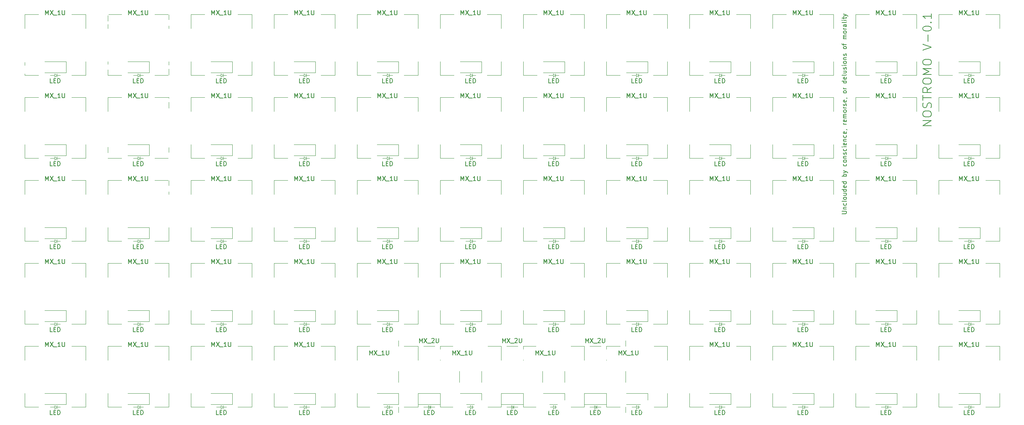
<source format=gto>
G04 #@! TF.GenerationSoftware,KiCad,Pcbnew,(5.1.4)-1*
G04 #@! TF.CreationDate,2020-10-21T19:16:38-05:00*
G04 #@! TF.ProjectId,Alpha,416c7068-612e-46b6-9963-61645f706362,rev?*
G04 #@! TF.SameCoordinates,Original*
G04 #@! TF.FileFunction,Legend,Top*
G04 #@! TF.FilePolarity,Positive*
%FSLAX46Y46*%
G04 Gerber Fmt 4.6, Leading zero omitted, Abs format (unit mm)*
G04 Created by KiCad (PCBNEW (5.1.4)-1) date 2020-10-21 19:16:38*
%MOMM*%
%LPD*%
G04 APERTURE LIST*
%ADD10C,0.150000*%
%ADD11C,0.120000*%
%ADD12R,1.702000X1.702000*%
%ADD13C,0.100000*%
%ADD14C,1.702000*%
%ADD15O,1.702000X1.702000*%
%ADD16O,1.902000X1.602000*%
%ADD17C,1.402000*%
%ADD18R,1.602000X1.402000*%
%ADD19C,1.802000*%
%ADD20C,4.102000*%
%ADD21C,2.302000*%
%ADD22R,1.802000X1.802000*%
%ADD23O,1.802000X1.802000*%
%ADD24R,1.902000X1.902000*%
%ADD25C,1.902000*%
%ADD26C,3.152000*%
G04 APERTURE END LIST*
D10*
X244744761Y-74404523D02*
X242744761Y-74404523D01*
X244744761Y-73261666D01*
X242744761Y-73261666D01*
X242744761Y-71928333D02*
X242744761Y-71547380D01*
X242840000Y-71356904D01*
X243030476Y-71166428D01*
X243411428Y-71071190D01*
X244078095Y-71071190D01*
X244459047Y-71166428D01*
X244649523Y-71356904D01*
X244744761Y-71547380D01*
X244744761Y-71928333D01*
X244649523Y-72118809D01*
X244459047Y-72309285D01*
X244078095Y-72404523D01*
X243411428Y-72404523D01*
X243030476Y-72309285D01*
X242840000Y-72118809D01*
X242744761Y-71928333D01*
X244649523Y-70309285D02*
X244744761Y-70023571D01*
X244744761Y-69547380D01*
X244649523Y-69356904D01*
X244554285Y-69261666D01*
X244363809Y-69166428D01*
X244173333Y-69166428D01*
X243982857Y-69261666D01*
X243887619Y-69356904D01*
X243792380Y-69547380D01*
X243697142Y-69928333D01*
X243601904Y-70118809D01*
X243506666Y-70214047D01*
X243316190Y-70309285D01*
X243125714Y-70309285D01*
X242935238Y-70214047D01*
X242840000Y-70118809D01*
X242744761Y-69928333D01*
X242744761Y-69452142D01*
X242840000Y-69166428D01*
X242744761Y-68595000D02*
X242744761Y-67452142D01*
X244744761Y-68023571D02*
X242744761Y-68023571D01*
X244744761Y-65642619D02*
X243792380Y-66309285D01*
X244744761Y-66785476D02*
X242744761Y-66785476D01*
X242744761Y-66023571D01*
X242840000Y-65833095D01*
X242935238Y-65737857D01*
X243125714Y-65642619D01*
X243411428Y-65642619D01*
X243601904Y-65737857D01*
X243697142Y-65833095D01*
X243792380Y-66023571D01*
X243792380Y-66785476D01*
X242744761Y-64404523D02*
X242744761Y-64023571D01*
X242840000Y-63833095D01*
X243030476Y-63642619D01*
X243411428Y-63547380D01*
X244078095Y-63547380D01*
X244459047Y-63642619D01*
X244649523Y-63833095D01*
X244744761Y-64023571D01*
X244744761Y-64404523D01*
X244649523Y-64595000D01*
X244459047Y-64785476D01*
X244078095Y-64880714D01*
X243411428Y-64880714D01*
X243030476Y-64785476D01*
X242840000Y-64595000D01*
X242744761Y-64404523D01*
X244744761Y-62690238D02*
X242744761Y-62690238D01*
X244173333Y-62023571D01*
X242744761Y-61356904D01*
X244744761Y-61356904D01*
X242744761Y-60023571D02*
X242744761Y-59642619D01*
X242840000Y-59452142D01*
X243030476Y-59261666D01*
X243411428Y-59166428D01*
X244078095Y-59166428D01*
X244459047Y-59261666D01*
X244649523Y-59452142D01*
X244744761Y-59642619D01*
X244744761Y-60023571D01*
X244649523Y-60214047D01*
X244459047Y-60404523D01*
X244078095Y-60499761D01*
X243411428Y-60499761D01*
X243030476Y-60404523D01*
X242840000Y-60214047D01*
X242744761Y-60023571D01*
X242744761Y-57071190D02*
X244744761Y-56404523D01*
X242744761Y-55737857D01*
X243982857Y-55071190D02*
X243982857Y-53547380D01*
X242744761Y-52214047D02*
X242744761Y-52023571D01*
X242840000Y-51833095D01*
X242935238Y-51737857D01*
X243125714Y-51642619D01*
X243506666Y-51547380D01*
X243982857Y-51547380D01*
X244363809Y-51642619D01*
X244554285Y-51737857D01*
X244649523Y-51833095D01*
X244744761Y-52023571D01*
X244744761Y-52214047D01*
X244649523Y-52404523D01*
X244554285Y-52499761D01*
X244363809Y-52595000D01*
X243982857Y-52690238D01*
X243506666Y-52690238D01*
X243125714Y-52595000D01*
X242935238Y-52499761D01*
X242840000Y-52404523D01*
X242744761Y-52214047D01*
X244554285Y-50690238D02*
X244649523Y-50595000D01*
X244744761Y-50690238D01*
X244649523Y-50785476D01*
X244554285Y-50690238D01*
X244744761Y-50690238D01*
X244744761Y-48690238D02*
X244744761Y-49833095D01*
X244744761Y-49261666D02*
X242744761Y-49261666D01*
X243030476Y-49452142D01*
X243220952Y-49642619D01*
X243316190Y-49833095D01*
X224242380Y-94635952D02*
X225051904Y-94635952D01*
X225147142Y-94588333D01*
X225194761Y-94540714D01*
X225242380Y-94445476D01*
X225242380Y-94255000D01*
X225194761Y-94159761D01*
X225147142Y-94112142D01*
X225051904Y-94064523D01*
X224242380Y-94064523D01*
X224575714Y-93588333D02*
X225242380Y-93588333D01*
X224670952Y-93588333D02*
X224623333Y-93540714D01*
X224575714Y-93445476D01*
X224575714Y-93302619D01*
X224623333Y-93207380D01*
X224718571Y-93159761D01*
X225242380Y-93159761D01*
X225194761Y-92255000D02*
X225242380Y-92350238D01*
X225242380Y-92540714D01*
X225194761Y-92635952D01*
X225147142Y-92683571D01*
X225051904Y-92731190D01*
X224766190Y-92731190D01*
X224670952Y-92683571D01*
X224623333Y-92635952D01*
X224575714Y-92540714D01*
X224575714Y-92350238D01*
X224623333Y-92255000D01*
X225242380Y-91683571D02*
X225194761Y-91778809D01*
X225099523Y-91826428D01*
X224242380Y-91826428D01*
X225242380Y-91159761D02*
X225194761Y-91255000D01*
X225147142Y-91302619D01*
X225051904Y-91350238D01*
X224766190Y-91350238D01*
X224670952Y-91302619D01*
X224623333Y-91255000D01*
X224575714Y-91159761D01*
X224575714Y-91016904D01*
X224623333Y-90921666D01*
X224670952Y-90874047D01*
X224766190Y-90826428D01*
X225051904Y-90826428D01*
X225147142Y-90874047D01*
X225194761Y-90921666D01*
X225242380Y-91016904D01*
X225242380Y-91159761D01*
X224575714Y-89969285D02*
X225242380Y-89969285D01*
X224575714Y-90397857D02*
X225099523Y-90397857D01*
X225194761Y-90350238D01*
X225242380Y-90255000D01*
X225242380Y-90112142D01*
X225194761Y-90016904D01*
X225147142Y-89969285D01*
X225242380Y-89064523D02*
X224242380Y-89064523D01*
X225194761Y-89064523D02*
X225242380Y-89159761D01*
X225242380Y-89350238D01*
X225194761Y-89445476D01*
X225147142Y-89493095D01*
X225051904Y-89540714D01*
X224766190Y-89540714D01*
X224670952Y-89493095D01*
X224623333Y-89445476D01*
X224575714Y-89350238D01*
X224575714Y-89159761D01*
X224623333Y-89064523D01*
X225194761Y-88207380D02*
X225242380Y-88302619D01*
X225242380Y-88493095D01*
X225194761Y-88588333D01*
X225099523Y-88635952D01*
X224718571Y-88635952D01*
X224623333Y-88588333D01*
X224575714Y-88493095D01*
X224575714Y-88302619D01*
X224623333Y-88207380D01*
X224718571Y-88159761D01*
X224813809Y-88159761D01*
X224909047Y-88635952D01*
X225242380Y-87302619D02*
X224242380Y-87302619D01*
X225194761Y-87302619D02*
X225242380Y-87397857D01*
X225242380Y-87588333D01*
X225194761Y-87683571D01*
X225147142Y-87731190D01*
X225051904Y-87778809D01*
X224766190Y-87778809D01*
X224670952Y-87731190D01*
X224623333Y-87683571D01*
X224575714Y-87588333D01*
X224575714Y-87397857D01*
X224623333Y-87302619D01*
X225242380Y-86064523D02*
X224242380Y-86064523D01*
X224623333Y-86064523D02*
X224575714Y-85969285D01*
X224575714Y-85778809D01*
X224623333Y-85683571D01*
X224670952Y-85635952D01*
X224766190Y-85588333D01*
X225051904Y-85588333D01*
X225147142Y-85635952D01*
X225194761Y-85683571D01*
X225242380Y-85778809D01*
X225242380Y-85969285D01*
X225194761Y-86064523D01*
X224575714Y-85255000D02*
X225242380Y-85016904D01*
X224575714Y-84778809D02*
X225242380Y-85016904D01*
X225480476Y-85112142D01*
X225528095Y-85159761D01*
X225575714Y-85255000D01*
X225194761Y-83207380D02*
X225242380Y-83302619D01*
X225242380Y-83493095D01*
X225194761Y-83588333D01*
X225147142Y-83635952D01*
X225051904Y-83683571D01*
X224766190Y-83683571D01*
X224670952Y-83635952D01*
X224623333Y-83588333D01*
X224575714Y-83493095D01*
X224575714Y-83302619D01*
X224623333Y-83207380D01*
X225242380Y-82635952D02*
X225194761Y-82731190D01*
X225147142Y-82778809D01*
X225051904Y-82826428D01*
X224766190Y-82826428D01*
X224670952Y-82778809D01*
X224623333Y-82731190D01*
X224575714Y-82635952D01*
X224575714Y-82493095D01*
X224623333Y-82397857D01*
X224670952Y-82350238D01*
X224766190Y-82302619D01*
X225051904Y-82302619D01*
X225147142Y-82350238D01*
X225194761Y-82397857D01*
X225242380Y-82493095D01*
X225242380Y-82635952D01*
X224575714Y-81874047D02*
X225242380Y-81874047D01*
X224670952Y-81874047D02*
X224623333Y-81826428D01*
X224575714Y-81731190D01*
X224575714Y-81588333D01*
X224623333Y-81493095D01*
X224718571Y-81445476D01*
X225242380Y-81445476D01*
X225194761Y-81016904D02*
X225242380Y-80921666D01*
X225242380Y-80731190D01*
X225194761Y-80635952D01*
X225099523Y-80588333D01*
X225051904Y-80588333D01*
X224956666Y-80635952D01*
X224909047Y-80731190D01*
X224909047Y-80874047D01*
X224861428Y-80969285D01*
X224766190Y-81016904D01*
X224718571Y-81016904D01*
X224623333Y-80969285D01*
X224575714Y-80874047D01*
X224575714Y-80731190D01*
X224623333Y-80635952D01*
X225194761Y-79731190D02*
X225242380Y-79826428D01*
X225242380Y-80016904D01*
X225194761Y-80112142D01*
X225147142Y-80159761D01*
X225051904Y-80207380D01*
X224766190Y-80207380D01*
X224670952Y-80159761D01*
X224623333Y-80112142D01*
X224575714Y-80016904D01*
X224575714Y-79826428D01*
X224623333Y-79731190D01*
X225242380Y-79302619D02*
X224575714Y-79302619D01*
X224242380Y-79302619D02*
X224290000Y-79350238D01*
X224337619Y-79302619D01*
X224290000Y-79255000D01*
X224242380Y-79302619D01*
X224337619Y-79302619D01*
X225194761Y-78445476D02*
X225242380Y-78540714D01*
X225242380Y-78731190D01*
X225194761Y-78826428D01*
X225099523Y-78874047D01*
X224718571Y-78874047D01*
X224623333Y-78826428D01*
X224575714Y-78731190D01*
X224575714Y-78540714D01*
X224623333Y-78445476D01*
X224718571Y-78397857D01*
X224813809Y-78397857D01*
X224909047Y-78874047D01*
X224575714Y-77969285D02*
X225242380Y-77969285D01*
X224670952Y-77969285D02*
X224623333Y-77921666D01*
X224575714Y-77826428D01*
X224575714Y-77683571D01*
X224623333Y-77588333D01*
X224718571Y-77540714D01*
X225242380Y-77540714D01*
X225194761Y-76635952D02*
X225242380Y-76731190D01*
X225242380Y-76921666D01*
X225194761Y-77016904D01*
X225147142Y-77064523D01*
X225051904Y-77112142D01*
X224766190Y-77112142D01*
X224670952Y-77064523D01*
X224623333Y-77016904D01*
X224575714Y-76921666D01*
X224575714Y-76731190D01*
X224623333Y-76635952D01*
X225194761Y-75826428D02*
X225242380Y-75921666D01*
X225242380Y-76112142D01*
X225194761Y-76207380D01*
X225099523Y-76255000D01*
X224718571Y-76255000D01*
X224623333Y-76207380D01*
X224575714Y-76112142D01*
X224575714Y-75921666D01*
X224623333Y-75826428D01*
X224718571Y-75778809D01*
X224813809Y-75778809D01*
X224909047Y-76255000D01*
X225194761Y-75302619D02*
X225242380Y-75302619D01*
X225337619Y-75350238D01*
X225385238Y-75397857D01*
X225242380Y-74112142D02*
X224575714Y-74112142D01*
X224766190Y-74112142D02*
X224670952Y-74064523D01*
X224623333Y-74016904D01*
X224575714Y-73921666D01*
X224575714Y-73826428D01*
X225194761Y-73112142D02*
X225242380Y-73207380D01*
X225242380Y-73397857D01*
X225194761Y-73493095D01*
X225099523Y-73540714D01*
X224718571Y-73540714D01*
X224623333Y-73493095D01*
X224575714Y-73397857D01*
X224575714Y-73207380D01*
X224623333Y-73112142D01*
X224718571Y-73064523D01*
X224813809Y-73064523D01*
X224909047Y-73540714D01*
X225242380Y-72635952D02*
X224575714Y-72635952D01*
X224670952Y-72635952D02*
X224623333Y-72588333D01*
X224575714Y-72493095D01*
X224575714Y-72350238D01*
X224623333Y-72255000D01*
X224718571Y-72207380D01*
X225242380Y-72207380D01*
X224718571Y-72207380D02*
X224623333Y-72159761D01*
X224575714Y-72064523D01*
X224575714Y-71921666D01*
X224623333Y-71826428D01*
X224718571Y-71778809D01*
X225242380Y-71778809D01*
X225242380Y-71159761D02*
X225194761Y-71255000D01*
X225147142Y-71302619D01*
X225051904Y-71350238D01*
X224766190Y-71350238D01*
X224670952Y-71302619D01*
X224623333Y-71255000D01*
X224575714Y-71159761D01*
X224575714Y-71016904D01*
X224623333Y-70921666D01*
X224670952Y-70874047D01*
X224766190Y-70826428D01*
X225051904Y-70826428D01*
X225147142Y-70874047D01*
X225194761Y-70921666D01*
X225242380Y-71016904D01*
X225242380Y-71159761D01*
X225242380Y-70397857D02*
X224575714Y-70397857D01*
X224766190Y-70397857D02*
X224670952Y-70350238D01*
X224623333Y-70302619D01*
X224575714Y-70207380D01*
X224575714Y-70112142D01*
X225194761Y-69826428D02*
X225242380Y-69731190D01*
X225242380Y-69540714D01*
X225194761Y-69445476D01*
X225099523Y-69397857D01*
X225051904Y-69397857D01*
X224956666Y-69445476D01*
X224909047Y-69540714D01*
X224909047Y-69683571D01*
X224861428Y-69778809D01*
X224766190Y-69826428D01*
X224718571Y-69826428D01*
X224623333Y-69778809D01*
X224575714Y-69683571D01*
X224575714Y-69540714D01*
X224623333Y-69445476D01*
X225194761Y-68588333D02*
X225242380Y-68683571D01*
X225242380Y-68874047D01*
X225194761Y-68969285D01*
X225099523Y-69016904D01*
X224718571Y-69016904D01*
X224623333Y-68969285D01*
X224575714Y-68874047D01*
X224575714Y-68683571D01*
X224623333Y-68588333D01*
X224718571Y-68540714D01*
X224813809Y-68540714D01*
X224909047Y-69016904D01*
X225194761Y-68064523D02*
X225242380Y-68064523D01*
X225337619Y-68112142D01*
X225385238Y-68159761D01*
X225242380Y-66731190D02*
X225194761Y-66826428D01*
X225147142Y-66874047D01*
X225051904Y-66921666D01*
X224766190Y-66921666D01*
X224670952Y-66874047D01*
X224623333Y-66826428D01*
X224575714Y-66731190D01*
X224575714Y-66588333D01*
X224623333Y-66493095D01*
X224670952Y-66445476D01*
X224766190Y-66397857D01*
X225051904Y-66397857D01*
X225147142Y-66445476D01*
X225194761Y-66493095D01*
X225242380Y-66588333D01*
X225242380Y-66731190D01*
X225242380Y-65969285D02*
X224575714Y-65969285D01*
X224766190Y-65969285D02*
X224670952Y-65921666D01*
X224623333Y-65874047D01*
X224575714Y-65778809D01*
X224575714Y-65683571D01*
X225242380Y-64159761D02*
X224242380Y-64159761D01*
X225194761Y-64159761D02*
X225242380Y-64255000D01*
X225242380Y-64445476D01*
X225194761Y-64540714D01*
X225147142Y-64588333D01*
X225051904Y-64635952D01*
X224766190Y-64635952D01*
X224670952Y-64588333D01*
X224623333Y-64540714D01*
X224575714Y-64445476D01*
X224575714Y-64255000D01*
X224623333Y-64159761D01*
X225194761Y-63302619D02*
X225242380Y-63397857D01*
X225242380Y-63588333D01*
X225194761Y-63683571D01*
X225099523Y-63731190D01*
X224718571Y-63731190D01*
X224623333Y-63683571D01*
X224575714Y-63588333D01*
X224575714Y-63397857D01*
X224623333Y-63302619D01*
X224718571Y-63255000D01*
X224813809Y-63255000D01*
X224909047Y-63731190D01*
X225242380Y-62683571D02*
X225194761Y-62778809D01*
X225099523Y-62826428D01*
X224242380Y-62826428D01*
X224575714Y-61874047D02*
X225242380Y-61874047D01*
X224575714Y-62302619D02*
X225099523Y-62302619D01*
X225194761Y-62255000D01*
X225242380Y-62159761D01*
X225242380Y-62016904D01*
X225194761Y-61921666D01*
X225147142Y-61874047D01*
X225194761Y-61445476D02*
X225242380Y-61350238D01*
X225242380Y-61159761D01*
X225194761Y-61064523D01*
X225099523Y-61016904D01*
X225051904Y-61016904D01*
X224956666Y-61064523D01*
X224909047Y-61159761D01*
X224909047Y-61302619D01*
X224861428Y-61397857D01*
X224766190Y-61445476D01*
X224718571Y-61445476D01*
X224623333Y-61397857D01*
X224575714Y-61302619D01*
X224575714Y-61159761D01*
X224623333Y-61064523D01*
X225242380Y-60588333D02*
X224575714Y-60588333D01*
X224242380Y-60588333D02*
X224290000Y-60635952D01*
X224337619Y-60588333D01*
X224290000Y-60540714D01*
X224242380Y-60588333D01*
X224337619Y-60588333D01*
X225242380Y-59969285D02*
X225194761Y-60064523D01*
X225147142Y-60112142D01*
X225051904Y-60159761D01*
X224766190Y-60159761D01*
X224670952Y-60112142D01*
X224623333Y-60064523D01*
X224575714Y-59969285D01*
X224575714Y-59826428D01*
X224623333Y-59731190D01*
X224670952Y-59683571D01*
X224766190Y-59635952D01*
X225051904Y-59635952D01*
X225147142Y-59683571D01*
X225194761Y-59731190D01*
X225242380Y-59826428D01*
X225242380Y-59969285D01*
X224575714Y-59207380D02*
X225242380Y-59207380D01*
X224670952Y-59207380D02*
X224623333Y-59159761D01*
X224575714Y-59064523D01*
X224575714Y-58921666D01*
X224623333Y-58826428D01*
X224718571Y-58778809D01*
X225242380Y-58778809D01*
X225194761Y-58350238D02*
X225242380Y-58255000D01*
X225242380Y-58064523D01*
X225194761Y-57969285D01*
X225099523Y-57921666D01*
X225051904Y-57921666D01*
X224956666Y-57969285D01*
X224909047Y-58064523D01*
X224909047Y-58207380D01*
X224861428Y-58302619D01*
X224766190Y-58350238D01*
X224718571Y-58350238D01*
X224623333Y-58302619D01*
X224575714Y-58207380D01*
X224575714Y-58064523D01*
X224623333Y-57969285D01*
X225242380Y-56588333D02*
X225194761Y-56683571D01*
X225147142Y-56731190D01*
X225051904Y-56778809D01*
X224766190Y-56778809D01*
X224670952Y-56731190D01*
X224623333Y-56683571D01*
X224575714Y-56588333D01*
X224575714Y-56445476D01*
X224623333Y-56350238D01*
X224670952Y-56302619D01*
X224766190Y-56255000D01*
X225051904Y-56255000D01*
X225147142Y-56302619D01*
X225194761Y-56350238D01*
X225242380Y-56445476D01*
X225242380Y-56588333D01*
X224575714Y-55969285D02*
X224575714Y-55588333D01*
X225242380Y-55826428D02*
X224385238Y-55826428D01*
X224290000Y-55778809D01*
X224242380Y-55683571D01*
X224242380Y-55588333D01*
X225242380Y-54493095D02*
X224575714Y-54493095D01*
X224670952Y-54493095D02*
X224623333Y-54445476D01*
X224575714Y-54350238D01*
X224575714Y-54207380D01*
X224623333Y-54112142D01*
X224718571Y-54064523D01*
X225242380Y-54064523D01*
X224718571Y-54064523D02*
X224623333Y-54016904D01*
X224575714Y-53921666D01*
X224575714Y-53778809D01*
X224623333Y-53683571D01*
X224718571Y-53635952D01*
X225242380Y-53635952D01*
X225242380Y-53016904D02*
X225194761Y-53112142D01*
X225147142Y-53159761D01*
X225051904Y-53207380D01*
X224766190Y-53207380D01*
X224670952Y-53159761D01*
X224623333Y-53112142D01*
X224575714Y-53016904D01*
X224575714Y-52874047D01*
X224623333Y-52778809D01*
X224670952Y-52731190D01*
X224766190Y-52683571D01*
X225051904Y-52683571D01*
X225147142Y-52731190D01*
X225194761Y-52778809D01*
X225242380Y-52874047D01*
X225242380Y-53016904D01*
X225242380Y-52255000D02*
X224575714Y-52255000D01*
X224766190Y-52255000D02*
X224670952Y-52207380D01*
X224623333Y-52159761D01*
X224575714Y-52064523D01*
X224575714Y-51969285D01*
X225242380Y-51207380D02*
X224718571Y-51207380D01*
X224623333Y-51255000D01*
X224575714Y-51350238D01*
X224575714Y-51540714D01*
X224623333Y-51635952D01*
X225194761Y-51207380D02*
X225242380Y-51302619D01*
X225242380Y-51540714D01*
X225194761Y-51635952D01*
X225099523Y-51683571D01*
X225004285Y-51683571D01*
X224909047Y-51635952D01*
X224861428Y-51540714D01*
X224861428Y-51302619D01*
X224813809Y-51207380D01*
X225242380Y-50588333D02*
X225194761Y-50683571D01*
X225099523Y-50731190D01*
X224242380Y-50731190D01*
X225242380Y-50207380D02*
X224575714Y-50207380D01*
X224242380Y-50207380D02*
X224290000Y-50255000D01*
X224337619Y-50207380D01*
X224290000Y-50159761D01*
X224242380Y-50207380D01*
X224337619Y-50207380D01*
X224575714Y-49874047D02*
X224575714Y-49493095D01*
X224242380Y-49731190D02*
X225099523Y-49731190D01*
X225194761Y-49683571D01*
X225242380Y-49588333D01*
X225242380Y-49493095D01*
X224575714Y-49255000D02*
X225242380Y-49016904D01*
X224575714Y-48778809D02*
X225242380Y-49016904D01*
X225480476Y-49112142D01*
X225528095Y-49159761D01*
X225575714Y-49255000D01*
D11*
X74930000Y-100965000D02*
X74930000Y-97790000D01*
X88900000Y-86995000D02*
X88900000Y-90170000D01*
X85725000Y-86995000D02*
X88900000Y-86995000D01*
X88900000Y-100965000D02*
X88900000Y-97790000D01*
X74930000Y-86995000D02*
X78105000Y-86995000D01*
X85725000Y-100965000D02*
X88900000Y-100965000D01*
X74930000Y-100965000D02*
X78105000Y-100965000D01*
X74930000Y-86995000D02*
X74930000Y-90170000D01*
X93980000Y-100965000D02*
X93980000Y-97790000D01*
X107950000Y-86995000D02*
X107950000Y-90170000D01*
X104775000Y-86995000D02*
X107950000Y-86995000D01*
X107950000Y-100965000D02*
X107950000Y-97790000D01*
X93980000Y-86995000D02*
X97155000Y-86995000D01*
X104775000Y-100965000D02*
X107950000Y-100965000D01*
X93980000Y-100965000D02*
X97155000Y-100965000D01*
X93980000Y-86995000D02*
X93980000Y-90170000D01*
X132080000Y-120015000D02*
X132080000Y-116840000D01*
X146050000Y-106045000D02*
X146050000Y-109220000D01*
X142875000Y-106045000D02*
X146050000Y-106045000D01*
X146050000Y-120015000D02*
X146050000Y-116840000D01*
X132080000Y-106045000D02*
X135255000Y-106045000D01*
X142875000Y-120015000D02*
X146050000Y-120015000D01*
X132080000Y-120015000D02*
X135255000Y-120015000D01*
X132080000Y-106045000D02*
X132080000Y-109220000D01*
X55880000Y-81915000D02*
X55880000Y-78740000D01*
X69850000Y-67945000D02*
X69850000Y-71120000D01*
X66675000Y-67945000D02*
X69850000Y-67945000D01*
X69850000Y-81915000D02*
X69850000Y-78740000D01*
X55880000Y-67945000D02*
X59055000Y-67945000D01*
X66675000Y-81915000D02*
X69850000Y-81915000D01*
X55880000Y-81915000D02*
X59055000Y-81915000D01*
X55880000Y-67945000D02*
X55880000Y-71120000D01*
X167513000Y-139065000D02*
X166497000Y-139065000D01*
X168021000Y-139065000D02*
X168783000Y-139065000D01*
X167513000Y-138684000D02*
X168021000Y-139065000D01*
X167513000Y-139446000D02*
X167513000Y-138684000D01*
X168021000Y-139065000D02*
X167513000Y-139446000D01*
X168021000Y-138684000D02*
X168021000Y-139446000D01*
X170180000Y-135890000D02*
X165227000Y-135890000D01*
X170180000Y-138430000D02*
X170180000Y-135890000D01*
X170180000Y-138430000D02*
X165227000Y-138430000D01*
X148463000Y-139065000D02*
X147447000Y-139065000D01*
X148971000Y-139065000D02*
X149733000Y-139065000D01*
X148463000Y-138684000D02*
X148971000Y-139065000D01*
X148463000Y-139446000D02*
X148463000Y-138684000D01*
X148971000Y-139065000D02*
X148463000Y-139446000D01*
X148971000Y-138684000D02*
X148971000Y-139446000D01*
X151130000Y-135890000D02*
X146177000Y-135890000D01*
X151130000Y-138430000D02*
X151130000Y-135890000D01*
X151130000Y-138430000D02*
X146177000Y-138430000D01*
X132080000Y-138430000D02*
X127127000Y-138430000D01*
X132080000Y-138430000D02*
X132080000Y-135890000D01*
X132080000Y-135890000D02*
X127127000Y-135890000D01*
X129921000Y-138684000D02*
X129921000Y-139446000D01*
X129921000Y-139065000D02*
X129413000Y-139446000D01*
X129413000Y-139446000D02*
X129413000Y-138684000D01*
X129413000Y-138684000D02*
X129921000Y-139065000D01*
X129921000Y-139065000D02*
X130683000Y-139065000D01*
X129413000Y-139065000D02*
X128397000Y-139065000D01*
X166370000Y-139065000D02*
X168910000Y-139065000D01*
X166370000Y-125095000D02*
X168910000Y-125095000D01*
X174625000Y-130810000D02*
X174625000Y-133350000D01*
X160655000Y-130810000D02*
X160655000Y-133350000D01*
X160655000Y-125095000D02*
X160655000Y-123825000D01*
X160655000Y-139065000D02*
X160655000Y-140335000D01*
X174625000Y-139065000D02*
X174625000Y-140335000D01*
X174625000Y-125095000D02*
X174625000Y-123825000D01*
X147320000Y-139065000D02*
X149860000Y-139065000D01*
X147320000Y-125095000D02*
X149860000Y-125095000D01*
X155575000Y-130810000D02*
X155575000Y-133350000D01*
X141605000Y-130810000D02*
X141605000Y-133350000D01*
X141605000Y-125095000D02*
X141605000Y-123825000D01*
X141605000Y-139065000D02*
X141605000Y-140335000D01*
X155575000Y-139065000D02*
X155575000Y-140335000D01*
X155575000Y-125095000D02*
X155575000Y-123825000D01*
X128270000Y-139065000D02*
X130810000Y-139065000D01*
X128270000Y-125095000D02*
X130810000Y-125095000D01*
X136525000Y-130810000D02*
X136525000Y-133350000D01*
X122555000Y-130810000D02*
X122555000Y-133350000D01*
X122555000Y-125095000D02*
X122555000Y-123825000D01*
X122555000Y-139065000D02*
X122555000Y-140335000D01*
X136525000Y-139065000D02*
X136525000Y-140335000D01*
X136525000Y-125095000D02*
X136525000Y-123825000D01*
X253238000Y-139065000D02*
X252222000Y-139065000D01*
X253746000Y-139065000D02*
X254508000Y-139065000D01*
X253238000Y-138684000D02*
X253746000Y-139065000D01*
X253238000Y-139446000D02*
X253238000Y-138684000D01*
X253746000Y-139065000D02*
X253238000Y-139446000D01*
X253746000Y-138684000D02*
X253746000Y-139446000D01*
X255905000Y-135890000D02*
X250952000Y-135890000D01*
X255905000Y-138430000D02*
X255905000Y-135890000D01*
X255905000Y-138430000D02*
X250952000Y-138430000D01*
X234188000Y-139065000D02*
X233172000Y-139065000D01*
X234696000Y-139065000D02*
X235458000Y-139065000D01*
X234188000Y-138684000D02*
X234696000Y-139065000D01*
X234188000Y-139446000D02*
X234188000Y-138684000D01*
X234696000Y-139065000D02*
X234188000Y-139446000D01*
X234696000Y-138684000D02*
X234696000Y-139446000D01*
X236855000Y-135890000D02*
X231902000Y-135890000D01*
X236855000Y-138430000D02*
X236855000Y-135890000D01*
X236855000Y-138430000D02*
X231902000Y-138430000D01*
X215138000Y-139065000D02*
X214122000Y-139065000D01*
X215646000Y-139065000D02*
X216408000Y-139065000D01*
X215138000Y-138684000D02*
X215646000Y-139065000D01*
X215138000Y-139446000D02*
X215138000Y-138684000D01*
X215646000Y-139065000D02*
X215138000Y-139446000D01*
X215646000Y-138684000D02*
X215646000Y-139446000D01*
X217805000Y-135890000D02*
X212852000Y-135890000D01*
X217805000Y-138430000D02*
X217805000Y-135890000D01*
X217805000Y-138430000D02*
X212852000Y-138430000D01*
X196088000Y-139065000D02*
X195072000Y-139065000D01*
X196596000Y-139065000D02*
X197358000Y-139065000D01*
X196088000Y-138684000D02*
X196596000Y-139065000D01*
X196088000Y-139446000D02*
X196088000Y-138684000D01*
X196596000Y-139065000D02*
X196088000Y-139446000D01*
X196596000Y-138684000D02*
X196596000Y-139446000D01*
X198755000Y-135890000D02*
X193802000Y-135890000D01*
X198755000Y-138430000D02*
X198755000Y-135890000D01*
X198755000Y-138430000D02*
X193802000Y-138430000D01*
X177038000Y-139065000D02*
X176022000Y-139065000D01*
X177546000Y-139065000D02*
X178308000Y-139065000D01*
X177038000Y-138684000D02*
X177546000Y-139065000D01*
X177038000Y-139446000D02*
X177038000Y-138684000D01*
X177546000Y-139065000D02*
X177038000Y-139446000D01*
X177546000Y-138684000D02*
X177546000Y-139446000D01*
X179705000Y-135890000D02*
X174752000Y-135890000D01*
X179705000Y-138430000D02*
X179705000Y-135890000D01*
X179705000Y-138430000D02*
X174752000Y-138430000D01*
X157988000Y-139065000D02*
X156972000Y-139065000D01*
X158496000Y-139065000D02*
X159258000Y-139065000D01*
X157988000Y-138684000D02*
X158496000Y-139065000D01*
X157988000Y-139446000D02*
X157988000Y-138684000D01*
X158496000Y-139065000D02*
X157988000Y-139446000D01*
X158496000Y-138684000D02*
X158496000Y-139446000D01*
X160655000Y-135890000D02*
X155702000Y-135890000D01*
X160655000Y-138430000D02*
X160655000Y-135890000D01*
X160655000Y-138430000D02*
X155702000Y-138430000D01*
X138938000Y-139065000D02*
X137922000Y-139065000D01*
X139446000Y-139065000D02*
X140208000Y-139065000D01*
X138938000Y-138684000D02*
X139446000Y-139065000D01*
X138938000Y-139446000D02*
X138938000Y-138684000D01*
X139446000Y-139065000D02*
X138938000Y-139446000D01*
X139446000Y-138684000D02*
X139446000Y-139446000D01*
X141605000Y-135890000D02*
X136652000Y-135890000D01*
X141605000Y-138430000D02*
X141605000Y-135890000D01*
X141605000Y-138430000D02*
X136652000Y-138430000D01*
X119888000Y-139065000D02*
X118872000Y-139065000D01*
X120396000Y-139065000D02*
X121158000Y-139065000D01*
X119888000Y-138684000D02*
X120396000Y-139065000D01*
X119888000Y-139446000D02*
X119888000Y-138684000D01*
X120396000Y-139065000D02*
X119888000Y-139446000D01*
X120396000Y-138684000D02*
X120396000Y-139446000D01*
X122555000Y-135890000D02*
X117602000Y-135890000D01*
X122555000Y-138430000D02*
X122555000Y-135890000D01*
X122555000Y-138430000D02*
X117602000Y-138430000D01*
X100838000Y-139065000D02*
X99822000Y-139065000D01*
X101346000Y-139065000D02*
X102108000Y-139065000D01*
X100838000Y-138684000D02*
X101346000Y-139065000D01*
X100838000Y-139446000D02*
X100838000Y-138684000D01*
X101346000Y-139065000D02*
X100838000Y-139446000D01*
X101346000Y-138684000D02*
X101346000Y-139446000D01*
X103505000Y-135890000D02*
X98552000Y-135890000D01*
X103505000Y-138430000D02*
X103505000Y-135890000D01*
X103505000Y-138430000D02*
X98552000Y-138430000D01*
X81788000Y-139065000D02*
X80772000Y-139065000D01*
X82296000Y-139065000D02*
X83058000Y-139065000D01*
X81788000Y-138684000D02*
X82296000Y-139065000D01*
X81788000Y-139446000D02*
X81788000Y-138684000D01*
X82296000Y-139065000D02*
X81788000Y-139446000D01*
X82296000Y-138684000D02*
X82296000Y-139446000D01*
X84455000Y-135890000D02*
X79502000Y-135890000D01*
X84455000Y-138430000D02*
X84455000Y-135890000D01*
X84455000Y-138430000D02*
X79502000Y-138430000D01*
X62738000Y-139065000D02*
X61722000Y-139065000D01*
X63246000Y-139065000D02*
X64008000Y-139065000D01*
X62738000Y-138684000D02*
X63246000Y-139065000D01*
X62738000Y-139446000D02*
X62738000Y-138684000D01*
X63246000Y-139065000D02*
X62738000Y-139446000D01*
X63246000Y-138684000D02*
X63246000Y-139446000D01*
X65405000Y-135890000D02*
X60452000Y-135890000D01*
X65405000Y-138430000D02*
X65405000Y-135890000D01*
X65405000Y-138430000D02*
X60452000Y-138430000D01*
X43688000Y-139065000D02*
X42672000Y-139065000D01*
X44196000Y-139065000D02*
X44958000Y-139065000D01*
X43688000Y-138684000D02*
X44196000Y-139065000D01*
X43688000Y-139446000D02*
X43688000Y-138684000D01*
X44196000Y-139065000D02*
X43688000Y-139446000D01*
X44196000Y-138684000D02*
X44196000Y-139446000D01*
X46355000Y-135890000D02*
X41402000Y-135890000D01*
X46355000Y-138430000D02*
X46355000Y-135890000D01*
X46355000Y-138430000D02*
X41402000Y-138430000D01*
X253238000Y-120015000D02*
X252222000Y-120015000D01*
X253746000Y-120015000D02*
X254508000Y-120015000D01*
X253238000Y-119634000D02*
X253746000Y-120015000D01*
X253238000Y-120396000D02*
X253238000Y-119634000D01*
X253746000Y-120015000D02*
X253238000Y-120396000D01*
X253746000Y-119634000D02*
X253746000Y-120396000D01*
X255905000Y-116840000D02*
X250952000Y-116840000D01*
X255905000Y-119380000D02*
X255905000Y-116840000D01*
X255905000Y-119380000D02*
X250952000Y-119380000D01*
X234188000Y-120015000D02*
X233172000Y-120015000D01*
X234696000Y-120015000D02*
X235458000Y-120015000D01*
X234188000Y-119634000D02*
X234696000Y-120015000D01*
X234188000Y-120396000D02*
X234188000Y-119634000D01*
X234696000Y-120015000D02*
X234188000Y-120396000D01*
X234696000Y-119634000D02*
X234696000Y-120396000D01*
X236855000Y-116840000D02*
X231902000Y-116840000D01*
X236855000Y-119380000D02*
X236855000Y-116840000D01*
X236855000Y-119380000D02*
X231902000Y-119380000D01*
X215138000Y-120015000D02*
X214122000Y-120015000D01*
X215646000Y-120015000D02*
X216408000Y-120015000D01*
X215138000Y-119634000D02*
X215646000Y-120015000D01*
X215138000Y-120396000D02*
X215138000Y-119634000D01*
X215646000Y-120015000D02*
X215138000Y-120396000D01*
X215646000Y-119634000D02*
X215646000Y-120396000D01*
X217805000Y-116840000D02*
X212852000Y-116840000D01*
X217805000Y-119380000D02*
X217805000Y-116840000D01*
X217805000Y-119380000D02*
X212852000Y-119380000D01*
X196088000Y-120015000D02*
X195072000Y-120015000D01*
X196596000Y-120015000D02*
X197358000Y-120015000D01*
X196088000Y-119634000D02*
X196596000Y-120015000D01*
X196088000Y-120396000D02*
X196088000Y-119634000D01*
X196596000Y-120015000D02*
X196088000Y-120396000D01*
X196596000Y-119634000D02*
X196596000Y-120396000D01*
X198755000Y-116840000D02*
X193802000Y-116840000D01*
X198755000Y-119380000D02*
X198755000Y-116840000D01*
X198755000Y-119380000D02*
X193802000Y-119380000D01*
X177038000Y-120015000D02*
X176022000Y-120015000D01*
X177546000Y-120015000D02*
X178308000Y-120015000D01*
X177038000Y-119634000D02*
X177546000Y-120015000D01*
X177038000Y-120396000D02*
X177038000Y-119634000D01*
X177546000Y-120015000D02*
X177038000Y-120396000D01*
X177546000Y-119634000D02*
X177546000Y-120396000D01*
X179705000Y-116840000D02*
X174752000Y-116840000D01*
X179705000Y-119380000D02*
X179705000Y-116840000D01*
X179705000Y-119380000D02*
X174752000Y-119380000D01*
X157988000Y-120015000D02*
X156972000Y-120015000D01*
X158496000Y-120015000D02*
X159258000Y-120015000D01*
X157988000Y-119634000D02*
X158496000Y-120015000D01*
X157988000Y-120396000D02*
X157988000Y-119634000D01*
X158496000Y-120015000D02*
X157988000Y-120396000D01*
X158496000Y-119634000D02*
X158496000Y-120396000D01*
X160655000Y-116840000D02*
X155702000Y-116840000D01*
X160655000Y-119380000D02*
X160655000Y-116840000D01*
X160655000Y-119380000D02*
X155702000Y-119380000D01*
X138938000Y-120015000D02*
X137922000Y-120015000D01*
X139446000Y-120015000D02*
X140208000Y-120015000D01*
X138938000Y-119634000D02*
X139446000Y-120015000D01*
X138938000Y-120396000D02*
X138938000Y-119634000D01*
X139446000Y-120015000D02*
X138938000Y-120396000D01*
X139446000Y-119634000D02*
X139446000Y-120396000D01*
X141605000Y-116840000D02*
X136652000Y-116840000D01*
X141605000Y-119380000D02*
X141605000Y-116840000D01*
X141605000Y-119380000D02*
X136652000Y-119380000D01*
X119888000Y-120015000D02*
X118872000Y-120015000D01*
X120396000Y-120015000D02*
X121158000Y-120015000D01*
X119888000Y-119634000D02*
X120396000Y-120015000D01*
X119888000Y-120396000D02*
X119888000Y-119634000D01*
X120396000Y-120015000D02*
X119888000Y-120396000D01*
X120396000Y-119634000D02*
X120396000Y-120396000D01*
X122555000Y-116840000D02*
X117602000Y-116840000D01*
X122555000Y-119380000D02*
X122555000Y-116840000D01*
X122555000Y-119380000D02*
X117602000Y-119380000D01*
X100838000Y-120015000D02*
X99822000Y-120015000D01*
X101346000Y-120015000D02*
X102108000Y-120015000D01*
X100838000Y-119634000D02*
X101346000Y-120015000D01*
X100838000Y-120396000D02*
X100838000Y-119634000D01*
X101346000Y-120015000D02*
X100838000Y-120396000D01*
X101346000Y-119634000D02*
X101346000Y-120396000D01*
X103505000Y-116840000D02*
X98552000Y-116840000D01*
X103505000Y-119380000D02*
X103505000Y-116840000D01*
X103505000Y-119380000D02*
X98552000Y-119380000D01*
X81788000Y-120015000D02*
X80772000Y-120015000D01*
X82296000Y-120015000D02*
X83058000Y-120015000D01*
X81788000Y-119634000D02*
X82296000Y-120015000D01*
X81788000Y-120396000D02*
X81788000Y-119634000D01*
X82296000Y-120015000D02*
X81788000Y-120396000D01*
X82296000Y-119634000D02*
X82296000Y-120396000D01*
X84455000Y-116840000D02*
X79502000Y-116840000D01*
X84455000Y-119380000D02*
X84455000Y-116840000D01*
X84455000Y-119380000D02*
X79502000Y-119380000D01*
X62738000Y-120015000D02*
X61722000Y-120015000D01*
X63246000Y-120015000D02*
X64008000Y-120015000D01*
X62738000Y-119634000D02*
X63246000Y-120015000D01*
X62738000Y-120396000D02*
X62738000Y-119634000D01*
X63246000Y-120015000D02*
X62738000Y-120396000D01*
X63246000Y-119634000D02*
X63246000Y-120396000D01*
X65405000Y-116840000D02*
X60452000Y-116840000D01*
X65405000Y-119380000D02*
X65405000Y-116840000D01*
X65405000Y-119380000D02*
X60452000Y-119380000D01*
X43688000Y-120015000D02*
X42672000Y-120015000D01*
X44196000Y-120015000D02*
X44958000Y-120015000D01*
X43688000Y-119634000D02*
X44196000Y-120015000D01*
X43688000Y-120396000D02*
X43688000Y-119634000D01*
X44196000Y-120015000D02*
X43688000Y-120396000D01*
X44196000Y-119634000D02*
X44196000Y-120396000D01*
X46355000Y-116840000D02*
X41402000Y-116840000D01*
X46355000Y-119380000D02*
X46355000Y-116840000D01*
X46355000Y-119380000D02*
X41402000Y-119380000D01*
X253238000Y-100965000D02*
X252222000Y-100965000D01*
X253746000Y-100965000D02*
X254508000Y-100965000D01*
X253238000Y-100584000D02*
X253746000Y-100965000D01*
X253238000Y-101346000D02*
X253238000Y-100584000D01*
X253746000Y-100965000D02*
X253238000Y-101346000D01*
X253746000Y-100584000D02*
X253746000Y-101346000D01*
X255905000Y-97790000D02*
X250952000Y-97790000D01*
X255905000Y-100330000D02*
X255905000Y-97790000D01*
X255905000Y-100330000D02*
X250952000Y-100330000D01*
X234188000Y-100965000D02*
X233172000Y-100965000D01*
X234696000Y-100965000D02*
X235458000Y-100965000D01*
X234188000Y-100584000D02*
X234696000Y-100965000D01*
X234188000Y-101346000D02*
X234188000Y-100584000D01*
X234696000Y-100965000D02*
X234188000Y-101346000D01*
X234696000Y-100584000D02*
X234696000Y-101346000D01*
X236855000Y-97790000D02*
X231902000Y-97790000D01*
X236855000Y-100330000D02*
X236855000Y-97790000D01*
X236855000Y-100330000D02*
X231902000Y-100330000D01*
X215138000Y-100965000D02*
X214122000Y-100965000D01*
X215646000Y-100965000D02*
X216408000Y-100965000D01*
X215138000Y-100584000D02*
X215646000Y-100965000D01*
X215138000Y-101346000D02*
X215138000Y-100584000D01*
X215646000Y-100965000D02*
X215138000Y-101346000D01*
X215646000Y-100584000D02*
X215646000Y-101346000D01*
X217805000Y-97790000D02*
X212852000Y-97790000D01*
X217805000Y-100330000D02*
X217805000Y-97790000D01*
X217805000Y-100330000D02*
X212852000Y-100330000D01*
X196088000Y-100965000D02*
X195072000Y-100965000D01*
X196596000Y-100965000D02*
X197358000Y-100965000D01*
X196088000Y-100584000D02*
X196596000Y-100965000D01*
X196088000Y-101346000D02*
X196088000Y-100584000D01*
X196596000Y-100965000D02*
X196088000Y-101346000D01*
X196596000Y-100584000D02*
X196596000Y-101346000D01*
X198755000Y-97790000D02*
X193802000Y-97790000D01*
X198755000Y-100330000D02*
X198755000Y-97790000D01*
X198755000Y-100330000D02*
X193802000Y-100330000D01*
X177038000Y-100965000D02*
X176022000Y-100965000D01*
X177546000Y-100965000D02*
X178308000Y-100965000D01*
X177038000Y-100584000D02*
X177546000Y-100965000D01*
X177038000Y-101346000D02*
X177038000Y-100584000D01*
X177546000Y-100965000D02*
X177038000Y-101346000D01*
X177546000Y-100584000D02*
X177546000Y-101346000D01*
X179705000Y-97790000D02*
X174752000Y-97790000D01*
X179705000Y-100330000D02*
X179705000Y-97790000D01*
X179705000Y-100330000D02*
X174752000Y-100330000D01*
X157988000Y-100965000D02*
X156972000Y-100965000D01*
X158496000Y-100965000D02*
X159258000Y-100965000D01*
X157988000Y-100584000D02*
X158496000Y-100965000D01*
X157988000Y-101346000D02*
X157988000Y-100584000D01*
X158496000Y-100965000D02*
X157988000Y-101346000D01*
X158496000Y-100584000D02*
X158496000Y-101346000D01*
X160655000Y-97790000D02*
X155702000Y-97790000D01*
X160655000Y-100330000D02*
X160655000Y-97790000D01*
X160655000Y-100330000D02*
X155702000Y-100330000D01*
X138938000Y-100965000D02*
X137922000Y-100965000D01*
X139446000Y-100965000D02*
X140208000Y-100965000D01*
X138938000Y-100584000D02*
X139446000Y-100965000D01*
X138938000Y-101346000D02*
X138938000Y-100584000D01*
X139446000Y-100965000D02*
X138938000Y-101346000D01*
X139446000Y-100584000D02*
X139446000Y-101346000D01*
X141605000Y-97790000D02*
X136652000Y-97790000D01*
X141605000Y-100330000D02*
X141605000Y-97790000D01*
X141605000Y-100330000D02*
X136652000Y-100330000D01*
X119888000Y-100965000D02*
X118872000Y-100965000D01*
X120396000Y-100965000D02*
X121158000Y-100965000D01*
X119888000Y-100584000D02*
X120396000Y-100965000D01*
X119888000Y-101346000D02*
X119888000Y-100584000D01*
X120396000Y-100965000D02*
X119888000Y-101346000D01*
X120396000Y-100584000D02*
X120396000Y-101346000D01*
X122555000Y-97790000D02*
X117602000Y-97790000D01*
X122555000Y-100330000D02*
X122555000Y-97790000D01*
X122555000Y-100330000D02*
X117602000Y-100330000D01*
X100838000Y-100965000D02*
X99822000Y-100965000D01*
X101346000Y-100965000D02*
X102108000Y-100965000D01*
X100838000Y-100584000D02*
X101346000Y-100965000D01*
X100838000Y-101346000D02*
X100838000Y-100584000D01*
X101346000Y-100965000D02*
X100838000Y-101346000D01*
X101346000Y-100584000D02*
X101346000Y-101346000D01*
X103505000Y-97790000D02*
X98552000Y-97790000D01*
X103505000Y-100330000D02*
X103505000Y-97790000D01*
X103505000Y-100330000D02*
X98552000Y-100330000D01*
X81788000Y-100965000D02*
X80772000Y-100965000D01*
X82296000Y-100965000D02*
X83058000Y-100965000D01*
X81788000Y-100584000D02*
X82296000Y-100965000D01*
X81788000Y-101346000D02*
X81788000Y-100584000D01*
X82296000Y-100965000D02*
X81788000Y-101346000D01*
X82296000Y-100584000D02*
X82296000Y-101346000D01*
X84455000Y-97790000D02*
X79502000Y-97790000D01*
X84455000Y-100330000D02*
X84455000Y-97790000D01*
X84455000Y-100330000D02*
X79502000Y-100330000D01*
X62738000Y-100965000D02*
X61722000Y-100965000D01*
X63246000Y-100965000D02*
X64008000Y-100965000D01*
X62738000Y-100584000D02*
X63246000Y-100965000D01*
X62738000Y-101346000D02*
X62738000Y-100584000D01*
X63246000Y-100965000D02*
X62738000Y-101346000D01*
X63246000Y-100584000D02*
X63246000Y-101346000D01*
X65405000Y-97790000D02*
X60452000Y-97790000D01*
X65405000Y-100330000D02*
X65405000Y-97790000D01*
X65405000Y-100330000D02*
X60452000Y-100330000D01*
X43688000Y-100965000D02*
X42672000Y-100965000D01*
X44196000Y-100965000D02*
X44958000Y-100965000D01*
X43688000Y-100584000D02*
X44196000Y-100965000D01*
X43688000Y-101346000D02*
X43688000Y-100584000D01*
X44196000Y-100965000D02*
X43688000Y-101346000D01*
X44196000Y-100584000D02*
X44196000Y-101346000D01*
X46355000Y-97790000D02*
X41402000Y-97790000D01*
X46355000Y-100330000D02*
X46355000Y-97790000D01*
X46355000Y-100330000D02*
X41402000Y-100330000D01*
X253238000Y-81915000D02*
X252222000Y-81915000D01*
X253746000Y-81915000D02*
X254508000Y-81915000D01*
X253238000Y-81534000D02*
X253746000Y-81915000D01*
X253238000Y-82296000D02*
X253238000Y-81534000D01*
X253746000Y-81915000D02*
X253238000Y-82296000D01*
X253746000Y-81534000D02*
X253746000Y-82296000D01*
X255905000Y-78740000D02*
X250952000Y-78740000D01*
X255905000Y-81280000D02*
X255905000Y-78740000D01*
X255905000Y-81280000D02*
X250952000Y-81280000D01*
X234188000Y-81915000D02*
X233172000Y-81915000D01*
X234696000Y-81915000D02*
X235458000Y-81915000D01*
X234188000Y-81534000D02*
X234696000Y-81915000D01*
X234188000Y-82296000D02*
X234188000Y-81534000D01*
X234696000Y-81915000D02*
X234188000Y-82296000D01*
X234696000Y-81534000D02*
X234696000Y-82296000D01*
X236855000Y-78740000D02*
X231902000Y-78740000D01*
X236855000Y-81280000D02*
X236855000Y-78740000D01*
X236855000Y-81280000D02*
X231902000Y-81280000D01*
X215138000Y-81915000D02*
X214122000Y-81915000D01*
X215646000Y-81915000D02*
X216408000Y-81915000D01*
X215138000Y-81534000D02*
X215646000Y-81915000D01*
X215138000Y-82296000D02*
X215138000Y-81534000D01*
X215646000Y-81915000D02*
X215138000Y-82296000D01*
X215646000Y-81534000D02*
X215646000Y-82296000D01*
X217805000Y-78740000D02*
X212852000Y-78740000D01*
X217805000Y-81280000D02*
X217805000Y-78740000D01*
X217805000Y-81280000D02*
X212852000Y-81280000D01*
X196088000Y-81915000D02*
X195072000Y-81915000D01*
X196596000Y-81915000D02*
X197358000Y-81915000D01*
X196088000Y-81534000D02*
X196596000Y-81915000D01*
X196088000Y-82296000D02*
X196088000Y-81534000D01*
X196596000Y-81915000D02*
X196088000Y-82296000D01*
X196596000Y-81534000D02*
X196596000Y-82296000D01*
X198755000Y-78740000D02*
X193802000Y-78740000D01*
X198755000Y-81280000D02*
X198755000Y-78740000D01*
X198755000Y-81280000D02*
X193802000Y-81280000D01*
X177038000Y-81915000D02*
X176022000Y-81915000D01*
X177546000Y-81915000D02*
X178308000Y-81915000D01*
X177038000Y-81534000D02*
X177546000Y-81915000D01*
X177038000Y-82296000D02*
X177038000Y-81534000D01*
X177546000Y-81915000D02*
X177038000Y-82296000D01*
X177546000Y-81534000D02*
X177546000Y-82296000D01*
X179705000Y-78740000D02*
X174752000Y-78740000D01*
X179705000Y-81280000D02*
X179705000Y-78740000D01*
X179705000Y-81280000D02*
X174752000Y-81280000D01*
X157988000Y-81915000D02*
X156972000Y-81915000D01*
X158496000Y-81915000D02*
X159258000Y-81915000D01*
X157988000Y-81534000D02*
X158496000Y-81915000D01*
X157988000Y-82296000D02*
X157988000Y-81534000D01*
X158496000Y-81915000D02*
X157988000Y-82296000D01*
X158496000Y-81534000D02*
X158496000Y-82296000D01*
X160655000Y-78740000D02*
X155702000Y-78740000D01*
X160655000Y-81280000D02*
X160655000Y-78740000D01*
X160655000Y-81280000D02*
X155702000Y-81280000D01*
X138938000Y-81915000D02*
X137922000Y-81915000D01*
X139446000Y-81915000D02*
X140208000Y-81915000D01*
X138938000Y-81534000D02*
X139446000Y-81915000D01*
X138938000Y-82296000D02*
X138938000Y-81534000D01*
X139446000Y-81915000D02*
X138938000Y-82296000D01*
X139446000Y-81534000D02*
X139446000Y-82296000D01*
X141605000Y-78740000D02*
X136652000Y-78740000D01*
X141605000Y-81280000D02*
X141605000Y-78740000D01*
X141605000Y-81280000D02*
X136652000Y-81280000D01*
X119888000Y-81915000D02*
X118872000Y-81915000D01*
X120396000Y-81915000D02*
X121158000Y-81915000D01*
X119888000Y-81534000D02*
X120396000Y-81915000D01*
X119888000Y-82296000D02*
X119888000Y-81534000D01*
X120396000Y-81915000D02*
X119888000Y-82296000D01*
X120396000Y-81534000D02*
X120396000Y-82296000D01*
X122555000Y-78740000D02*
X117602000Y-78740000D01*
X122555000Y-81280000D02*
X122555000Y-78740000D01*
X122555000Y-81280000D02*
X117602000Y-81280000D01*
X100838000Y-81915000D02*
X99822000Y-81915000D01*
X101346000Y-81915000D02*
X102108000Y-81915000D01*
X100838000Y-81534000D02*
X101346000Y-81915000D01*
X100838000Y-82296000D02*
X100838000Y-81534000D01*
X101346000Y-81915000D02*
X100838000Y-82296000D01*
X101346000Y-81534000D02*
X101346000Y-82296000D01*
X103505000Y-78740000D02*
X98552000Y-78740000D01*
X103505000Y-81280000D02*
X103505000Y-78740000D01*
X103505000Y-81280000D02*
X98552000Y-81280000D01*
X81788000Y-81915000D02*
X80772000Y-81915000D01*
X82296000Y-81915000D02*
X83058000Y-81915000D01*
X81788000Y-81534000D02*
X82296000Y-81915000D01*
X81788000Y-82296000D02*
X81788000Y-81534000D01*
X82296000Y-81915000D02*
X81788000Y-82296000D01*
X82296000Y-81534000D02*
X82296000Y-82296000D01*
X84455000Y-78740000D02*
X79502000Y-78740000D01*
X84455000Y-81280000D02*
X84455000Y-78740000D01*
X84455000Y-81280000D02*
X79502000Y-81280000D01*
X62738000Y-81915000D02*
X61722000Y-81915000D01*
X63246000Y-81915000D02*
X64008000Y-81915000D01*
X62738000Y-81534000D02*
X63246000Y-81915000D01*
X62738000Y-82296000D02*
X62738000Y-81534000D01*
X63246000Y-81915000D02*
X62738000Y-82296000D01*
X63246000Y-81534000D02*
X63246000Y-82296000D01*
X65405000Y-78740000D02*
X60452000Y-78740000D01*
X65405000Y-81280000D02*
X65405000Y-78740000D01*
X65405000Y-81280000D02*
X60452000Y-81280000D01*
X43688000Y-81915000D02*
X42672000Y-81915000D01*
X44196000Y-81915000D02*
X44958000Y-81915000D01*
X43688000Y-81534000D02*
X44196000Y-81915000D01*
X43688000Y-82296000D02*
X43688000Y-81534000D01*
X44196000Y-81915000D02*
X43688000Y-82296000D01*
X44196000Y-81534000D02*
X44196000Y-82296000D01*
X46355000Y-78740000D02*
X41402000Y-78740000D01*
X46355000Y-81280000D02*
X46355000Y-78740000D01*
X46355000Y-81280000D02*
X41402000Y-81280000D01*
X253238000Y-62865000D02*
X252222000Y-62865000D01*
X253746000Y-62865000D02*
X254508000Y-62865000D01*
X253238000Y-62484000D02*
X253746000Y-62865000D01*
X253238000Y-63246000D02*
X253238000Y-62484000D01*
X253746000Y-62865000D02*
X253238000Y-63246000D01*
X253746000Y-62484000D02*
X253746000Y-63246000D01*
X255905000Y-59690000D02*
X250952000Y-59690000D01*
X255905000Y-62230000D02*
X255905000Y-59690000D01*
X255905000Y-62230000D02*
X250952000Y-62230000D01*
X234188000Y-62865000D02*
X233172000Y-62865000D01*
X234696000Y-62865000D02*
X235458000Y-62865000D01*
X234188000Y-62484000D02*
X234696000Y-62865000D01*
X234188000Y-63246000D02*
X234188000Y-62484000D01*
X234696000Y-62865000D02*
X234188000Y-63246000D01*
X234696000Y-62484000D02*
X234696000Y-63246000D01*
X236855000Y-59690000D02*
X231902000Y-59690000D01*
X236855000Y-62230000D02*
X236855000Y-59690000D01*
X236855000Y-62230000D02*
X231902000Y-62230000D01*
X215138000Y-62865000D02*
X214122000Y-62865000D01*
X215646000Y-62865000D02*
X216408000Y-62865000D01*
X215138000Y-62484000D02*
X215646000Y-62865000D01*
X215138000Y-63246000D02*
X215138000Y-62484000D01*
X215646000Y-62865000D02*
X215138000Y-63246000D01*
X215646000Y-62484000D02*
X215646000Y-63246000D01*
X217805000Y-59690000D02*
X212852000Y-59690000D01*
X217805000Y-62230000D02*
X217805000Y-59690000D01*
X217805000Y-62230000D02*
X212852000Y-62230000D01*
X196088000Y-62865000D02*
X195072000Y-62865000D01*
X196596000Y-62865000D02*
X197358000Y-62865000D01*
X196088000Y-62484000D02*
X196596000Y-62865000D01*
X196088000Y-63246000D02*
X196088000Y-62484000D01*
X196596000Y-62865000D02*
X196088000Y-63246000D01*
X196596000Y-62484000D02*
X196596000Y-63246000D01*
X198755000Y-59690000D02*
X193802000Y-59690000D01*
X198755000Y-62230000D02*
X198755000Y-59690000D01*
X198755000Y-62230000D02*
X193802000Y-62230000D01*
X177038000Y-62865000D02*
X176022000Y-62865000D01*
X177546000Y-62865000D02*
X178308000Y-62865000D01*
X177038000Y-62484000D02*
X177546000Y-62865000D01*
X177038000Y-63246000D02*
X177038000Y-62484000D01*
X177546000Y-62865000D02*
X177038000Y-63246000D01*
X177546000Y-62484000D02*
X177546000Y-63246000D01*
X179705000Y-59690000D02*
X174752000Y-59690000D01*
X179705000Y-62230000D02*
X179705000Y-59690000D01*
X179705000Y-62230000D02*
X174752000Y-62230000D01*
X157988000Y-62865000D02*
X156972000Y-62865000D01*
X158496000Y-62865000D02*
X159258000Y-62865000D01*
X157988000Y-62484000D02*
X158496000Y-62865000D01*
X157988000Y-63246000D02*
X157988000Y-62484000D01*
X158496000Y-62865000D02*
X157988000Y-63246000D01*
X158496000Y-62484000D02*
X158496000Y-63246000D01*
X160655000Y-59690000D02*
X155702000Y-59690000D01*
X160655000Y-62230000D02*
X160655000Y-59690000D01*
X160655000Y-62230000D02*
X155702000Y-62230000D01*
X138938000Y-62865000D02*
X137922000Y-62865000D01*
X139446000Y-62865000D02*
X140208000Y-62865000D01*
X138938000Y-62484000D02*
X139446000Y-62865000D01*
X138938000Y-63246000D02*
X138938000Y-62484000D01*
X139446000Y-62865000D02*
X138938000Y-63246000D01*
X139446000Y-62484000D02*
X139446000Y-63246000D01*
X141605000Y-59690000D02*
X136652000Y-59690000D01*
X141605000Y-62230000D02*
X141605000Y-59690000D01*
X141605000Y-62230000D02*
X136652000Y-62230000D01*
X119888000Y-62865000D02*
X118872000Y-62865000D01*
X120396000Y-62865000D02*
X121158000Y-62865000D01*
X119888000Y-62484000D02*
X120396000Y-62865000D01*
X119888000Y-63246000D02*
X119888000Y-62484000D01*
X120396000Y-62865000D02*
X119888000Y-63246000D01*
X120396000Y-62484000D02*
X120396000Y-63246000D01*
X122555000Y-59690000D02*
X117602000Y-59690000D01*
X122555000Y-62230000D02*
X122555000Y-59690000D01*
X122555000Y-62230000D02*
X117602000Y-62230000D01*
X100838000Y-62865000D02*
X99822000Y-62865000D01*
X101346000Y-62865000D02*
X102108000Y-62865000D01*
X100838000Y-62484000D02*
X101346000Y-62865000D01*
X100838000Y-63246000D02*
X100838000Y-62484000D01*
X101346000Y-62865000D02*
X100838000Y-63246000D01*
X101346000Y-62484000D02*
X101346000Y-63246000D01*
X103505000Y-59690000D02*
X98552000Y-59690000D01*
X103505000Y-62230000D02*
X103505000Y-59690000D01*
X103505000Y-62230000D02*
X98552000Y-62230000D01*
X81788000Y-62865000D02*
X80772000Y-62865000D01*
X82296000Y-62865000D02*
X83058000Y-62865000D01*
X81788000Y-62484000D02*
X82296000Y-62865000D01*
X81788000Y-63246000D02*
X81788000Y-62484000D01*
X82296000Y-62865000D02*
X81788000Y-63246000D01*
X82296000Y-62484000D02*
X82296000Y-63246000D01*
X84455000Y-59690000D02*
X79502000Y-59690000D01*
X84455000Y-62230000D02*
X84455000Y-59690000D01*
X84455000Y-62230000D02*
X79502000Y-62230000D01*
X62738000Y-62865000D02*
X61722000Y-62865000D01*
X63246000Y-62865000D02*
X64008000Y-62865000D01*
X62738000Y-62484000D02*
X63246000Y-62865000D01*
X62738000Y-63246000D02*
X62738000Y-62484000D01*
X63246000Y-62865000D02*
X62738000Y-63246000D01*
X63246000Y-62484000D02*
X63246000Y-63246000D01*
X65405000Y-59690000D02*
X60452000Y-59690000D01*
X65405000Y-62230000D02*
X65405000Y-59690000D01*
X65405000Y-62230000D02*
X60452000Y-62230000D01*
X246380000Y-139065000D02*
X246380000Y-135890000D01*
X260350000Y-125095000D02*
X260350000Y-128270000D01*
X257175000Y-125095000D02*
X260350000Y-125095000D01*
X260350000Y-139065000D02*
X260350000Y-135890000D01*
X246380000Y-125095000D02*
X249555000Y-125095000D01*
X257175000Y-139065000D02*
X260350000Y-139065000D01*
X246380000Y-139065000D02*
X249555000Y-139065000D01*
X246380000Y-125095000D02*
X246380000Y-128270000D01*
X227330000Y-139065000D02*
X227330000Y-135890000D01*
X241300000Y-125095000D02*
X241300000Y-128270000D01*
X238125000Y-125095000D02*
X241300000Y-125095000D01*
X241300000Y-139065000D02*
X241300000Y-135890000D01*
X227330000Y-125095000D02*
X230505000Y-125095000D01*
X238125000Y-139065000D02*
X241300000Y-139065000D01*
X227330000Y-139065000D02*
X230505000Y-139065000D01*
X227330000Y-125095000D02*
X227330000Y-128270000D01*
X208280000Y-139065000D02*
X208280000Y-135890000D01*
X222250000Y-125095000D02*
X222250000Y-128270000D01*
X219075000Y-125095000D02*
X222250000Y-125095000D01*
X222250000Y-139065000D02*
X222250000Y-135890000D01*
X208280000Y-125095000D02*
X211455000Y-125095000D01*
X219075000Y-139065000D02*
X222250000Y-139065000D01*
X208280000Y-139065000D02*
X211455000Y-139065000D01*
X208280000Y-125095000D02*
X208280000Y-128270000D01*
X189230000Y-139065000D02*
X189230000Y-135890000D01*
X203200000Y-125095000D02*
X203200000Y-128270000D01*
X200025000Y-125095000D02*
X203200000Y-125095000D01*
X203200000Y-139065000D02*
X203200000Y-135890000D01*
X189230000Y-125095000D02*
X192405000Y-125095000D01*
X200025000Y-139065000D02*
X203200000Y-139065000D01*
X189230000Y-139065000D02*
X192405000Y-139065000D01*
X189230000Y-125095000D02*
X189230000Y-128270000D01*
X170180000Y-139065000D02*
X170180000Y-135890000D01*
X184150000Y-125095000D02*
X184150000Y-128270000D01*
X180975000Y-125095000D02*
X184150000Y-125095000D01*
X184150000Y-139065000D02*
X184150000Y-135890000D01*
X170180000Y-125095000D02*
X173355000Y-125095000D01*
X180975000Y-139065000D02*
X184150000Y-139065000D01*
X170180000Y-139065000D02*
X173355000Y-139065000D01*
X170180000Y-125095000D02*
X170180000Y-128270000D01*
X151130000Y-139065000D02*
X151130000Y-135890000D01*
X165100000Y-125095000D02*
X165100000Y-128270000D01*
X161925000Y-125095000D02*
X165100000Y-125095000D01*
X165100000Y-139065000D02*
X165100000Y-135890000D01*
X151130000Y-125095000D02*
X154305000Y-125095000D01*
X161925000Y-139065000D02*
X165100000Y-139065000D01*
X151130000Y-139065000D02*
X154305000Y-139065000D01*
X151130000Y-125095000D02*
X151130000Y-128270000D01*
X132080000Y-139065000D02*
X132080000Y-135890000D01*
X146050000Y-125095000D02*
X146050000Y-128270000D01*
X142875000Y-125095000D02*
X146050000Y-125095000D01*
X146050000Y-139065000D02*
X146050000Y-135890000D01*
X132080000Y-125095000D02*
X135255000Y-125095000D01*
X142875000Y-139065000D02*
X146050000Y-139065000D01*
X132080000Y-139065000D02*
X135255000Y-139065000D01*
X132080000Y-125095000D02*
X132080000Y-128270000D01*
X113030000Y-139065000D02*
X113030000Y-135890000D01*
X127000000Y-125095000D02*
X127000000Y-128270000D01*
X123825000Y-125095000D02*
X127000000Y-125095000D01*
X127000000Y-139065000D02*
X127000000Y-135890000D01*
X113030000Y-125095000D02*
X116205000Y-125095000D01*
X123825000Y-139065000D02*
X127000000Y-139065000D01*
X113030000Y-139065000D02*
X116205000Y-139065000D01*
X113030000Y-125095000D02*
X113030000Y-128270000D01*
X93980000Y-139065000D02*
X93980000Y-135890000D01*
X107950000Y-125095000D02*
X107950000Y-128270000D01*
X104775000Y-125095000D02*
X107950000Y-125095000D01*
X107950000Y-139065000D02*
X107950000Y-135890000D01*
X93980000Y-125095000D02*
X97155000Y-125095000D01*
X104775000Y-139065000D02*
X107950000Y-139065000D01*
X93980000Y-139065000D02*
X97155000Y-139065000D01*
X93980000Y-125095000D02*
X93980000Y-128270000D01*
X74930000Y-139065000D02*
X74930000Y-135890000D01*
X88900000Y-125095000D02*
X88900000Y-128270000D01*
X85725000Y-125095000D02*
X88900000Y-125095000D01*
X88900000Y-139065000D02*
X88900000Y-135890000D01*
X74930000Y-125095000D02*
X78105000Y-125095000D01*
X85725000Y-139065000D02*
X88900000Y-139065000D01*
X74930000Y-139065000D02*
X78105000Y-139065000D01*
X74930000Y-125095000D02*
X74930000Y-128270000D01*
X55880000Y-139065000D02*
X55880000Y-135890000D01*
X69850000Y-125095000D02*
X69850000Y-128270000D01*
X66675000Y-125095000D02*
X69850000Y-125095000D01*
X69850000Y-139065000D02*
X69850000Y-135890000D01*
X55880000Y-125095000D02*
X59055000Y-125095000D01*
X66675000Y-139065000D02*
X69850000Y-139065000D01*
X55880000Y-139065000D02*
X59055000Y-139065000D01*
X55880000Y-125095000D02*
X55880000Y-128270000D01*
X36830000Y-139065000D02*
X36830000Y-135890000D01*
X50800000Y-125095000D02*
X50800000Y-128270000D01*
X47625000Y-125095000D02*
X50800000Y-125095000D01*
X50800000Y-139065000D02*
X50800000Y-135890000D01*
X36830000Y-125095000D02*
X40005000Y-125095000D01*
X47625000Y-139065000D02*
X50800000Y-139065000D01*
X36830000Y-139065000D02*
X40005000Y-139065000D01*
X36830000Y-125095000D02*
X36830000Y-128270000D01*
X246380000Y-120015000D02*
X246380000Y-116840000D01*
X260350000Y-106045000D02*
X260350000Y-109220000D01*
X257175000Y-106045000D02*
X260350000Y-106045000D01*
X260350000Y-120015000D02*
X260350000Y-116840000D01*
X246380000Y-106045000D02*
X249555000Y-106045000D01*
X257175000Y-120015000D02*
X260350000Y-120015000D01*
X246380000Y-120015000D02*
X249555000Y-120015000D01*
X246380000Y-106045000D02*
X246380000Y-109220000D01*
X227330000Y-120015000D02*
X227330000Y-116840000D01*
X241300000Y-106045000D02*
X241300000Y-109220000D01*
X238125000Y-106045000D02*
X241300000Y-106045000D01*
X241300000Y-120015000D02*
X241300000Y-116840000D01*
X227330000Y-106045000D02*
X230505000Y-106045000D01*
X238125000Y-120015000D02*
X241300000Y-120015000D01*
X227330000Y-120015000D02*
X230505000Y-120015000D01*
X227330000Y-106045000D02*
X227330000Y-109220000D01*
X208280000Y-120015000D02*
X208280000Y-116840000D01*
X222250000Y-106045000D02*
X222250000Y-109220000D01*
X219075000Y-106045000D02*
X222250000Y-106045000D01*
X222250000Y-120015000D02*
X222250000Y-116840000D01*
X208280000Y-106045000D02*
X211455000Y-106045000D01*
X219075000Y-120015000D02*
X222250000Y-120015000D01*
X208280000Y-120015000D02*
X211455000Y-120015000D01*
X208280000Y-106045000D02*
X208280000Y-109220000D01*
X189230000Y-120015000D02*
X189230000Y-116840000D01*
X203200000Y-106045000D02*
X203200000Y-109220000D01*
X200025000Y-106045000D02*
X203200000Y-106045000D01*
X203200000Y-120015000D02*
X203200000Y-116840000D01*
X189230000Y-106045000D02*
X192405000Y-106045000D01*
X200025000Y-120015000D02*
X203200000Y-120015000D01*
X189230000Y-120015000D02*
X192405000Y-120015000D01*
X189230000Y-106045000D02*
X189230000Y-109220000D01*
X170180000Y-120015000D02*
X170180000Y-116840000D01*
X184150000Y-106045000D02*
X184150000Y-109220000D01*
X180975000Y-106045000D02*
X184150000Y-106045000D01*
X184150000Y-120015000D02*
X184150000Y-116840000D01*
X170180000Y-106045000D02*
X173355000Y-106045000D01*
X180975000Y-120015000D02*
X184150000Y-120015000D01*
X170180000Y-120015000D02*
X173355000Y-120015000D01*
X170180000Y-106045000D02*
X170180000Y-109220000D01*
X151130000Y-120015000D02*
X151130000Y-116840000D01*
X165100000Y-106045000D02*
X165100000Y-109220000D01*
X161925000Y-106045000D02*
X165100000Y-106045000D01*
X165100000Y-120015000D02*
X165100000Y-116840000D01*
X151130000Y-106045000D02*
X154305000Y-106045000D01*
X161925000Y-120015000D02*
X165100000Y-120015000D01*
X151130000Y-120015000D02*
X154305000Y-120015000D01*
X151130000Y-106045000D02*
X151130000Y-109220000D01*
X113030000Y-120015000D02*
X113030000Y-116840000D01*
X127000000Y-106045000D02*
X127000000Y-109220000D01*
X123825000Y-106045000D02*
X127000000Y-106045000D01*
X127000000Y-120015000D02*
X127000000Y-116840000D01*
X113030000Y-106045000D02*
X116205000Y-106045000D01*
X123825000Y-120015000D02*
X127000000Y-120015000D01*
X113030000Y-120015000D02*
X116205000Y-120015000D01*
X113030000Y-106045000D02*
X113030000Y-109220000D01*
X93980000Y-120015000D02*
X93980000Y-116840000D01*
X107950000Y-106045000D02*
X107950000Y-109220000D01*
X104775000Y-106045000D02*
X107950000Y-106045000D01*
X107950000Y-120015000D02*
X107950000Y-116840000D01*
X93980000Y-106045000D02*
X97155000Y-106045000D01*
X104775000Y-120015000D02*
X107950000Y-120015000D01*
X93980000Y-120015000D02*
X97155000Y-120015000D01*
X93980000Y-106045000D02*
X93980000Y-109220000D01*
X74930000Y-120015000D02*
X74930000Y-116840000D01*
X88900000Y-106045000D02*
X88900000Y-109220000D01*
X85725000Y-106045000D02*
X88900000Y-106045000D01*
X88900000Y-120015000D02*
X88900000Y-116840000D01*
X74930000Y-106045000D02*
X78105000Y-106045000D01*
X85725000Y-120015000D02*
X88900000Y-120015000D01*
X74930000Y-120015000D02*
X78105000Y-120015000D01*
X74930000Y-106045000D02*
X74930000Y-109220000D01*
X55880000Y-120015000D02*
X55880000Y-116840000D01*
X69850000Y-106045000D02*
X69850000Y-109220000D01*
X66675000Y-106045000D02*
X69850000Y-106045000D01*
X69850000Y-120015000D02*
X69850000Y-116840000D01*
X55880000Y-106045000D02*
X59055000Y-106045000D01*
X66675000Y-120015000D02*
X69850000Y-120015000D01*
X55880000Y-120015000D02*
X59055000Y-120015000D01*
X55880000Y-106045000D02*
X55880000Y-109220000D01*
X36830000Y-120015000D02*
X36830000Y-116840000D01*
X50800000Y-106045000D02*
X50800000Y-109220000D01*
X47625000Y-106045000D02*
X50800000Y-106045000D01*
X50800000Y-120015000D02*
X50800000Y-116840000D01*
X36830000Y-106045000D02*
X40005000Y-106045000D01*
X47625000Y-120015000D02*
X50800000Y-120015000D01*
X36830000Y-120015000D02*
X40005000Y-120015000D01*
X36830000Y-106045000D02*
X36830000Y-109220000D01*
X246380000Y-100965000D02*
X246380000Y-97790000D01*
X260350000Y-86995000D02*
X260350000Y-90170000D01*
X257175000Y-86995000D02*
X260350000Y-86995000D01*
X260350000Y-100965000D02*
X260350000Y-97790000D01*
X246380000Y-86995000D02*
X249555000Y-86995000D01*
X257175000Y-100965000D02*
X260350000Y-100965000D01*
X246380000Y-100965000D02*
X249555000Y-100965000D01*
X246380000Y-86995000D02*
X246380000Y-90170000D01*
X227330000Y-100965000D02*
X227330000Y-97790000D01*
X241300000Y-86995000D02*
X241300000Y-90170000D01*
X238125000Y-86995000D02*
X241300000Y-86995000D01*
X241300000Y-100965000D02*
X241300000Y-97790000D01*
X227330000Y-86995000D02*
X230505000Y-86995000D01*
X238125000Y-100965000D02*
X241300000Y-100965000D01*
X227330000Y-100965000D02*
X230505000Y-100965000D01*
X227330000Y-86995000D02*
X227330000Y-90170000D01*
X208280000Y-100965000D02*
X208280000Y-97790000D01*
X222250000Y-86995000D02*
X222250000Y-90170000D01*
X219075000Y-86995000D02*
X222250000Y-86995000D01*
X222250000Y-100965000D02*
X222250000Y-97790000D01*
X208280000Y-86995000D02*
X211455000Y-86995000D01*
X219075000Y-100965000D02*
X222250000Y-100965000D01*
X208280000Y-100965000D02*
X211455000Y-100965000D01*
X208280000Y-86995000D02*
X208280000Y-90170000D01*
X189230000Y-100965000D02*
X189230000Y-97790000D01*
X203200000Y-86995000D02*
X203200000Y-90170000D01*
X200025000Y-86995000D02*
X203200000Y-86995000D01*
X203200000Y-100965000D02*
X203200000Y-97790000D01*
X189230000Y-86995000D02*
X192405000Y-86995000D01*
X200025000Y-100965000D02*
X203200000Y-100965000D01*
X189230000Y-100965000D02*
X192405000Y-100965000D01*
X189230000Y-86995000D02*
X189230000Y-90170000D01*
X170180000Y-100965000D02*
X170180000Y-97790000D01*
X184150000Y-86995000D02*
X184150000Y-90170000D01*
X180975000Y-86995000D02*
X184150000Y-86995000D01*
X184150000Y-100965000D02*
X184150000Y-97790000D01*
X170180000Y-86995000D02*
X173355000Y-86995000D01*
X180975000Y-100965000D02*
X184150000Y-100965000D01*
X170180000Y-100965000D02*
X173355000Y-100965000D01*
X170180000Y-86995000D02*
X170180000Y-90170000D01*
X151130000Y-100965000D02*
X151130000Y-97790000D01*
X165100000Y-86995000D02*
X165100000Y-90170000D01*
X161925000Y-86995000D02*
X165100000Y-86995000D01*
X165100000Y-100965000D02*
X165100000Y-97790000D01*
X151130000Y-86995000D02*
X154305000Y-86995000D01*
X161925000Y-100965000D02*
X165100000Y-100965000D01*
X151130000Y-100965000D02*
X154305000Y-100965000D01*
X151130000Y-86995000D02*
X151130000Y-90170000D01*
X132080000Y-100965000D02*
X132080000Y-97790000D01*
X146050000Y-86995000D02*
X146050000Y-90170000D01*
X142875000Y-86995000D02*
X146050000Y-86995000D01*
X146050000Y-100965000D02*
X146050000Y-97790000D01*
X132080000Y-86995000D02*
X135255000Y-86995000D01*
X142875000Y-100965000D02*
X146050000Y-100965000D01*
X132080000Y-100965000D02*
X135255000Y-100965000D01*
X132080000Y-86995000D02*
X132080000Y-90170000D01*
X113030000Y-100965000D02*
X113030000Y-97790000D01*
X127000000Y-86995000D02*
X127000000Y-90170000D01*
X123825000Y-86995000D02*
X127000000Y-86995000D01*
X127000000Y-100965000D02*
X127000000Y-97790000D01*
X113030000Y-86995000D02*
X116205000Y-86995000D01*
X123825000Y-100965000D02*
X127000000Y-100965000D01*
X113030000Y-100965000D02*
X116205000Y-100965000D01*
X113030000Y-86995000D02*
X113030000Y-90170000D01*
X55880000Y-100965000D02*
X55880000Y-97790000D01*
X69850000Y-86995000D02*
X69850000Y-90170000D01*
X66675000Y-86995000D02*
X69850000Y-86995000D01*
X69850000Y-100965000D02*
X69850000Y-97790000D01*
X55880000Y-86995000D02*
X59055000Y-86995000D01*
X66675000Y-100965000D02*
X69850000Y-100965000D01*
X55880000Y-100965000D02*
X59055000Y-100965000D01*
X55880000Y-86995000D02*
X55880000Y-90170000D01*
X36830000Y-100965000D02*
X36830000Y-97790000D01*
X50800000Y-86995000D02*
X50800000Y-90170000D01*
X47625000Y-86995000D02*
X50800000Y-86995000D01*
X50800000Y-100965000D02*
X50800000Y-97790000D01*
X36830000Y-86995000D02*
X40005000Y-86995000D01*
X47625000Y-100965000D02*
X50800000Y-100965000D01*
X36830000Y-100965000D02*
X40005000Y-100965000D01*
X36830000Y-86995000D02*
X36830000Y-90170000D01*
X246380000Y-81915000D02*
X246380000Y-78740000D01*
X260350000Y-67945000D02*
X260350000Y-71120000D01*
X257175000Y-67945000D02*
X260350000Y-67945000D01*
X260350000Y-81915000D02*
X260350000Y-78740000D01*
X246380000Y-67945000D02*
X249555000Y-67945000D01*
X257175000Y-81915000D02*
X260350000Y-81915000D01*
X246380000Y-81915000D02*
X249555000Y-81915000D01*
X246380000Y-67945000D02*
X246380000Y-71120000D01*
X227330000Y-81915000D02*
X227330000Y-78740000D01*
X241300000Y-67945000D02*
X241300000Y-71120000D01*
X238125000Y-67945000D02*
X241300000Y-67945000D01*
X241300000Y-81915000D02*
X241300000Y-78740000D01*
X227330000Y-67945000D02*
X230505000Y-67945000D01*
X238125000Y-81915000D02*
X241300000Y-81915000D01*
X227330000Y-81915000D02*
X230505000Y-81915000D01*
X227330000Y-67945000D02*
X227330000Y-71120000D01*
X208280000Y-81915000D02*
X208280000Y-78740000D01*
X222250000Y-67945000D02*
X222250000Y-71120000D01*
X219075000Y-67945000D02*
X222250000Y-67945000D01*
X222250000Y-81915000D02*
X222250000Y-78740000D01*
X208280000Y-67945000D02*
X211455000Y-67945000D01*
X219075000Y-81915000D02*
X222250000Y-81915000D01*
X208280000Y-81915000D02*
X211455000Y-81915000D01*
X208280000Y-67945000D02*
X208280000Y-71120000D01*
X189230000Y-81915000D02*
X189230000Y-78740000D01*
X203200000Y-67945000D02*
X203200000Y-71120000D01*
X200025000Y-67945000D02*
X203200000Y-67945000D01*
X203200000Y-81915000D02*
X203200000Y-78740000D01*
X189230000Y-67945000D02*
X192405000Y-67945000D01*
X200025000Y-81915000D02*
X203200000Y-81915000D01*
X189230000Y-81915000D02*
X192405000Y-81915000D01*
X189230000Y-67945000D02*
X189230000Y-71120000D01*
X170180000Y-81915000D02*
X170180000Y-78740000D01*
X184150000Y-67945000D02*
X184150000Y-71120000D01*
X180975000Y-67945000D02*
X184150000Y-67945000D01*
X184150000Y-81915000D02*
X184150000Y-78740000D01*
X170180000Y-67945000D02*
X173355000Y-67945000D01*
X180975000Y-81915000D02*
X184150000Y-81915000D01*
X170180000Y-81915000D02*
X173355000Y-81915000D01*
X170180000Y-67945000D02*
X170180000Y-71120000D01*
X151130000Y-81915000D02*
X151130000Y-78740000D01*
X165100000Y-67945000D02*
X165100000Y-71120000D01*
X161925000Y-67945000D02*
X165100000Y-67945000D01*
X165100000Y-81915000D02*
X165100000Y-78740000D01*
X151130000Y-67945000D02*
X154305000Y-67945000D01*
X161925000Y-81915000D02*
X165100000Y-81915000D01*
X151130000Y-81915000D02*
X154305000Y-81915000D01*
X151130000Y-67945000D02*
X151130000Y-71120000D01*
X132080000Y-81915000D02*
X132080000Y-78740000D01*
X146050000Y-67945000D02*
X146050000Y-71120000D01*
X142875000Y-67945000D02*
X146050000Y-67945000D01*
X146050000Y-81915000D02*
X146050000Y-78740000D01*
X132080000Y-67945000D02*
X135255000Y-67945000D01*
X142875000Y-81915000D02*
X146050000Y-81915000D01*
X132080000Y-81915000D02*
X135255000Y-81915000D01*
X132080000Y-67945000D02*
X132080000Y-71120000D01*
X113030000Y-81915000D02*
X113030000Y-78740000D01*
X127000000Y-67945000D02*
X127000000Y-71120000D01*
X123825000Y-67945000D02*
X127000000Y-67945000D01*
X127000000Y-81915000D02*
X127000000Y-78740000D01*
X113030000Y-67945000D02*
X116205000Y-67945000D01*
X123825000Y-81915000D02*
X127000000Y-81915000D01*
X113030000Y-81915000D02*
X116205000Y-81915000D01*
X113030000Y-67945000D02*
X113030000Y-71120000D01*
X93980000Y-81915000D02*
X93980000Y-78740000D01*
X107950000Y-67945000D02*
X107950000Y-71120000D01*
X104775000Y-67945000D02*
X107950000Y-67945000D01*
X107950000Y-81915000D02*
X107950000Y-78740000D01*
X93980000Y-67945000D02*
X97155000Y-67945000D01*
X104775000Y-81915000D02*
X107950000Y-81915000D01*
X93980000Y-81915000D02*
X97155000Y-81915000D01*
X93980000Y-67945000D02*
X93980000Y-71120000D01*
X74930000Y-81915000D02*
X74930000Y-78740000D01*
X88900000Y-67945000D02*
X88900000Y-71120000D01*
X85725000Y-67945000D02*
X88900000Y-67945000D01*
X88900000Y-81915000D02*
X88900000Y-78740000D01*
X74930000Y-67945000D02*
X78105000Y-67945000D01*
X85725000Y-81915000D02*
X88900000Y-81915000D01*
X74930000Y-81915000D02*
X78105000Y-81915000D01*
X74930000Y-67945000D02*
X74930000Y-71120000D01*
X36830000Y-81915000D02*
X36830000Y-78740000D01*
X50800000Y-67945000D02*
X50800000Y-71120000D01*
X47625000Y-67945000D02*
X50800000Y-67945000D01*
X50800000Y-81915000D02*
X50800000Y-78740000D01*
X36830000Y-67945000D02*
X40005000Y-67945000D01*
X47625000Y-81915000D02*
X50800000Y-81915000D01*
X36830000Y-81915000D02*
X40005000Y-81915000D01*
X36830000Y-67945000D02*
X36830000Y-71120000D01*
X246380000Y-62865000D02*
X246380000Y-59690000D01*
X260350000Y-48895000D02*
X260350000Y-52070000D01*
X257175000Y-48895000D02*
X260350000Y-48895000D01*
X260350000Y-62865000D02*
X260350000Y-59690000D01*
X246380000Y-48895000D02*
X249555000Y-48895000D01*
X257175000Y-62865000D02*
X260350000Y-62865000D01*
X246380000Y-62865000D02*
X249555000Y-62865000D01*
X246380000Y-48895000D02*
X246380000Y-52070000D01*
X227330000Y-62865000D02*
X227330000Y-59690000D01*
X241300000Y-48895000D02*
X241300000Y-52070000D01*
X238125000Y-48895000D02*
X241300000Y-48895000D01*
X241300000Y-62865000D02*
X241300000Y-59690000D01*
X227330000Y-48895000D02*
X230505000Y-48895000D01*
X238125000Y-62865000D02*
X241300000Y-62865000D01*
X227330000Y-62865000D02*
X230505000Y-62865000D01*
X227330000Y-48895000D02*
X227330000Y-52070000D01*
X208280000Y-62865000D02*
X208280000Y-59690000D01*
X222250000Y-48895000D02*
X222250000Y-52070000D01*
X219075000Y-48895000D02*
X222250000Y-48895000D01*
X222250000Y-62865000D02*
X222250000Y-59690000D01*
X208280000Y-48895000D02*
X211455000Y-48895000D01*
X219075000Y-62865000D02*
X222250000Y-62865000D01*
X208280000Y-62865000D02*
X211455000Y-62865000D01*
X208280000Y-48895000D02*
X208280000Y-52070000D01*
X189230000Y-62865000D02*
X189230000Y-59690000D01*
X203200000Y-48895000D02*
X203200000Y-52070000D01*
X200025000Y-48895000D02*
X203200000Y-48895000D01*
X203200000Y-62865000D02*
X203200000Y-59690000D01*
X189230000Y-48895000D02*
X192405000Y-48895000D01*
X200025000Y-62865000D02*
X203200000Y-62865000D01*
X189230000Y-62865000D02*
X192405000Y-62865000D01*
X189230000Y-48895000D02*
X189230000Y-52070000D01*
X170180000Y-62865000D02*
X170180000Y-59690000D01*
X184150000Y-48895000D02*
X184150000Y-52070000D01*
X180975000Y-48895000D02*
X184150000Y-48895000D01*
X184150000Y-62865000D02*
X184150000Y-59690000D01*
X170180000Y-48895000D02*
X173355000Y-48895000D01*
X180975000Y-62865000D02*
X184150000Y-62865000D01*
X170180000Y-62865000D02*
X173355000Y-62865000D01*
X170180000Y-48895000D02*
X170180000Y-52070000D01*
X151130000Y-62865000D02*
X151130000Y-59690000D01*
X165100000Y-48895000D02*
X165100000Y-52070000D01*
X161925000Y-48895000D02*
X165100000Y-48895000D01*
X165100000Y-62865000D02*
X165100000Y-59690000D01*
X151130000Y-48895000D02*
X154305000Y-48895000D01*
X161925000Y-62865000D02*
X165100000Y-62865000D01*
X151130000Y-62865000D02*
X154305000Y-62865000D01*
X151130000Y-48895000D02*
X151130000Y-52070000D01*
X132080000Y-62865000D02*
X132080000Y-59690000D01*
X146050000Y-48895000D02*
X146050000Y-52070000D01*
X142875000Y-48895000D02*
X146050000Y-48895000D01*
X146050000Y-62865000D02*
X146050000Y-59690000D01*
X132080000Y-48895000D02*
X135255000Y-48895000D01*
X142875000Y-62865000D02*
X146050000Y-62865000D01*
X132080000Y-62865000D02*
X135255000Y-62865000D01*
X132080000Y-48895000D02*
X132080000Y-52070000D01*
X113030000Y-62865000D02*
X113030000Y-59690000D01*
X127000000Y-48895000D02*
X127000000Y-52070000D01*
X123825000Y-48895000D02*
X127000000Y-48895000D01*
X127000000Y-62865000D02*
X127000000Y-59690000D01*
X113030000Y-48895000D02*
X116205000Y-48895000D01*
X123825000Y-62865000D02*
X127000000Y-62865000D01*
X113030000Y-62865000D02*
X116205000Y-62865000D01*
X113030000Y-48895000D02*
X113030000Y-52070000D01*
X93980000Y-62865000D02*
X93980000Y-59690000D01*
X107950000Y-48895000D02*
X107950000Y-52070000D01*
X104775000Y-48895000D02*
X107950000Y-48895000D01*
X107950000Y-62865000D02*
X107950000Y-59690000D01*
X93980000Y-48895000D02*
X97155000Y-48895000D01*
X104775000Y-62865000D02*
X107950000Y-62865000D01*
X93980000Y-62865000D02*
X97155000Y-62865000D01*
X93980000Y-48895000D02*
X93980000Y-52070000D01*
X74930000Y-62865000D02*
X74930000Y-59690000D01*
X88900000Y-48895000D02*
X88900000Y-52070000D01*
X85725000Y-48895000D02*
X88900000Y-48895000D01*
X88900000Y-62865000D02*
X88900000Y-59690000D01*
X74930000Y-48895000D02*
X78105000Y-48895000D01*
X85725000Y-62865000D02*
X88900000Y-62865000D01*
X74930000Y-62865000D02*
X78105000Y-62865000D01*
X74930000Y-48895000D02*
X74930000Y-52070000D01*
X55880000Y-62865000D02*
X55880000Y-59690000D01*
X69850000Y-48895000D02*
X69850000Y-52070000D01*
X66675000Y-48895000D02*
X69850000Y-48895000D01*
X69850000Y-62865000D02*
X69850000Y-59690000D01*
X55880000Y-48895000D02*
X59055000Y-48895000D01*
X66675000Y-62865000D02*
X69850000Y-62865000D01*
X55880000Y-62865000D02*
X59055000Y-62865000D01*
X55880000Y-48895000D02*
X55880000Y-52070000D01*
X36830000Y-48895000D02*
X36830000Y-52070000D01*
X36830000Y-62865000D02*
X40005000Y-62865000D01*
X47625000Y-62865000D02*
X50800000Y-62865000D01*
X36830000Y-48895000D02*
X40005000Y-48895000D01*
X50800000Y-62865000D02*
X50800000Y-59690000D01*
X47625000Y-48895000D02*
X50800000Y-48895000D01*
X50800000Y-48895000D02*
X50800000Y-52070000D01*
X36830000Y-62865000D02*
X36830000Y-59690000D01*
X46355000Y-62230000D02*
X41402000Y-62230000D01*
X46355000Y-62230000D02*
X46355000Y-59690000D01*
X46355000Y-59690000D02*
X41402000Y-59690000D01*
X44196000Y-62484000D02*
X44196000Y-63246000D01*
X44196000Y-62865000D02*
X43688000Y-63246000D01*
X43688000Y-63246000D02*
X43688000Y-62484000D01*
X43688000Y-62484000D02*
X44196000Y-62865000D01*
X44196000Y-62865000D02*
X44958000Y-62865000D01*
X43688000Y-62865000D02*
X42672000Y-62865000D01*
D10*
X79724523Y-87066380D02*
X79724523Y-86066380D01*
X80057857Y-86780666D01*
X80391190Y-86066380D01*
X80391190Y-87066380D01*
X80772142Y-86066380D02*
X81438809Y-87066380D01*
X81438809Y-86066380D02*
X80772142Y-87066380D01*
X81581666Y-87161619D02*
X82343571Y-87161619D01*
X83105476Y-87066380D02*
X82534047Y-87066380D01*
X82819761Y-87066380D02*
X82819761Y-86066380D01*
X82724523Y-86209238D01*
X82629285Y-86304476D01*
X82534047Y-86352095D01*
X83534047Y-86066380D02*
X83534047Y-86875904D01*
X83581666Y-86971142D01*
X83629285Y-87018761D01*
X83724523Y-87066380D01*
X83915000Y-87066380D01*
X84010238Y-87018761D01*
X84057857Y-86971142D01*
X84105476Y-86875904D01*
X84105476Y-86066380D01*
X98774523Y-87066380D02*
X98774523Y-86066380D01*
X99107857Y-86780666D01*
X99441190Y-86066380D01*
X99441190Y-87066380D01*
X99822142Y-86066380D02*
X100488809Y-87066380D01*
X100488809Y-86066380D02*
X99822142Y-87066380D01*
X100631666Y-87161619D02*
X101393571Y-87161619D01*
X102155476Y-87066380D02*
X101584047Y-87066380D01*
X101869761Y-87066380D02*
X101869761Y-86066380D01*
X101774523Y-86209238D01*
X101679285Y-86304476D01*
X101584047Y-86352095D01*
X102584047Y-86066380D02*
X102584047Y-86875904D01*
X102631666Y-86971142D01*
X102679285Y-87018761D01*
X102774523Y-87066380D01*
X102965000Y-87066380D01*
X103060238Y-87018761D01*
X103107857Y-86971142D01*
X103155476Y-86875904D01*
X103155476Y-86066380D01*
X136874523Y-106116380D02*
X136874523Y-105116380D01*
X137207857Y-105830666D01*
X137541190Y-105116380D01*
X137541190Y-106116380D01*
X137922142Y-105116380D02*
X138588809Y-106116380D01*
X138588809Y-105116380D02*
X137922142Y-106116380D01*
X138731666Y-106211619D02*
X139493571Y-106211619D01*
X140255476Y-106116380D02*
X139684047Y-106116380D01*
X139969761Y-106116380D02*
X139969761Y-105116380D01*
X139874523Y-105259238D01*
X139779285Y-105354476D01*
X139684047Y-105402095D01*
X140684047Y-105116380D02*
X140684047Y-105925904D01*
X140731666Y-106021142D01*
X140779285Y-106068761D01*
X140874523Y-106116380D01*
X141065000Y-106116380D01*
X141160238Y-106068761D01*
X141207857Y-106021142D01*
X141255476Y-105925904D01*
X141255476Y-105116380D01*
X60674523Y-68016380D02*
X60674523Y-67016380D01*
X61007857Y-67730666D01*
X61341190Y-67016380D01*
X61341190Y-68016380D01*
X61722142Y-67016380D02*
X62388809Y-68016380D01*
X62388809Y-67016380D02*
X61722142Y-68016380D01*
X62531666Y-68111619D02*
X63293571Y-68111619D01*
X64055476Y-68016380D02*
X63484047Y-68016380D01*
X63769761Y-68016380D02*
X63769761Y-67016380D01*
X63674523Y-67159238D01*
X63579285Y-67254476D01*
X63484047Y-67302095D01*
X64484047Y-67016380D02*
X64484047Y-67825904D01*
X64531666Y-67921142D01*
X64579285Y-67968761D01*
X64674523Y-68016380D01*
X64865000Y-68016380D01*
X64960238Y-67968761D01*
X65007857Y-67921142D01*
X65055476Y-67825904D01*
X65055476Y-67016380D01*
X166997142Y-140787380D02*
X166520952Y-140787380D01*
X166520952Y-139787380D01*
X167330476Y-140263571D02*
X167663809Y-140263571D01*
X167806666Y-140787380D02*
X167330476Y-140787380D01*
X167330476Y-139787380D01*
X167806666Y-139787380D01*
X168235238Y-140787380D02*
X168235238Y-139787380D01*
X168473333Y-139787380D01*
X168616190Y-139835000D01*
X168711428Y-139930238D01*
X168759047Y-140025476D01*
X168806666Y-140215952D01*
X168806666Y-140358809D01*
X168759047Y-140549285D01*
X168711428Y-140644523D01*
X168616190Y-140739761D01*
X168473333Y-140787380D01*
X168235238Y-140787380D01*
X147947142Y-140787380D02*
X147470952Y-140787380D01*
X147470952Y-139787380D01*
X148280476Y-140263571D02*
X148613809Y-140263571D01*
X148756666Y-140787380D02*
X148280476Y-140787380D01*
X148280476Y-139787380D01*
X148756666Y-139787380D01*
X149185238Y-140787380D02*
X149185238Y-139787380D01*
X149423333Y-139787380D01*
X149566190Y-139835000D01*
X149661428Y-139930238D01*
X149709047Y-140025476D01*
X149756666Y-140215952D01*
X149756666Y-140358809D01*
X149709047Y-140549285D01*
X149661428Y-140644523D01*
X149566190Y-140739761D01*
X149423333Y-140787380D01*
X149185238Y-140787380D01*
X128897142Y-140787380D02*
X128420952Y-140787380D01*
X128420952Y-139787380D01*
X129230476Y-140263571D02*
X129563809Y-140263571D01*
X129706666Y-140787380D02*
X129230476Y-140787380D01*
X129230476Y-139787380D01*
X129706666Y-139787380D01*
X130135238Y-140787380D02*
X130135238Y-139787380D01*
X130373333Y-139787380D01*
X130516190Y-139835000D01*
X130611428Y-139930238D01*
X130659047Y-140025476D01*
X130706666Y-140215952D01*
X130706666Y-140358809D01*
X130659047Y-140549285D01*
X130611428Y-140644523D01*
X130516190Y-140739761D01*
X130373333Y-140787380D01*
X130135238Y-140787380D01*
X165449523Y-124277380D02*
X165449523Y-123277380D01*
X165782857Y-123991666D01*
X166116190Y-123277380D01*
X166116190Y-124277380D01*
X166497142Y-123277380D02*
X167163809Y-124277380D01*
X167163809Y-123277380D02*
X166497142Y-124277380D01*
X167306666Y-124372619D02*
X168068571Y-124372619D01*
X168259047Y-123372619D02*
X168306666Y-123325000D01*
X168401904Y-123277380D01*
X168640000Y-123277380D01*
X168735238Y-123325000D01*
X168782857Y-123372619D01*
X168830476Y-123467857D01*
X168830476Y-123563095D01*
X168782857Y-123705952D01*
X168211428Y-124277380D01*
X168830476Y-124277380D01*
X169259047Y-123277380D02*
X169259047Y-124086904D01*
X169306666Y-124182142D01*
X169354285Y-124229761D01*
X169449523Y-124277380D01*
X169640000Y-124277380D01*
X169735238Y-124229761D01*
X169782857Y-124182142D01*
X169830476Y-124086904D01*
X169830476Y-123277380D01*
X146399523Y-124277380D02*
X146399523Y-123277380D01*
X146732857Y-123991666D01*
X147066190Y-123277380D01*
X147066190Y-124277380D01*
X147447142Y-123277380D02*
X148113809Y-124277380D01*
X148113809Y-123277380D02*
X147447142Y-124277380D01*
X148256666Y-124372619D02*
X149018571Y-124372619D01*
X149209047Y-123372619D02*
X149256666Y-123325000D01*
X149351904Y-123277380D01*
X149590000Y-123277380D01*
X149685238Y-123325000D01*
X149732857Y-123372619D01*
X149780476Y-123467857D01*
X149780476Y-123563095D01*
X149732857Y-123705952D01*
X149161428Y-124277380D01*
X149780476Y-124277380D01*
X150209047Y-123277380D02*
X150209047Y-124086904D01*
X150256666Y-124182142D01*
X150304285Y-124229761D01*
X150399523Y-124277380D01*
X150590000Y-124277380D01*
X150685238Y-124229761D01*
X150732857Y-124182142D01*
X150780476Y-124086904D01*
X150780476Y-123277380D01*
X127349523Y-124277380D02*
X127349523Y-123277380D01*
X127682857Y-123991666D01*
X128016190Y-123277380D01*
X128016190Y-124277380D01*
X128397142Y-123277380D02*
X129063809Y-124277380D01*
X129063809Y-123277380D02*
X128397142Y-124277380D01*
X129206666Y-124372619D02*
X129968571Y-124372619D01*
X130159047Y-123372619D02*
X130206666Y-123325000D01*
X130301904Y-123277380D01*
X130540000Y-123277380D01*
X130635238Y-123325000D01*
X130682857Y-123372619D01*
X130730476Y-123467857D01*
X130730476Y-123563095D01*
X130682857Y-123705952D01*
X130111428Y-124277380D01*
X130730476Y-124277380D01*
X131159047Y-123277380D02*
X131159047Y-124086904D01*
X131206666Y-124182142D01*
X131254285Y-124229761D01*
X131349523Y-124277380D01*
X131540000Y-124277380D01*
X131635238Y-124229761D01*
X131682857Y-124182142D01*
X131730476Y-124086904D01*
X131730476Y-123277380D01*
X252722142Y-140787380D02*
X252245952Y-140787380D01*
X252245952Y-139787380D01*
X253055476Y-140263571D02*
X253388809Y-140263571D01*
X253531666Y-140787380D02*
X253055476Y-140787380D01*
X253055476Y-139787380D01*
X253531666Y-139787380D01*
X253960238Y-140787380D02*
X253960238Y-139787380D01*
X254198333Y-139787380D01*
X254341190Y-139835000D01*
X254436428Y-139930238D01*
X254484047Y-140025476D01*
X254531666Y-140215952D01*
X254531666Y-140358809D01*
X254484047Y-140549285D01*
X254436428Y-140644523D01*
X254341190Y-140739761D01*
X254198333Y-140787380D01*
X253960238Y-140787380D01*
X233672142Y-140787380D02*
X233195952Y-140787380D01*
X233195952Y-139787380D01*
X234005476Y-140263571D02*
X234338809Y-140263571D01*
X234481666Y-140787380D02*
X234005476Y-140787380D01*
X234005476Y-139787380D01*
X234481666Y-139787380D01*
X234910238Y-140787380D02*
X234910238Y-139787380D01*
X235148333Y-139787380D01*
X235291190Y-139835000D01*
X235386428Y-139930238D01*
X235434047Y-140025476D01*
X235481666Y-140215952D01*
X235481666Y-140358809D01*
X235434047Y-140549285D01*
X235386428Y-140644523D01*
X235291190Y-140739761D01*
X235148333Y-140787380D01*
X234910238Y-140787380D01*
X214622142Y-140787380D02*
X214145952Y-140787380D01*
X214145952Y-139787380D01*
X214955476Y-140263571D02*
X215288809Y-140263571D01*
X215431666Y-140787380D02*
X214955476Y-140787380D01*
X214955476Y-139787380D01*
X215431666Y-139787380D01*
X215860238Y-140787380D02*
X215860238Y-139787380D01*
X216098333Y-139787380D01*
X216241190Y-139835000D01*
X216336428Y-139930238D01*
X216384047Y-140025476D01*
X216431666Y-140215952D01*
X216431666Y-140358809D01*
X216384047Y-140549285D01*
X216336428Y-140644523D01*
X216241190Y-140739761D01*
X216098333Y-140787380D01*
X215860238Y-140787380D01*
X195572142Y-140787380D02*
X195095952Y-140787380D01*
X195095952Y-139787380D01*
X195905476Y-140263571D02*
X196238809Y-140263571D01*
X196381666Y-140787380D02*
X195905476Y-140787380D01*
X195905476Y-139787380D01*
X196381666Y-139787380D01*
X196810238Y-140787380D02*
X196810238Y-139787380D01*
X197048333Y-139787380D01*
X197191190Y-139835000D01*
X197286428Y-139930238D01*
X197334047Y-140025476D01*
X197381666Y-140215952D01*
X197381666Y-140358809D01*
X197334047Y-140549285D01*
X197286428Y-140644523D01*
X197191190Y-140739761D01*
X197048333Y-140787380D01*
X196810238Y-140787380D01*
X176522142Y-140787380D02*
X176045952Y-140787380D01*
X176045952Y-139787380D01*
X176855476Y-140263571D02*
X177188809Y-140263571D01*
X177331666Y-140787380D02*
X176855476Y-140787380D01*
X176855476Y-139787380D01*
X177331666Y-139787380D01*
X177760238Y-140787380D02*
X177760238Y-139787380D01*
X177998333Y-139787380D01*
X178141190Y-139835000D01*
X178236428Y-139930238D01*
X178284047Y-140025476D01*
X178331666Y-140215952D01*
X178331666Y-140358809D01*
X178284047Y-140549285D01*
X178236428Y-140644523D01*
X178141190Y-140739761D01*
X177998333Y-140787380D01*
X177760238Y-140787380D01*
X157472142Y-140787380D02*
X156995952Y-140787380D01*
X156995952Y-139787380D01*
X157805476Y-140263571D02*
X158138809Y-140263571D01*
X158281666Y-140787380D02*
X157805476Y-140787380D01*
X157805476Y-139787380D01*
X158281666Y-139787380D01*
X158710238Y-140787380D02*
X158710238Y-139787380D01*
X158948333Y-139787380D01*
X159091190Y-139835000D01*
X159186428Y-139930238D01*
X159234047Y-140025476D01*
X159281666Y-140215952D01*
X159281666Y-140358809D01*
X159234047Y-140549285D01*
X159186428Y-140644523D01*
X159091190Y-140739761D01*
X158948333Y-140787380D01*
X158710238Y-140787380D01*
X138422142Y-140787380D02*
X137945952Y-140787380D01*
X137945952Y-139787380D01*
X138755476Y-140263571D02*
X139088809Y-140263571D01*
X139231666Y-140787380D02*
X138755476Y-140787380D01*
X138755476Y-139787380D01*
X139231666Y-139787380D01*
X139660238Y-140787380D02*
X139660238Y-139787380D01*
X139898333Y-139787380D01*
X140041190Y-139835000D01*
X140136428Y-139930238D01*
X140184047Y-140025476D01*
X140231666Y-140215952D01*
X140231666Y-140358809D01*
X140184047Y-140549285D01*
X140136428Y-140644523D01*
X140041190Y-140739761D01*
X139898333Y-140787380D01*
X139660238Y-140787380D01*
X119372142Y-140787380D02*
X118895952Y-140787380D01*
X118895952Y-139787380D01*
X119705476Y-140263571D02*
X120038809Y-140263571D01*
X120181666Y-140787380D02*
X119705476Y-140787380D01*
X119705476Y-139787380D01*
X120181666Y-139787380D01*
X120610238Y-140787380D02*
X120610238Y-139787380D01*
X120848333Y-139787380D01*
X120991190Y-139835000D01*
X121086428Y-139930238D01*
X121134047Y-140025476D01*
X121181666Y-140215952D01*
X121181666Y-140358809D01*
X121134047Y-140549285D01*
X121086428Y-140644523D01*
X120991190Y-140739761D01*
X120848333Y-140787380D01*
X120610238Y-140787380D01*
X100322142Y-140787380D02*
X99845952Y-140787380D01*
X99845952Y-139787380D01*
X100655476Y-140263571D02*
X100988809Y-140263571D01*
X101131666Y-140787380D02*
X100655476Y-140787380D01*
X100655476Y-139787380D01*
X101131666Y-139787380D01*
X101560238Y-140787380D02*
X101560238Y-139787380D01*
X101798333Y-139787380D01*
X101941190Y-139835000D01*
X102036428Y-139930238D01*
X102084047Y-140025476D01*
X102131666Y-140215952D01*
X102131666Y-140358809D01*
X102084047Y-140549285D01*
X102036428Y-140644523D01*
X101941190Y-140739761D01*
X101798333Y-140787380D01*
X101560238Y-140787380D01*
X81272142Y-140787380D02*
X80795952Y-140787380D01*
X80795952Y-139787380D01*
X81605476Y-140263571D02*
X81938809Y-140263571D01*
X82081666Y-140787380D02*
X81605476Y-140787380D01*
X81605476Y-139787380D01*
X82081666Y-139787380D01*
X82510238Y-140787380D02*
X82510238Y-139787380D01*
X82748333Y-139787380D01*
X82891190Y-139835000D01*
X82986428Y-139930238D01*
X83034047Y-140025476D01*
X83081666Y-140215952D01*
X83081666Y-140358809D01*
X83034047Y-140549285D01*
X82986428Y-140644523D01*
X82891190Y-140739761D01*
X82748333Y-140787380D01*
X82510238Y-140787380D01*
X62222142Y-140787380D02*
X61745952Y-140787380D01*
X61745952Y-139787380D01*
X62555476Y-140263571D02*
X62888809Y-140263571D01*
X63031666Y-140787380D02*
X62555476Y-140787380D01*
X62555476Y-139787380D01*
X63031666Y-139787380D01*
X63460238Y-140787380D02*
X63460238Y-139787380D01*
X63698333Y-139787380D01*
X63841190Y-139835000D01*
X63936428Y-139930238D01*
X63984047Y-140025476D01*
X64031666Y-140215952D01*
X64031666Y-140358809D01*
X63984047Y-140549285D01*
X63936428Y-140644523D01*
X63841190Y-140739761D01*
X63698333Y-140787380D01*
X63460238Y-140787380D01*
X43172142Y-140787380D02*
X42695952Y-140787380D01*
X42695952Y-139787380D01*
X43505476Y-140263571D02*
X43838809Y-140263571D01*
X43981666Y-140787380D02*
X43505476Y-140787380D01*
X43505476Y-139787380D01*
X43981666Y-139787380D01*
X44410238Y-140787380D02*
X44410238Y-139787380D01*
X44648333Y-139787380D01*
X44791190Y-139835000D01*
X44886428Y-139930238D01*
X44934047Y-140025476D01*
X44981666Y-140215952D01*
X44981666Y-140358809D01*
X44934047Y-140549285D01*
X44886428Y-140644523D01*
X44791190Y-140739761D01*
X44648333Y-140787380D01*
X44410238Y-140787380D01*
X252722142Y-121737380D02*
X252245952Y-121737380D01*
X252245952Y-120737380D01*
X253055476Y-121213571D02*
X253388809Y-121213571D01*
X253531666Y-121737380D02*
X253055476Y-121737380D01*
X253055476Y-120737380D01*
X253531666Y-120737380D01*
X253960238Y-121737380D02*
X253960238Y-120737380D01*
X254198333Y-120737380D01*
X254341190Y-120785000D01*
X254436428Y-120880238D01*
X254484047Y-120975476D01*
X254531666Y-121165952D01*
X254531666Y-121308809D01*
X254484047Y-121499285D01*
X254436428Y-121594523D01*
X254341190Y-121689761D01*
X254198333Y-121737380D01*
X253960238Y-121737380D01*
X233672142Y-121737380D02*
X233195952Y-121737380D01*
X233195952Y-120737380D01*
X234005476Y-121213571D02*
X234338809Y-121213571D01*
X234481666Y-121737380D02*
X234005476Y-121737380D01*
X234005476Y-120737380D01*
X234481666Y-120737380D01*
X234910238Y-121737380D02*
X234910238Y-120737380D01*
X235148333Y-120737380D01*
X235291190Y-120785000D01*
X235386428Y-120880238D01*
X235434047Y-120975476D01*
X235481666Y-121165952D01*
X235481666Y-121308809D01*
X235434047Y-121499285D01*
X235386428Y-121594523D01*
X235291190Y-121689761D01*
X235148333Y-121737380D01*
X234910238Y-121737380D01*
X214622142Y-121737380D02*
X214145952Y-121737380D01*
X214145952Y-120737380D01*
X214955476Y-121213571D02*
X215288809Y-121213571D01*
X215431666Y-121737380D02*
X214955476Y-121737380D01*
X214955476Y-120737380D01*
X215431666Y-120737380D01*
X215860238Y-121737380D02*
X215860238Y-120737380D01*
X216098333Y-120737380D01*
X216241190Y-120785000D01*
X216336428Y-120880238D01*
X216384047Y-120975476D01*
X216431666Y-121165952D01*
X216431666Y-121308809D01*
X216384047Y-121499285D01*
X216336428Y-121594523D01*
X216241190Y-121689761D01*
X216098333Y-121737380D01*
X215860238Y-121737380D01*
X195572142Y-121737380D02*
X195095952Y-121737380D01*
X195095952Y-120737380D01*
X195905476Y-121213571D02*
X196238809Y-121213571D01*
X196381666Y-121737380D02*
X195905476Y-121737380D01*
X195905476Y-120737380D01*
X196381666Y-120737380D01*
X196810238Y-121737380D02*
X196810238Y-120737380D01*
X197048333Y-120737380D01*
X197191190Y-120785000D01*
X197286428Y-120880238D01*
X197334047Y-120975476D01*
X197381666Y-121165952D01*
X197381666Y-121308809D01*
X197334047Y-121499285D01*
X197286428Y-121594523D01*
X197191190Y-121689761D01*
X197048333Y-121737380D01*
X196810238Y-121737380D01*
X176522142Y-121737380D02*
X176045952Y-121737380D01*
X176045952Y-120737380D01*
X176855476Y-121213571D02*
X177188809Y-121213571D01*
X177331666Y-121737380D02*
X176855476Y-121737380D01*
X176855476Y-120737380D01*
X177331666Y-120737380D01*
X177760238Y-121737380D02*
X177760238Y-120737380D01*
X177998333Y-120737380D01*
X178141190Y-120785000D01*
X178236428Y-120880238D01*
X178284047Y-120975476D01*
X178331666Y-121165952D01*
X178331666Y-121308809D01*
X178284047Y-121499285D01*
X178236428Y-121594523D01*
X178141190Y-121689761D01*
X177998333Y-121737380D01*
X177760238Y-121737380D01*
X157472142Y-121737380D02*
X156995952Y-121737380D01*
X156995952Y-120737380D01*
X157805476Y-121213571D02*
X158138809Y-121213571D01*
X158281666Y-121737380D02*
X157805476Y-121737380D01*
X157805476Y-120737380D01*
X158281666Y-120737380D01*
X158710238Y-121737380D02*
X158710238Y-120737380D01*
X158948333Y-120737380D01*
X159091190Y-120785000D01*
X159186428Y-120880238D01*
X159234047Y-120975476D01*
X159281666Y-121165952D01*
X159281666Y-121308809D01*
X159234047Y-121499285D01*
X159186428Y-121594523D01*
X159091190Y-121689761D01*
X158948333Y-121737380D01*
X158710238Y-121737380D01*
X138422142Y-121737380D02*
X137945952Y-121737380D01*
X137945952Y-120737380D01*
X138755476Y-121213571D02*
X139088809Y-121213571D01*
X139231666Y-121737380D02*
X138755476Y-121737380D01*
X138755476Y-120737380D01*
X139231666Y-120737380D01*
X139660238Y-121737380D02*
X139660238Y-120737380D01*
X139898333Y-120737380D01*
X140041190Y-120785000D01*
X140136428Y-120880238D01*
X140184047Y-120975476D01*
X140231666Y-121165952D01*
X140231666Y-121308809D01*
X140184047Y-121499285D01*
X140136428Y-121594523D01*
X140041190Y-121689761D01*
X139898333Y-121737380D01*
X139660238Y-121737380D01*
X119372142Y-121737380D02*
X118895952Y-121737380D01*
X118895952Y-120737380D01*
X119705476Y-121213571D02*
X120038809Y-121213571D01*
X120181666Y-121737380D02*
X119705476Y-121737380D01*
X119705476Y-120737380D01*
X120181666Y-120737380D01*
X120610238Y-121737380D02*
X120610238Y-120737380D01*
X120848333Y-120737380D01*
X120991190Y-120785000D01*
X121086428Y-120880238D01*
X121134047Y-120975476D01*
X121181666Y-121165952D01*
X121181666Y-121308809D01*
X121134047Y-121499285D01*
X121086428Y-121594523D01*
X120991190Y-121689761D01*
X120848333Y-121737380D01*
X120610238Y-121737380D01*
X100322142Y-121737380D02*
X99845952Y-121737380D01*
X99845952Y-120737380D01*
X100655476Y-121213571D02*
X100988809Y-121213571D01*
X101131666Y-121737380D02*
X100655476Y-121737380D01*
X100655476Y-120737380D01*
X101131666Y-120737380D01*
X101560238Y-121737380D02*
X101560238Y-120737380D01*
X101798333Y-120737380D01*
X101941190Y-120785000D01*
X102036428Y-120880238D01*
X102084047Y-120975476D01*
X102131666Y-121165952D01*
X102131666Y-121308809D01*
X102084047Y-121499285D01*
X102036428Y-121594523D01*
X101941190Y-121689761D01*
X101798333Y-121737380D01*
X101560238Y-121737380D01*
X81272142Y-121737380D02*
X80795952Y-121737380D01*
X80795952Y-120737380D01*
X81605476Y-121213571D02*
X81938809Y-121213571D01*
X82081666Y-121737380D02*
X81605476Y-121737380D01*
X81605476Y-120737380D01*
X82081666Y-120737380D01*
X82510238Y-121737380D02*
X82510238Y-120737380D01*
X82748333Y-120737380D01*
X82891190Y-120785000D01*
X82986428Y-120880238D01*
X83034047Y-120975476D01*
X83081666Y-121165952D01*
X83081666Y-121308809D01*
X83034047Y-121499285D01*
X82986428Y-121594523D01*
X82891190Y-121689761D01*
X82748333Y-121737380D01*
X82510238Y-121737380D01*
X62222142Y-121737380D02*
X61745952Y-121737380D01*
X61745952Y-120737380D01*
X62555476Y-121213571D02*
X62888809Y-121213571D01*
X63031666Y-121737380D02*
X62555476Y-121737380D01*
X62555476Y-120737380D01*
X63031666Y-120737380D01*
X63460238Y-121737380D02*
X63460238Y-120737380D01*
X63698333Y-120737380D01*
X63841190Y-120785000D01*
X63936428Y-120880238D01*
X63984047Y-120975476D01*
X64031666Y-121165952D01*
X64031666Y-121308809D01*
X63984047Y-121499285D01*
X63936428Y-121594523D01*
X63841190Y-121689761D01*
X63698333Y-121737380D01*
X63460238Y-121737380D01*
X43172142Y-121737380D02*
X42695952Y-121737380D01*
X42695952Y-120737380D01*
X43505476Y-121213571D02*
X43838809Y-121213571D01*
X43981666Y-121737380D02*
X43505476Y-121737380D01*
X43505476Y-120737380D01*
X43981666Y-120737380D01*
X44410238Y-121737380D02*
X44410238Y-120737380D01*
X44648333Y-120737380D01*
X44791190Y-120785000D01*
X44886428Y-120880238D01*
X44934047Y-120975476D01*
X44981666Y-121165952D01*
X44981666Y-121308809D01*
X44934047Y-121499285D01*
X44886428Y-121594523D01*
X44791190Y-121689761D01*
X44648333Y-121737380D01*
X44410238Y-121737380D01*
X252722142Y-102687380D02*
X252245952Y-102687380D01*
X252245952Y-101687380D01*
X253055476Y-102163571D02*
X253388809Y-102163571D01*
X253531666Y-102687380D02*
X253055476Y-102687380D01*
X253055476Y-101687380D01*
X253531666Y-101687380D01*
X253960238Y-102687380D02*
X253960238Y-101687380D01*
X254198333Y-101687380D01*
X254341190Y-101735000D01*
X254436428Y-101830238D01*
X254484047Y-101925476D01*
X254531666Y-102115952D01*
X254531666Y-102258809D01*
X254484047Y-102449285D01*
X254436428Y-102544523D01*
X254341190Y-102639761D01*
X254198333Y-102687380D01*
X253960238Y-102687380D01*
X233672142Y-102687380D02*
X233195952Y-102687380D01*
X233195952Y-101687380D01*
X234005476Y-102163571D02*
X234338809Y-102163571D01*
X234481666Y-102687380D02*
X234005476Y-102687380D01*
X234005476Y-101687380D01*
X234481666Y-101687380D01*
X234910238Y-102687380D02*
X234910238Y-101687380D01*
X235148333Y-101687380D01*
X235291190Y-101735000D01*
X235386428Y-101830238D01*
X235434047Y-101925476D01*
X235481666Y-102115952D01*
X235481666Y-102258809D01*
X235434047Y-102449285D01*
X235386428Y-102544523D01*
X235291190Y-102639761D01*
X235148333Y-102687380D01*
X234910238Y-102687380D01*
X214622142Y-102687380D02*
X214145952Y-102687380D01*
X214145952Y-101687380D01*
X214955476Y-102163571D02*
X215288809Y-102163571D01*
X215431666Y-102687380D02*
X214955476Y-102687380D01*
X214955476Y-101687380D01*
X215431666Y-101687380D01*
X215860238Y-102687380D02*
X215860238Y-101687380D01*
X216098333Y-101687380D01*
X216241190Y-101735000D01*
X216336428Y-101830238D01*
X216384047Y-101925476D01*
X216431666Y-102115952D01*
X216431666Y-102258809D01*
X216384047Y-102449285D01*
X216336428Y-102544523D01*
X216241190Y-102639761D01*
X216098333Y-102687380D01*
X215860238Y-102687380D01*
X195572142Y-102687380D02*
X195095952Y-102687380D01*
X195095952Y-101687380D01*
X195905476Y-102163571D02*
X196238809Y-102163571D01*
X196381666Y-102687380D02*
X195905476Y-102687380D01*
X195905476Y-101687380D01*
X196381666Y-101687380D01*
X196810238Y-102687380D02*
X196810238Y-101687380D01*
X197048333Y-101687380D01*
X197191190Y-101735000D01*
X197286428Y-101830238D01*
X197334047Y-101925476D01*
X197381666Y-102115952D01*
X197381666Y-102258809D01*
X197334047Y-102449285D01*
X197286428Y-102544523D01*
X197191190Y-102639761D01*
X197048333Y-102687380D01*
X196810238Y-102687380D01*
X176522142Y-102687380D02*
X176045952Y-102687380D01*
X176045952Y-101687380D01*
X176855476Y-102163571D02*
X177188809Y-102163571D01*
X177331666Y-102687380D02*
X176855476Y-102687380D01*
X176855476Y-101687380D01*
X177331666Y-101687380D01*
X177760238Y-102687380D02*
X177760238Y-101687380D01*
X177998333Y-101687380D01*
X178141190Y-101735000D01*
X178236428Y-101830238D01*
X178284047Y-101925476D01*
X178331666Y-102115952D01*
X178331666Y-102258809D01*
X178284047Y-102449285D01*
X178236428Y-102544523D01*
X178141190Y-102639761D01*
X177998333Y-102687380D01*
X177760238Y-102687380D01*
X157472142Y-102687380D02*
X156995952Y-102687380D01*
X156995952Y-101687380D01*
X157805476Y-102163571D02*
X158138809Y-102163571D01*
X158281666Y-102687380D02*
X157805476Y-102687380D01*
X157805476Y-101687380D01*
X158281666Y-101687380D01*
X158710238Y-102687380D02*
X158710238Y-101687380D01*
X158948333Y-101687380D01*
X159091190Y-101735000D01*
X159186428Y-101830238D01*
X159234047Y-101925476D01*
X159281666Y-102115952D01*
X159281666Y-102258809D01*
X159234047Y-102449285D01*
X159186428Y-102544523D01*
X159091190Y-102639761D01*
X158948333Y-102687380D01*
X158710238Y-102687380D01*
X138422142Y-102687380D02*
X137945952Y-102687380D01*
X137945952Y-101687380D01*
X138755476Y-102163571D02*
X139088809Y-102163571D01*
X139231666Y-102687380D02*
X138755476Y-102687380D01*
X138755476Y-101687380D01*
X139231666Y-101687380D01*
X139660238Y-102687380D02*
X139660238Y-101687380D01*
X139898333Y-101687380D01*
X140041190Y-101735000D01*
X140136428Y-101830238D01*
X140184047Y-101925476D01*
X140231666Y-102115952D01*
X140231666Y-102258809D01*
X140184047Y-102449285D01*
X140136428Y-102544523D01*
X140041190Y-102639761D01*
X139898333Y-102687380D01*
X139660238Y-102687380D01*
X119372142Y-102687380D02*
X118895952Y-102687380D01*
X118895952Y-101687380D01*
X119705476Y-102163571D02*
X120038809Y-102163571D01*
X120181666Y-102687380D02*
X119705476Y-102687380D01*
X119705476Y-101687380D01*
X120181666Y-101687380D01*
X120610238Y-102687380D02*
X120610238Y-101687380D01*
X120848333Y-101687380D01*
X120991190Y-101735000D01*
X121086428Y-101830238D01*
X121134047Y-101925476D01*
X121181666Y-102115952D01*
X121181666Y-102258809D01*
X121134047Y-102449285D01*
X121086428Y-102544523D01*
X120991190Y-102639761D01*
X120848333Y-102687380D01*
X120610238Y-102687380D01*
X100322142Y-102687380D02*
X99845952Y-102687380D01*
X99845952Y-101687380D01*
X100655476Y-102163571D02*
X100988809Y-102163571D01*
X101131666Y-102687380D02*
X100655476Y-102687380D01*
X100655476Y-101687380D01*
X101131666Y-101687380D01*
X101560238Y-102687380D02*
X101560238Y-101687380D01*
X101798333Y-101687380D01*
X101941190Y-101735000D01*
X102036428Y-101830238D01*
X102084047Y-101925476D01*
X102131666Y-102115952D01*
X102131666Y-102258809D01*
X102084047Y-102449285D01*
X102036428Y-102544523D01*
X101941190Y-102639761D01*
X101798333Y-102687380D01*
X101560238Y-102687380D01*
X81272142Y-102687380D02*
X80795952Y-102687380D01*
X80795952Y-101687380D01*
X81605476Y-102163571D02*
X81938809Y-102163571D01*
X82081666Y-102687380D02*
X81605476Y-102687380D01*
X81605476Y-101687380D01*
X82081666Y-101687380D01*
X82510238Y-102687380D02*
X82510238Y-101687380D01*
X82748333Y-101687380D01*
X82891190Y-101735000D01*
X82986428Y-101830238D01*
X83034047Y-101925476D01*
X83081666Y-102115952D01*
X83081666Y-102258809D01*
X83034047Y-102449285D01*
X82986428Y-102544523D01*
X82891190Y-102639761D01*
X82748333Y-102687380D01*
X82510238Y-102687380D01*
X62222142Y-102687380D02*
X61745952Y-102687380D01*
X61745952Y-101687380D01*
X62555476Y-102163571D02*
X62888809Y-102163571D01*
X63031666Y-102687380D02*
X62555476Y-102687380D01*
X62555476Y-101687380D01*
X63031666Y-101687380D01*
X63460238Y-102687380D02*
X63460238Y-101687380D01*
X63698333Y-101687380D01*
X63841190Y-101735000D01*
X63936428Y-101830238D01*
X63984047Y-101925476D01*
X64031666Y-102115952D01*
X64031666Y-102258809D01*
X63984047Y-102449285D01*
X63936428Y-102544523D01*
X63841190Y-102639761D01*
X63698333Y-102687380D01*
X63460238Y-102687380D01*
X43172142Y-102687380D02*
X42695952Y-102687380D01*
X42695952Y-101687380D01*
X43505476Y-102163571D02*
X43838809Y-102163571D01*
X43981666Y-102687380D02*
X43505476Y-102687380D01*
X43505476Y-101687380D01*
X43981666Y-101687380D01*
X44410238Y-102687380D02*
X44410238Y-101687380D01*
X44648333Y-101687380D01*
X44791190Y-101735000D01*
X44886428Y-101830238D01*
X44934047Y-101925476D01*
X44981666Y-102115952D01*
X44981666Y-102258809D01*
X44934047Y-102449285D01*
X44886428Y-102544523D01*
X44791190Y-102639761D01*
X44648333Y-102687380D01*
X44410238Y-102687380D01*
X252722142Y-83637380D02*
X252245952Y-83637380D01*
X252245952Y-82637380D01*
X253055476Y-83113571D02*
X253388809Y-83113571D01*
X253531666Y-83637380D02*
X253055476Y-83637380D01*
X253055476Y-82637380D01*
X253531666Y-82637380D01*
X253960238Y-83637380D02*
X253960238Y-82637380D01*
X254198333Y-82637380D01*
X254341190Y-82685000D01*
X254436428Y-82780238D01*
X254484047Y-82875476D01*
X254531666Y-83065952D01*
X254531666Y-83208809D01*
X254484047Y-83399285D01*
X254436428Y-83494523D01*
X254341190Y-83589761D01*
X254198333Y-83637380D01*
X253960238Y-83637380D01*
X233672142Y-83637380D02*
X233195952Y-83637380D01*
X233195952Y-82637380D01*
X234005476Y-83113571D02*
X234338809Y-83113571D01*
X234481666Y-83637380D02*
X234005476Y-83637380D01*
X234005476Y-82637380D01*
X234481666Y-82637380D01*
X234910238Y-83637380D02*
X234910238Y-82637380D01*
X235148333Y-82637380D01*
X235291190Y-82685000D01*
X235386428Y-82780238D01*
X235434047Y-82875476D01*
X235481666Y-83065952D01*
X235481666Y-83208809D01*
X235434047Y-83399285D01*
X235386428Y-83494523D01*
X235291190Y-83589761D01*
X235148333Y-83637380D01*
X234910238Y-83637380D01*
X214622142Y-83637380D02*
X214145952Y-83637380D01*
X214145952Y-82637380D01*
X214955476Y-83113571D02*
X215288809Y-83113571D01*
X215431666Y-83637380D02*
X214955476Y-83637380D01*
X214955476Y-82637380D01*
X215431666Y-82637380D01*
X215860238Y-83637380D02*
X215860238Y-82637380D01*
X216098333Y-82637380D01*
X216241190Y-82685000D01*
X216336428Y-82780238D01*
X216384047Y-82875476D01*
X216431666Y-83065952D01*
X216431666Y-83208809D01*
X216384047Y-83399285D01*
X216336428Y-83494523D01*
X216241190Y-83589761D01*
X216098333Y-83637380D01*
X215860238Y-83637380D01*
X195572142Y-83637380D02*
X195095952Y-83637380D01*
X195095952Y-82637380D01*
X195905476Y-83113571D02*
X196238809Y-83113571D01*
X196381666Y-83637380D02*
X195905476Y-83637380D01*
X195905476Y-82637380D01*
X196381666Y-82637380D01*
X196810238Y-83637380D02*
X196810238Y-82637380D01*
X197048333Y-82637380D01*
X197191190Y-82685000D01*
X197286428Y-82780238D01*
X197334047Y-82875476D01*
X197381666Y-83065952D01*
X197381666Y-83208809D01*
X197334047Y-83399285D01*
X197286428Y-83494523D01*
X197191190Y-83589761D01*
X197048333Y-83637380D01*
X196810238Y-83637380D01*
X176522142Y-83637380D02*
X176045952Y-83637380D01*
X176045952Y-82637380D01*
X176855476Y-83113571D02*
X177188809Y-83113571D01*
X177331666Y-83637380D02*
X176855476Y-83637380D01*
X176855476Y-82637380D01*
X177331666Y-82637380D01*
X177760238Y-83637380D02*
X177760238Y-82637380D01*
X177998333Y-82637380D01*
X178141190Y-82685000D01*
X178236428Y-82780238D01*
X178284047Y-82875476D01*
X178331666Y-83065952D01*
X178331666Y-83208809D01*
X178284047Y-83399285D01*
X178236428Y-83494523D01*
X178141190Y-83589761D01*
X177998333Y-83637380D01*
X177760238Y-83637380D01*
X157472142Y-83637380D02*
X156995952Y-83637380D01*
X156995952Y-82637380D01*
X157805476Y-83113571D02*
X158138809Y-83113571D01*
X158281666Y-83637380D02*
X157805476Y-83637380D01*
X157805476Y-82637380D01*
X158281666Y-82637380D01*
X158710238Y-83637380D02*
X158710238Y-82637380D01*
X158948333Y-82637380D01*
X159091190Y-82685000D01*
X159186428Y-82780238D01*
X159234047Y-82875476D01*
X159281666Y-83065952D01*
X159281666Y-83208809D01*
X159234047Y-83399285D01*
X159186428Y-83494523D01*
X159091190Y-83589761D01*
X158948333Y-83637380D01*
X158710238Y-83637380D01*
X138422142Y-83637380D02*
X137945952Y-83637380D01*
X137945952Y-82637380D01*
X138755476Y-83113571D02*
X139088809Y-83113571D01*
X139231666Y-83637380D02*
X138755476Y-83637380D01*
X138755476Y-82637380D01*
X139231666Y-82637380D01*
X139660238Y-83637380D02*
X139660238Y-82637380D01*
X139898333Y-82637380D01*
X140041190Y-82685000D01*
X140136428Y-82780238D01*
X140184047Y-82875476D01*
X140231666Y-83065952D01*
X140231666Y-83208809D01*
X140184047Y-83399285D01*
X140136428Y-83494523D01*
X140041190Y-83589761D01*
X139898333Y-83637380D01*
X139660238Y-83637380D01*
X119372142Y-83637380D02*
X118895952Y-83637380D01*
X118895952Y-82637380D01*
X119705476Y-83113571D02*
X120038809Y-83113571D01*
X120181666Y-83637380D02*
X119705476Y-83637380D01*
X119705476Y-82637380D01*
X120181666Y-82637380D01*
X120610238Y-83637380D02*
X120610238Y-82637380D01*
X120848333Y-82637380D01*
X120991190Y-82685000D01*
X121086428Y-82780238D01*
X121134047Y-82875476D01*
X121181666Y-83065952D01*
X121181666Y-83208809D01*
X121134047Y-83399285D01*
X121086428Y-83494523D01*
X120991190Y-83589761D01*
X120848333Y-83637380D01*
X120610238Y-83637380D01*
X100322142Y-83637380D02*
X99845952Y-83637380D01*
X99845952Y-82637380D01*
X100655476Y-83113571D02*
X100988809Y-83113571D01*
X101131666Y-83637380D02*
X100655476Y-83637380D01*
X100655476Y-82637380D01*
X101131666Y-82637380D01*
X101560238Y-83637380D02*
X101560238Y-82637380D01*
X101798333Y-82637380D01*
X101941190Y-82685000D01*
X102036428Y-82780238D01*
X102084047Y-82875476D01*
X102131666Y-83065952D01*
X102131666Y-83208809D01*
X102084047Y-83399285D01*
X102036428Y-83494523D01*
X101941190Y-83589761D01*
X101798333Y-83637380D01*
X101560238Y-83637380D01*
X81272142Y-83637380D02*
X80795952Y-83637380D01*
X80795952Y-82637380D01*
X81605476Y-83113571D02*
X81938809Y-83113571D01*
X82081666Y-83637380D02*
X81605476Y-83637380D01*
X81605476Y-82637380D01*
X82081666Y-82637380D01*
X82510238Y-83637380D02*
X82510238Y-82637380D01*
X82748333Y-82637380D01*
X82891190Y-82685000D01*
X82986428Y-82780238D01*
X83034047Y-82875476D01*
X83081666Y-83065952D01*
X83081666Y-83208809D01*
X83034047Y-83399285D01*
X82986428Y-83494523D01*
X82891190Y-83589761D01*
X82748333Y-83637380D01*
X82510238Y-83637380D01*
X62222142Y-83637380D02*
X61745952Y-83637380D01*
X61745952Y-82637380D01*
X62555476Y-83113571D02*
X62888809Y-83113571D01*
X63031666Y-83637380D02*
X62555476Y-83637380D01*
X62555476Y-82637380D01*
X63031666Y-82637380D01*
X63460238Y-83637380D02*
X63460238Y-82637380D01*
X63698333Y-82637380D01*
X63841190Y-82685000D01*
X63936428Y-82780238D01*
X63984047Y-82875476D01*
X64031666Y-83065952D01*
X64031666Y-83208809D01*
X63984047Y-83399285D01*
X63936428Y-83494523D01*
X63841190Y-83589761D01*
X63698333Y-83637380D01*
X63460238Y-83637380D01*
X43172142Y-83637380D02*
X42695952Y-83637380D01*
X42695952Y-82637380D01*
X43505476Y-83113571D02*
X43838809Y-83113571D01*
X43981666Y-83637380D02*
X43505476Y-83637380D01*
X43505476Y-82637380D01*
X43981666Y-82637380D01*
X44410238Y-83637380D02*
X44410238Y-82637380D01*
X44648333Y-82637380D01*
X44791190Y-82685000D01*
X44886428Y-82780238D01*
X44934047Y-82875476D01*
X44981666Y-83065952D01*
X44981666Y-83208809D01*
X44934047Y-83399285D01*
X44886428Y-83494523D01*
X44791190Y-83589761D01*
X44648333Y-83637380D01*
X44410238Y-83637380D01*
X252722142Y-64587380D02*
X252245952Y-64587380D01*
X252245952Y-63587380D01*
X253055476Y-64063571D02*
X253388809Y-64063571D01*
X253531666Y-64587380D02*
X253055476Y-64587380D01*
X253055476Y-63587380D01*
X253531666Y-63587380D01*
X253960238Y-64587380D02*
X253960238Y-63587380D01*
X254198333Y-63587380D01*
X254341190Y-63635000D01*
X254436428Y-63730238D01*
X254484047Y-63825476D01*
X254531666Y-64015952D01*
X254531666Y-64158809D01*
X254484047Y-64349285D01*
X254436428Y-64444523D01*
X254341190Y-64539761D01*
X254198333Y-64587380D01*
X253960238Y-64587380D01*
X233672142Y-64587380D02*
X233195952Y-64587380D01*
X233195952Y-63587380D01*
X234005476Y-64063571D02*
X234338809Y-64063571D01*
X234481666Y-64587380D02*
X234005476Y-64587380D01*
X234005476Y-63587380D01*
X234481666Y-63587380D01*
X234910238Y-64587380D02*
X234910238Y-63587380D01*
X235148333Y-63587380D01*
X235291190Y-63635000D01*
X235386428Y-63730238D01*
X235434047Y-63825476D01*
X235481666Y-64015952D01*
X235481666Y-64158809D01*
X235434047Y-64349285D01*
X235386428Y-64444523D01*
X235291190Y-64539761D01*
X235148333Y-64587380D01*
X234910238Y-64587380D01*
X214622142Y-64587380D02*
X214145952Y-64587380D01*
X214145952Y-63587380D01*
X214955476Y-64063571D02*
X215288809Y-64063571D01*
X215431666Y-64587380D02*
X214955476Y-64587380D01*
X214955476Y-63587380D01*
X215431666Y-63587380D01*
X215860238Y-64587380D02*
X215860238Y-63587380D01*
X216098333Y-63587380D01*
X216241190Y-63635000D01*
X216336428Y-63730238D01*
X216384047Y-63825476D01*
X216431666Y-64015952D01*
X216431666Y-64158809D01*
X216384047Y-64349285D01*
X216336428Y-64444523D01*
X216241190Y-64539761D01*
X216098333Y-64587380D01*
X215860238Y-64587380D01*
X195572142Y-64587380D02*
X195095952Y-64587380D01*
X195095952Y-63587380D01*
X195905476Y-64063571D02*
X196238809Y-64063571D01*
X196381666Y-64587380D02*
X195905476Y-64587380D01*
X195905476Y-63587380D01*
X196381666Y-63587380D01*
X196810238Y-64587380D02*
X196810238Y-63587380D01*
X197048333Y-63587380D01*
X197191190Y-63635000D01*
X197286428Y-63730238D01*
X197334047Y-63825476D01*
X197381666Y-64015952D01*
X197381666Y-64158809D01*
X197334047Y-64349285D01*
X197286428Y-64444523D01*
X197191190Y-64539761D01*
X197048333Y-64587380D01*
X196810238Y-64587380D01*
X176522142Y-64587380D02*
X176045952Y-64587380D01*
X176045952Y-63587380D01*
X176855476Y-64063571D02*
X177188809Y-64063571D01*
X177331666Y-64587380D02*
X176855476Y-64587380D01*
X176855476Y-63587380D01*
X177331666Y-63587380D01*
X177760238Y-64587380D02*
X177760238Y-63587380D01*
X177998333Y-63587380D01*
X178141190Y-63635000D01*
X178236428Y-63730238D01*
X178284047Y-63825476D01*
X178331666Y-64015952D01*
X178331666Y-64158809D01*
X178284047Y-64349285D01*
X178236428Y-64444523D01*
X178141190Y-64539761D01*
X177998333Y-64587380D01*
X177760238Y-64587380D01*
X157472142Y-64587380D02*
X156995952Y-64587380D01*
X156995952Y-63587380D01*
X157805476Y-64063571D02*
X158138809Y-64063571D01*
X158281666Y-64587380D02*
X157805476Y-64587380D01*
X157805476Y-63587380D01*
X158281666Y-63587380D01*
X158710238Y-64587380D02*
X158710238Y-63587380D01*
X158948333Y-63587380D01*
X159091190Y-63635000D01*
X159186428Y-63730238D01*
X159234047Y-63825476D01*
X159281666Y-64015952D01*
X159281666Y-64158809D01*
X159234047Y-64349285D01*
X159186428Y-64444523D01*
X159091190Y-64539761D01*
X158948333Y-64587380D01*
X158710238Y-64587380D01*
X138422142Y-64587380D02*
X137945952Y-64587380D01*
X137945952Y-63587380D01*
X138755476Y-64063571D02*
X139088809Y-64063571D01*
X139231666Y-64587380D02*
X138755476Y-64587380D01*
X138755476Y-63587380D01*
X139231666Y-63587380D01*
X139660238Y-64587380D02*
X139660238Y-63587380D01*
X139898333Y-63587380D01*
X140041190Y-63635000D01*
X140136428Y-63730238D01*
X140184047Y-63825476D01*
X140231666Y-64015952D01*
X140231666Y-64158809D01*
X140184047Y-64349285D01*
X140136428Y-64444523D01*
X140041190Y-64539761D01*
X139898333Y-64587380D01*
X139660238Y-64587380D01*
X119372142Y-64587380D02*
X118895952Y-64587380D01*
X118895952Y-63587380D01*
X119705476Y-64063571D02*
X120038809Y-64063571D01*
X120181666Y-64587380D02*
X119705476Y-64587380D01*
X119705476Y-63587380D01*
X120181666Y-63587380D01*
X120610238Y-64587380D02*
X120610238Y-63587380D01*
X120848333Y-63587380D01*
X120991190Y-63635000D01*
X121086428Y-63730238D01*
X121134047Y-63825476D01*
X121181666Y-64015952D01*
X121181666Y-64158809D01*
X121134047Y-64349285D01*
X121086428Y-64444523D01*
X120991190Y-64539761D01*
X120848333Y-64587380D01*
X120610238Y-64587380D01*
X100322142Y-64587380D02*
X99845952Y-64587380D01*
X99845952Y-63587380D01*
X100655476Y-64063571D02*
X100988809Y-64063571D01*
X101131666Y-64587380D02*
X100655476Y-64587380D01*
X100655476Y-63587380D01*
X101131666Y-63587380D01*
X101560238Y-64587380D02*
X101560238Y-63587380D01*
X101798333Y-63587380D01*
X101941190Y-63635000D01*
X102036428Y-63730238D01*
X102084047Y-63825476D01*
X102131666Y-64015952D01*
X102131666Y-64158809D01*
X102084047Y-64349285D01*
X102036428Y-64444523D01*
X101941190Y-64539761D01*
X101798333Y-64587380D01*
X101560238Y-64587380D01*
X81272142Y-64587380D02*
X80795952Y-64587380D01*
X80795952Y-63587380D01*
X81605476Y-64063571D02*
X81938809Y-64063571D01*
X82081666Y-64587380D02*
X81605476Y-64587380D01*
X81605476Y-63587380D01*
X82081666Y-63587380D01*
X82510238Y-64587380D02*
X82510238Y-63587380D01*
X82748333Y-63587380D01*
X82891190Y-63635000D01*
X82986428Y-63730238D01*
X83034047Y-63825476D01*
X83081666Y-64015952D01*
X83081666Y-64158809D01*
X83034047Y-64349285D01*
X82986428Y-64444523D01*
X82891190Y-64539761D01*
X82748333Y-64587380D01*
X82510238Y-64587380D01*
X62222142Y-64587380D02*
X61745952Y-64587380D01*
X61745952Y-63587380D01*
X62555476Y-64063571D02*
X62888809Y-64063571D01*
X63031666Y-64587380D02*
X62555476Y-64587380D01*
X62555476Y-63587380D01*
X63031666Y-63587380D01*
X63460238Y-64587380D02*
X63460238Y-63587380D01*
X63698333Y-63587380D01*
X63841190Y-63635000D01*
X63936428Y-63730238D01*
X63984047Y-63825476D01*
X64031666Y-64015952D01*
X64031666Y-64158809D01*
X63984047Y-64349285D01*
X63936428Y-64444523D01*
X63841190Y-64539761D01*
X63698333Y-64587380D01*
X63460238Y-64587380D01*
X251174523Y-125166380D02*
X251174523Y-124166380D01*
X251507857Y-124880666D01*
X251841190Y-124166380D01*
X251841190Y-125166380D01*
X252222142Y-124166380D02*
X252888809Y-125166380D01*
X252888809Y-124166380D02*
X252222142Y-125166380D01*
X253031666Y-125261619D02*
X253793571Y-125261619D01*
X254555476Y-125166380D02*
X253984047Y-125166380D01*
X254269761Y-125166380D02*
X254269761Y-124166380D01*
X254174523Y-124309238D01*
X254079285Y-124404476D01*
X253984047Y-124452095D01*
X254984047Y-124166380D02*
X254984047Y-124975904D01*
X255031666Y-125071142D01*
X255079285Y-125118761D01*
X255174523Y-125166380D01*
X255365000Y-125166380D01*
X255460238Y-125118761D01*
X255507857Y-125071142D01*
X255555476Y-124975904D01*
X255555476Y-124166380D01*
X232124523Y-125166380D02*
X232124523Y-124166380D01*
X232457857Y-124880666D01*
X232791190Y-124166380D01*
X232791190Y-125166380D01*
X233172142Y-124166380D02*
X233838809Y-125166380D01*
X233838809Y-124166380D02*
X233172142Y-125166380D01*
X233981666Y-125261619D02*
X234743571Y-125261619D01*
X235505476Y-125166380D02*
X234934047Y-125166380D01*
X235219761Y-125166380D02*
X235219761Y-124166380D01*
X235124523Y-124309238D01*
X235029285Y-124404476D01*
X234934047Y-124452095D01*
X235934047Y-124166380D02*
X235934047Y-124975904D01*
X235981666Y-125071142D01*
X236029285Y-125118761D01*
X236124523Y-125166380D01*
X236315000Y-125166380D01*
X236410238Y-125118761D01*
X236457857Y-125071142D01*
X236505476Y-124975904D01*
X236505476Y-124166380D01*
X213074523Y-125166380D02*
X213074523Y-124166380D01*
X213407857Y-124880666D01*
X213741190Y-124166380D01*
X213741190Y-125166380D01*
X214122142Y-124166380D02*
X214788809Y-125166380D01*
X214788809Y-124166380D02*
X214122142Y-125166380D01*
X214931666Y-125261619D02*
X215693571Y-125261619D01*
X216455476Y-125166380D02*
X215884047Y-125166380D01*
X216169761Y-125166380D02*
X216169761Y-124166380D01*
X216074523Y-124309238D01*
X215979285Y-124404476D01*
X215884047Y-124452095D01*
X216884047Y-124166380D02*
X216884047Y-124975904D01*
X216931666Y-125071142D01*
X216979285Y-125118761D01*
X217074523Y-125166380D01*
X217265000Y-125166380D01*
X217360238Y-125118761D01*
X217407857Y-125071142D01*
X217455476Y-124975904D01*
X217455476Y-124166380D01*
X194024523Y-125166380D02*
X194024523Y-124166380D01*
X194357857Y-124880666D01*
X194691190Y-124166380D01*
X194691190Y-125166380D01*
X195072142Y-124166380D02*
X195738809Y-125166380D01*
X195738809Y-124166380D02*
X195072142Y-125166380D01*
X195881666Y-125261619D02*
X196643571Y-125261619D01*
X197405476Y-125166380D02*
X196834047Y-125166380D01*
X197119761Y-125166380D02*
X197119761Y-124166380D01*
X197024523Y-124309238D01*
X196929285Y-124404476D01*
X196834047Y-124452095D01*
X197834047Y-124166380D02*
X197834047Y-124975904D01*
X197881666Y-125071142D01*
X197929285Y-125118761D01*
X198024523Y-125166380D01*
X198215000Y-125166380D01*
X198310238Y-125118761D01*
X198357857Y-125071142D01*
X198405476Y-124975904D01*
X198405476Y-124166380D01*
X173069523Y-127071380D02*
X173069523Y-126071380D01*
X173402857Y-126785666D01*
X173736190Y-126071380D01*
X173736190Y-127071380D01*
X174117142Y-126071380D02*
X174783809Y-127071380D01*
X174783809Y-126071380D02*
X174117142Y-127071380D01*
X174926666Y-127166619D02*
X175688571Y-127166619D01*
X176450476Y-127071380D02*
X175879047Y-127071380D01*
X176164761Y-127071380D02*
X176164761Y-126071380D01*
X176069523Y-126214238D01*
X175974285Y-126309476D01*
X175879047Y-126357095D01*
X176879047Y-126071380D02*
X176879047Y-126880904D01*
X176926666Y-126976142D01*
X176974285Y-127023761D01*
X177069523Y-127071380D01*
X177260000Y-127071380D01*
X177355238Y-127023761D01*
X177402857Y-126976142D01*
X177450476Y-126880904D01*
X177450476Y-126071380D01*
X154019523Y-127071380D02*
X154019523Y-126071380D01*
X154352857Y-126785666D01*
X154686190Y-126071380D01*
X154686190Y-127071380D01*
X155067142Y-126071380D02*
X155733809Y-127071380D01*
X155733809Y-126071380D02*
X155067142Y-127071380D01*
X155876666Y-127166619D02*
X156638571Y-127166619D01*
X157400476Y-127071380D02*
X156829047Y-127071380D01*
X157114761Y-127071380D02*
X157114761Y-126071380D01*
X157019523Y-126214238D01*
X156924285Y-126309476D01*
X156829047Y-126357095D01*
X157829047Y-126071380D02*
X157829047Y-126880904D01*
X157876666Y-126976142D01*
X157924285Y-127023761D01*
X158019523Y-127071380D01*
X158210000Y-127071380D01*
X158305238Y-127023761D01*
X158352857Y-126976142D01*
X158400476Y-126880904D01*
X158400476Y-126071380D01*
X134969523Y-127071380D02*
X134969523Y-126071380D01*
X135302857Y-126785666D01*
X135636190Y-126071380D01*
X135636190Y-127071380D01*
X136017142Y-126071380D02*
X136683809Y-127071380D01*
X136683809Y-126071380D02*
X136017142Y-127071380D01*
X136826666Y-127166619D02*
X137588571Y-127166619D01*
X138350476Y-127071380D02*
X137779047Y-127071380D01*
X138064761Y-127071380D02*
X138064761Y-126071380D01*
X137969523Y-126214238D01*
X137874285Y-126309476D01*
X137779047Y-126357095D01*
X138779047Y-126071380D02*
X138779047Y-126880904D01*
X138826666Y-126976142D01*
X138874285Y-127023761D01*
X138969523Y-127071380D01*
X139160000Y-127071380D01*
X139255238Y-127023761D01*
X139302857Y-126976142D01*
X139350476Y-126880904D01*
X139350476Y-126071380D01*
X115919523Y-127071380D02*
X115919523Y-126071380D01*
X116252857Y-126785666D01*
X116586190Y-126071380D01*
X116586190Y-127071380D01*
X116967142Y-126071380D02*
X117633809Y-127071380D01*
X117633809Y-126071380D02*
X116967142Y-127071380D01*
X117776666Y-127166619D02*
X118538571Y-127166619D01*
X119300476Y-127071380D02*
X118729047Y-127071380D01*
X119014761Y-127071380D02*
X119014761Y-126071380D01*
X118919523Y-126214238D01*
X118824285Y-126309476D01*
X118729047Y-126357095D01*
X119729047Y-126071380D02*
X119729047Y-126880904D01*
X119776666Y-126976142D01*
X119824285Y-127023761D01*
X119919523Y-127071380D01*
X120110000Y-127071380D01*
X120205238Y-127023761D01*
X120252857Y-126976142D01*
X120300476Y-126880904D01*
X120300476Y-126071380D01*
X98774523Y-125166380D02*
X98774523Y-124166380D01*
X99107857Y-124880666D01*
X99441190Y-124166380D01*
X99441190Y-125166380D01*
X99822142Y-124166380D02*
X100488809Y-125166380D01*
X100488809Y-124166380D02*
X99822142Y-125166380D01*
X100631666Y-125261619D02*
X101393571Y-125261619D01*
X102155476Y-125166380D02*
X101584047Y-125166380D01*
X101869761Y-125166380D02*
X101869761Y-124166380D01*
X101774523Y-124309238D01*
X101679285Y-124404476D01*
X101584047Y-124452095D01*
X102584047Y-124166380D02*
X102584047Y-124975904D01*
X102631666Y-125071142D01*
X102679285Y-125118761D01*
X102774523Y-125166380D01*
X102965000Y-125166380D01*
X103060238Y-125118761D01*
X103107857Y-125071142D01*
X103155476Y-124975904D01*
X103155476Y-124166380D01*
X79724523Y-125166380D02*
X79724523Y-124166380D01*
X80057857Y-124880666D01*
X80391190Y-124166380D01*
X80391190Y-125166380D01*
X80772142Y-124166380D02*
X81438809Y-125166380D01*
X81438809Y-124166380D02*
X80772142Y-125166380D01*
X81581666Y-125261619D02*
X82343571Y-125261619D01*
X83105476Y-125166380D02*
X82534047Y-125166380D01*
X82819761Y-125166380D02*
X82819761Y-124166380D01*
X82724523Y-124309238D01*
X82629285Y-124404476D01*
X82534047Y-124452095D01*
X83534047Y-124166380D02*
X83534047Y-124975904D01*
X83581666Y-125071142D01*
X83629285Y-125118761D01*
X83724523Y-125166380D01*
X83915000Y-125166380D01*
X84010238Y-125118761D01*
X84057857Y-125071142D01*
X84105476Y-124975904D01*
X84105476Y-124166380D01*
X60674523Y-125166380D02*
X60674523Y-124166380D01*
X61007857Y-124880666D01*
X61341190Y-124166380D01*
X61341190Y-125166380D01*
X61722142Y-124166380D02*
X62388809Y-125166380D01*
X62388809Y-124166380D02*
X61722142Y-125166380D01*
X62531666Y-125261619D02*
X63293571Y-125261619D01*
X64055476Y-125166380D02*
X63484047Y-125166380D01*
X63769761Y-125166380D02*
X63769761Y-124166380D01*
X63674523Y-124309238D01*
X63579285Y-124404476D01*
X63484047Y-124452095D01*
X64484047Y-124166380D02*
X64484047Y-124975904D01*
X64531666Y-125071142D01*
X64579285Y-125118761D01*
X64674523Y-125166380D01*
X64865000Y-125166380D01*
X64960238Y-125118761D01*
X65007857Y-125071142D01*
X65055476Y-124975904D01*
X65055476Y-124166380D01*
X41624523Y-125166380D02*
X41624523Y-124166380D01*
X41957857Y-124880666D01*
X42291190Y-124166380D01*
X42291190Y-125166380D01*
X42672142Y-124166380D02*
X43338809Y-125166380D01*
X43338809Y-124166380D02*
X42672142Y-125166380D01*
X43481666Y-125261619D02*
X44243571Y-125261619D01*
X45005476Y-125166380D02*
X44434047Y-125166380D01*
X44719761Y-125166380D02*
X44719761Y-124166380D01*
X44624523Y-124309238D01*
X44529285Y-124404476D01*
X44434047Y-124452095D01*
X45434047Y-124166380D02*
X45434047Y-124975904D01*
X45481666Y-125071142D01*
X45529285Y-125118761D01*
X45624523Y-125166380D01*
X45815000Y-125166380D01*
X45910238Y-125118761D01*
X45957857Y-125071142D01*
X46005476Y-124975904D01*
X46005476Y-124166380D01*
X251174523Y-106116380D02*
X251174523Y-105116380D01*
X251507857Y-105830666D01*
X251841190Y-105116380D01*
X251841190Y-106116380D01*
X252222142Y-105116380D02*
X252888809Y-106116380D01*
X252888809Y-105116380D02*
X252222142Y-106116380D01*
X253031666Y-106211619D02*
X253793571Y-106211619D01*
X254555476Y-106116380D02*
X253984047Y-106116380D01*
X254269761Y-106116380D02*
X254269761Y-105116380D01*
X254174523Y-105259238D01*
X254079285Y-105354476D01*
X253984047Y-105402095D01*
X254984047Y-105116380D02*
X254984047Y-105925904D01*
X255031666Y-106021142D01*
X255079285Y-106068761D01*
X255174523Y-106116380D01*
X255365000Y-106116380D01*
X255460238Y-106068761D01*
X255507857Y-106021142D01*
X255555476Y-105925904D01*
X255555476Y-105116380D01*
X232124523Y-106116380D02*
X232124523Y-105116380D01*
X232457857Y-105830666D01*
X232791190Y-105116380D01*
X232791190Y-106116380D01*
X233172142Y-105116380D02*
X233838809Y-106116380D01*
X233838809Y-105116380D02*
X233172142Y-106116380D01*
X233981666Y-106211619D02*
X234743571Y-106211619D01*
X235505476Y-106116380D02*
X234934047Y-106116380D01*
X235219761Y-106116380D02*
X235219761Y-105116380D01*
X235124523Y-105259238D01*
X235029285Y-105354476D01*
X234934047Y-105402095D01*
X235934047Y-105116380D02*
X235934047Y-105925904D01*
X235981666Y-106021142D01*
X236029285Y-106068761D01*
X236124523Y-106116380D01*
X236315000Y-106116380D01*
X236410238Y-106068761D01*
X236457857Y-106021142D01*
X236505476Y-105925904D01*
X236505476Y-105116380D01*
X213074523Y-106116380D02*
X213074523Y-105116380D01*
X213407857Y-105830666D01*
X213741190Y-105116380D01*
X213741190Y-106116380D01*
X214122142Y-105116380D02*
X214788809Y-106116380D01*
X214788809Y-105116380D02*
X214122142Y-106116380D01*
X214931666Y-106211619D02*
X215693571Y-106211619D01*
X216455476Y-106116380D02*
X215884047Y-106116380D01*
X216169761Y-106116380D02*
X216169761Y-105116380D01*
X216074523Y-105259238D01*
X215979285Y-105354476D01*
X215884047Y-105402095D01*
X216884047Y-105116380D02*
X216884047Y-105925904D01*
X216931666Y-106021142D01*
X216979285Y-106068761D01*
X217074523Y-106116380D01*
X217265000Y-106116380D01*
X217360238Y-106068761D01*
X217407857Y-106021142D01*
X217455476Y-105925904D01*
X217455476Y-105116380D01*
X194024523Y-106116380D02*
X194024523Y-105116380D01*
X194357857Y-105830666D01*
X194691190Y-105116380D01*
X194691190Y-106116380D01*
X195072142Y-105116380D02*
X195738809Y-106116380D01*
X195738809Y-105116380D02*
X195072142Y-106116380D01*
X195881666Y-106211619D02*
X196643571Y-106211619D01*
X197405476Y-106116380D02*
X196834047Y-106116380D01*
X197119761Y-106116380D02*
X197119761Y-105116380D01*
X197024523Y-105259238D01*
X196929285Y-105354476D01*
X196834047Y-105402095D01*
X197834047Y-105116380D02*
X197834047Y-105925904D01*
X197881666Y-106021142D01*
X197929285Y-106068761D01*
X198024523Y-106116380D01*
X198215000Y-106116380D01*
X198310238Y-106068761D01*
X198357857Y-106021142D01*
X198405476Y-105925904D01*
X198405476Y-105116380D01*
X174974523Y-106116380D02*
X174974523Y-105116380D01*
X175307857Y-105830666D01*
X175641190Y-105116380D01*
X175641190Y-106116380D01*
X176022142Y-105116380D02*
X176688809Y-106116380D01*
X176688809Y-105116380D02*
X176022142Y-106116380D01*
X176831666Y-106211619D02*
X177593571Y-106211619D01*
X178355476Y-106116380D02*
X177784047Y-106116380D01*
X178069761Y-106116380D02*
X178069761Y-105116380D01*
X177974523Y-105259238D01*
X177879285Y-105354476D01*
X177784047Y-105402095D01*
X178784047Y-105116380D02*
X178784047Y-105925904D01*
X178831666Y-106021142D01*
X178879285Y-106068761D01*
X178974523Y-106116380D01*
X179165000Y-106116380D01*
X179260238Y-106068761D01*
X179307857Y-106021142D01*
X179355476Y-105925904D01*
X179355476Y-105116380D01*
X155924523Y-106116380D02*
X155924523Y-105116380D01*
X156257857Y-105830666D01*
X156591190Y-105116380D01*
X156591190Y-106116380D01*
X156972142Y-105116380D02*
X157638809Y-106116380D01*
X157638809Y-105116380D02*
X156972142Y-106116380D01*
X157781666Y-106211619D02*
X158543571Y-106211619D01*
X159305476Y-106116380D02*
X158734047Y-106116380D01*
X159019761Y-106116380D02*
X159019761Y-105116380D01*
X158924523Y-105259238D01*
X158829285Y-105354476D01*
X158734047Y-105402095D01*
X159734047Y-105116380D02*
X159734047Y-105925904D01*
X159781666Y-106021142D01*
X159829285Y-106068761D01*
X159924523Y-106116380D01*
X160115000Y-106116380D01*
X160210238Y-106068761D01*
X160257857Y-106021142D01*
X160305476Y-105925904D01*
X160305476Y-105116380D01*
X117824523Y-106116380D02*
X117824523Y-105116380D01*
X118157857Y-105830666D01*
X118491190Y-105116380D01*
X118491190Y-106116380D01*
X118872142Y-105116380D02*
X119538809Y-106116380D01*
X119538809Y-105116380D02*
X118872142Y-106116380D01*
X119681666Y-106211619D02*
X120443571Y-106211619D01*
X121205476Y-106116380D02*
X120634047Y-106116380D01*
X120919761Y-106116380D02*
X120919761Y-105116380D01*
X120824523Y-105259238D01*
X120729285Y-105354476D01*
X120634047Y-105402095D01*
X121634047Y-105116380D02*
X121634047Y-105925904D01*
X121681666Y-106021142D01*
X121729285Y-106068761D01*
X121824523Y-106116380D01*
X122015000Y-106116380D01*
X122110238Y-106068761D01*
X122157857Y-106021142D01*
X122205476Y-105925904D01*
X122205476Y-105116380D01*
X98774523Y-106116380D02*
X98774523Y-105116380D01*
X99107857Y-105830666D01*
X99441190Y-105116380D01*
X99441190Y-106116380D01*
X99822142Y-105116380D02*
X100488809Y-106116380D01*
X100488809Y-105116380D02*
X99822142Y-106116380D01*
X100631666Y-106211619D02*
X101393571Y-106211619D01*
X102155476Y-106116380D02*
X101584047Y-106116380D01*
X101869761Y-106116380D02*
X101869761Y-105116380D01*
X101774523Y-105259238D01*
X101679285Y-105354476D01*
X101584047Y-105402095D01*
X102584047Y-105116380D02*
X102584047Y-105925904D01*
X102631666Y-106021142D01*
X102679285Y-106068761D01*
X102774523Y-106116380D01*
X102965000Y-106116380D01*
X103060238Y-106068761D01*
X103107857Y-106021142D01*
X103155476Y-105925904D01*
X103155476Y-105116380D01*
X79724523Y-106116380D02*
X79724523Y-105116380D01*
X80057857Y-105830666D01*
X80391190Y-105116380D01*
X80391190Y-106116380D01*
X80772142Y-105116380D02*
X81438809Y-106116380D01*
X81438809Y-105116380D02*
X80772142Y-106116380D01*
X81581666Y-106211619D02*
X82343571Y-106211619D01*
X83105476Y-106116380D02*
X82534047Y-106116380D01*
X82819761Y-106116380D02*
X82819761Y-105116380D01*
X82724523Y-105259238D01*
X82629285Y-105354476D01*
X82534047Y-105402095D01*
X83534047Y-105116380D02*
X83534047Y-105925904D01*
X83581666Y-106021142D01*
X83629285Y-106068761D01*
X83724523Y-106116380D01*
X83915000Y-106116380D01*
X84010238Y-106068761D01*
X84057857Y-106021142D01*
X84105476Y-105925904D01*
X84105476Y-105116380D01*
X60674523Y-106116380D02*
X60674523Y-105116380D01*
X61007857Y-105830666D01*
X61341190Y-105116380D01*
X61341190Y-106116380D01*
X61722142Y-105116380D02*
X62388809Y-106116380D01*
X62388809Y-105116380D02*
X61722142Y-106116380D01*
X62531666Y-106211619D02*
X63293571Y-106211619D01*
X64055476Y-106116380D02*
X63484047Y-106116380D01*
X63769761Y-106116380D02*
X63769761Y-105116380D01*
X63674523Y-105259238D01*
X63579285Y-105354476D01*
X63484047Y-105402095D01*
X64484047Y-105116380D02*
X64484047Y-105925904D01*
X64531666Y-106021142D01*
X64579285Y-106068761D01*
X64674523Y-106116380D01*
X64865000Y-106116380D01*
X64960238Y-106068761D01*
X65007857Y-106021142D01*
X65055476Y-105925904D01*
X65055476Y-105116380D01*
X41624523Y-106116380D02*
X41624523Y-105116380D01*
X41957857Y-105830666D01*
X42291190Y-105116380D01*
X42291190Y-106116380D01*
X42672142Y-105116380D02*
X43338809Y-106116380D01*
X43338809Y-105116380D02*
X42672142Y-106116380D01*
X43481666Y-106211619D02*
X44243571Y-106211619D01*
X45005476Y-106116380D02*
X44434047Y-106116380D01*
X44719761Y-106116380D02*
X44719761Y-105116380D01*
X44624523Y-105259238D01*
X44529285Y-105354476D01*
X44434047Y-105402095D01*
X45434047Y-105116380D02*
X45434047Y-105925904D01*
X45481666Y-106021142D01*
X45529285Y-106068761D01*
X45624523Y-106116380D01*
X45815000Y-106116380D01*
X45910238Y-106068761D01*
X45957857Y-106021142D01*
X46005476Y-105925904D01*
X46005476Y-105116380D01*
X251174523Y-87066380D02*
X251174523Y-86066380D01*
X251507857Y-86780666D01*
X251841190Y-86066380D01*
X251841190Y-87066380D01*
X252222142Y-86066380D02*
X252888809Y-87066380D01*
X252888809Y-86066380D02*
X252222142Y-87066380D01*
X253031666Y-87161619D02*
X253793571Y-87161619D01*
X254555476Y-87066380D02*
X253984047Y-87066380D01*
X254269761Y-87066380D02*
X254269761Y-86066380D01*
X254174523Y-86209238D01*
X254079285Y-86304476D01*
X253984047Y-86352095D01*
X254984047Y-86066380D02*
X254984047Y-86875904D01*
X255031666Y-86971142D01*
X255079285Y-87018761D01*
X255174523Y-87066380D01*
X255365000Y-87066380D01*
X255460238Y-87018761D01*
X255507857Y-86971142D01*
X255555476Y-86875904D01*
X255555476Y-86066380D01*
X232124523Y-87066380D02*
X232124523Y-86066380D01*
X232457857Y-86780666D01*
X232791190Y-86066380D01*
X232791190Y-87066380D01*
X233172142Y-86066380D02*
X233838809Y-87066380D01*
X233838809Y-86066380D02*
X233172142Y-87066380D01*
X233981666Y-87161619D02*
X234743571Y-87161619D01*
X235505476Y-87066380D02*
X234934047Y-87066380D01*
X235219761Y-87066380D02*
X235219761Y-86066380D01*
X235124523Y-86209238D01*
X235029285Y-86304476D01*
X234934047Y-86352095D01*
X235934047Y-86066380D02*
X235934047Y-86875904D01*
X235981666Y-86971142D01*
X236029285Y-87018761D01*
X236124523Y-87066380D01*
X236315000Y-87066380D01*
X236410238Y-87018761D01*
X236457857Y-86971142D01*
X236505476Y-86875904D01*
X236505476Y-86066380D01*
X213074523Y-87066380D02*
X213074523Y-86066380D01*
X213407857Y-86780666D01*
X213741190Y-86066380D01*
X213741190Y-87066380D01*
X214122142Y-86066380D02*
X214788809Y-87066380D01*
X214788809Y-86066380D02*
X214122142Y-87066380D01*
X214931666Y-87161619D02*
X215693571Y-87161619D01*
X216455476Y-87066380D02*
X215884047Y-87066380D01*
X216169761Y-87066380D02*
X216169761Y-86066380D01*
X216074523Y-86209238D01*
X215979285Y-86304476D01*
X215884047Y-86352095D01*
X216884047Y-86066380D02*
X216884047Y-86875904D01*
X216931666Y-86971142D01*
X216979285Y-87018761D01*
X217074523Y-87066380D01*
X217265000Y-87066380D01*
X217360238Y-87018761D01*
X217407857Y-86971142D01*
X217455476Y-86875904D01*
X217455476Y-86066380D01*
X194024523Y-87066380D02*
X194024523Y-86066380D01*
X194357857Y-86780666D01*
X194691190Y-86066380D01*
X194691190Y-87066380D01*
X195072142Y-86066380D02*
X195738809Y-87066380D01*
X195738809Y-86066380D02*
X195072142Y-87066380D01*
X195881666Y-87161619D02*
X196643571Y-87161619D01*
X197405476Y-87066380D02*
X196834047Y-87066380D01*
X197119761Y-87066380D02*
X197119761Y-86066380D01*
X197024523Y-86209238D01*
X196929285Y-86304476D01*
X196834047Y-86352095D01*
X197834047Y-86066380D02*
X197834047Y-86875904D01*
X197881666Y-86971142D01*
X197929285Y-87018761D01*
X198024523Y-87066380D01*
X198215000Y-87066380D01*
X198310238Y-87018761D01*
X198357857Y-86971142D01*
X198405476Y-86875904D01*
X198405476Y-86066380D01*
X174974523Y-87066380D02*
X174974523Y-86066380D01*
X175307857Y-86780666D01*
X175641190Y-86066380D01*
X175641190Y-87066380D01*
X176022142Y-86066380D02*
X176688809Y-87066380D01*
X176688809Y-86066380D02*
X176022142Y-87066380D01*
X176831666Y-87161619D02*
X177593571Y-87161619D01*
X178355476Y-87066380D02*
X177784047Y-87066380D01*
X178069761Y-87066380D02*
X178069761Y-86066380D01*
X177974523Y-86209238D01*
X177879285Y-86304476D01*
X177784047Y-86352095D01*
X178784047Y-86066380D02*
X178784047Y-86875904D01*
X178831666Y-86971142D01*
X178879285Y-87018761D01*
X178974523Y-87066380D01*
X179165000Y-87066380D01*
X179260238Y-87018761D01*
X179307857Y-86971142D01*
X179355476Y-86875904D01*
X179355476Y-86066380D01*
X155924523Y-87066380D02*
X155924523Y-86066380D01*
X156257857Y-86780666D01*
X156591190Y-86066380D01*
X156591190Y-87066380D01*
X156972142Y-86066380D02*
X157638809Y-87066380D01*
X157638809Y-86066380D02*
X156972142Y-87066380D01*
X157781666Y-87161619D02*
X158543571Y-87161619D01*
X159305476Y-87066380D02*
X158734047Y-87066380D01*
X159019761Y-87066380D02*
X159019761Y-86066380D01*
X158924523Y-86209238D01*
X158829285Y-86304476D01*
X158734047Y-86352095D01*
X159734047Y-86066380D02*
X159734047Y-86875904D01*
X159781666Y-86971142D01*
X159829285Y-87018761D01*
X159924523Y-87066380D01*
X160115000Y-87066380D01*
X160210238Y-87018761D01*
X160257857Y-86971142D01*
X160305476Y-86875904D01*
X160305476Y-86066380D01*
X136874523Y-87066380D02*
X136874523Y-86066380D01*
X137207857Y-86780666D01*
X137541190Y-86066380D01*
X137541190Y-87066380D01*
X137922142Y-86066380D02*
X138588809Y-87066380D01*
X138588809Y-86066380D02*
X137922142Y-87066380D01*
X138731666Y-87161619D02*
X139493571Y-87161619D01*
X140255476Y-87066380D02*
X139684047Y-87066380D01*
X139969761Y-87066380D02*
X139969761Y-86066380D01*
X139874523Y-86209238D01*
X139779285Y-86304476D01*
X139684047Y-86352095D01*
X140684047Y-86066380D02*
X140684047Y-86875904D01*
X140731666Y-86971142D01*
X140779285Y-87018761D01*
X140874523Y-87066380D01*
X141065000Y-87066380D01*
X141160238Y-87018761D01*
X141207857Y-86971142D01*
X141255476Y-86875904D01*
X141255476Y-86066380D01*
X117824523Y-87066380D02*
X117824523Y-86066380D01*
X118157857Y-86780666D01*
X118491190Y-86066380D01*
X118491190Y-87066380D01*
X118872142Y-86066380D02*
X119538809Y-87066380D01*
X119538809Y-86066380D02*
X118872142Y-87066380D01*
X119681666Y-87161619D02*
X120443571Y-87161619D01*
X121205476Y-87066380D02*
X120634047Y-87066380D01*
X120919761Y-87066380D02*
X120919761Y-86066380D01*
X120824523Y-86209238D01*
X120729285Y-86304476D01*
X120634047Y-86352095D01*
X121634047Y-86066380D02*
X121634047Y-86875904D01*
X121681666Y-86971142D01*
X121729285Y-87018761D01*
X121824523Y-87066380D01*
X122015000Y-87066380D01*
X122110238Y-87018761D01*
X122157857Y-86971142D01*
X122205476Y-86875904D01*
X122205476Y-86066380D01*
X60674523Y-87066380D02*
X60674523Y-86066380D01*
X61007857Y-86780666D01*
X61341190Y-86066380D01*
X61341190Y-87066380D01*
X61722142Y-86066380D02*
X62388809Y-87066380D01*
X62388809Y-86066380D02*
X61722142Y-87066380D01*
X62531666Y-87161619D02*
X63293571Y-87161619D01*
X64055476Y-87066380D02*
X63484047Y-87066380D01*
X63769761Y-87066380D02*
X63769761Y-86066380D01*
X63674523Y-86209238D01*
X63579285Y-86304476D01*
X63484047Y-86352095D01*
X64484047Y-86066380D02*
X64484047Y-86875904D01*
X64531666Y-86971142D01*
X64579285Y-87018761D01*
X64674523Y-87066380D01*
X64865000Y-87066380D01*
X64960238Y-87018761D01*
X65007857Y-86971142D01*
X65055476Y-86875904D01*
X65055476Y-86066380D01*
X41624523Y-87066380D02*
X41624523Y-86066380D01*
X41957857Y-86780666D01*
X42291190Y-86066380D01*
X42291190Y-87066380D01*
X42672142Y-86066380D02*
X43338809Y-87066380D01*
X43338809Y-86066380D02*
X42672142Y-87066380D01*
X43481666Y-87161619D02*
X44243571Y-87161619D01*
X45005476Y-87066380D02*
X44434047Y-87066380D01*
X44719761Y-87066380D02*
X44719761Y-86066380D01*
X44624523Y-86209238D01*
X44529285Y-86304476D01*
X44434047Y-86352095D01*
X45434047Y-86066380D02*
X45434047Y-86875904D01*
X45481666Y-86971142D01*
X45529285Y-87018761D01*
X45624523Y-87066380D01*
X45815000Y-87066380D01*
X45910238Y-87018761D01*
X45957857Y-86971142D01*
X46005476Y-86875904D01*
X46005476Y-86066380D01*
X251174523Y-68016380D02*
X251174523Y-67016380D01*
X251507857Y-67730666D01*
X251841190Y-67016380D01*
X251841190Y-68016380D01*
X252222142Y-67016380D02*
X252888809Y-68016380D01*
X252888809Y-67016380D02*
X252222142Y-68016380D01*
X253031666Y-68111619D02*
X253793571Y-68111619D01*
X254555476Y-68016380D02*
X253984047Y-68016380D01*
X254269761Y-68016380D02*
X254269761Y-67016380D01*
X254174523Y-67159238D01*
X254079285Y-67254476D01*
X253984047Y-67302095D01*
X254984047Y-67016380D02*
X254984047Y-67825904D01*
X255031666Y-67921142D01*
X255079285Y-67968761D01*
X255174523Y-68016380D01*
X255365000Y-68016380D01*
X255460238Y-67968761D01*
X255507857Y-67921142D01*
X255555476Y-67825904D01*
X255555476Y-67016380D01*
X232124523Y-68016380D02*
X232124523Y-67016380D01*
X232457857Y-67730666D01*
X232791190Y-67016380D01*
X232791190Y-68016380D01*
X233172142Y-67016380D02*
X233838809Y-68016380D01*
X233838809Y-67016380D02*
X233172142Y-68016380D01*
X233981666Y-68111619D02*
X234743571Y-68111619D01*
X235505476Y-68016380D02*
X234934047Y-68016380D01*
X235219761Y-68016380D02*
X235219761Y-67016380D01*
X235124523Y-67159238D01*
X235029285Y-67254476D01*
X234934047Y-67302095D01*
X235934047Y-67016380D02*
X235934047Y-67825904D01*
X235981666Y-67921142D01*
X236029285Y-67968761D01*
X236124523Y-68016380D01*
X236315000Y-68016380D01*
X236410238Y-67968761D01*
X236457857Y-67921142D01*
X236505476Y-67825904D01*
X236505476Y-67016380D01*
X213074523Y-68016380D02*
X213074523Y-67016380D01*
X213407857Y-67730666D01*
X213741190Y-67016380D01*
X213741190Y-68016380D01*
X214122142Y-67016380D02*
X214788809Y-68016380D01*
X214788809Y-67016380D02*
X214122142Y-68016380D01*
X214931666Y-68111619D02*
X215693571Y-68111619D01*
X216455476Y-68016380D02*
X215884047Y-68016380D01*
X216169761Y-68016380D02*
X216169761Y-67016380D01*
X216074523Y-67159238D01*
X215979285Y-67254476D01*
X215884047Y-67302095D01*
X216884047Y-67016380D02*
X216884047Y-67825904D01*
X216931666Y-67921142D01*
X216979285Y-67968761D01*
X217074523Y-68016380D01*
X217265000Y-68016380D01*
X217360238Y-67968761D01*
X217407857Y-67921142D01*
X217455476Y-67825904D01*
X217455476Y-67016380D01*
X194024523Y-68016380D02*
X194024523Y-67016380D01*
X194357857Y-67730666D01*
X194691190Y-67016380D01*
X194691190Y-68016380D01*
X195072142Y-67016380D02*
X195738809Y-68016380D01*
X195738809Y-67016380D02*
X195072142Y-68016380D01*
X195881666Y-68111619D02*
X196643571Y-68111619D01*
X197405476Y-68016380D02*
X196834047Y-68016380D01*
X197119761Y-68016380D02*
X197119761Y-67016380D01*
X197024523Y-67159238D01*
X196929285Y-67254476D01*
X196834047Y-67302095D01*
X197834047Y-67016380D02*
X197834047Y-67825904D01*
X197881666Y-67921142D01*
X197929285Y-67968761D01*
X198024523Y-68016380D01*
X198215000Y-68016380D01*
X198310238Y-67968761D01*
X198357857Y-67921142D01*
X198405476Y-67825904D01*
X198405476Y-67016380D01*
X174974523Y-68016380D02*
X174974523Y-67016380D01*
X175307857Y-67730666D01*
X175641190Y-67016380D01*
X175641190Y-68016380D01*
X176022142Y-67016380D02*
X176688809Y-68016380D01*
X176688809Y-67016380D02*
X176022142Y-68016380D01*
X176831666Y-68111619D02*
X177593571Y-68111619D01*
X178355476Y-68016380D02*
X177784047Y-68016380D01*
X178069761Y-68016380D02*
X178069761Y-67016380D01*
X177974523Y-67159238D01*
X177879285Y-67254476D01*
X177784047Y-67302095D01*
X178784047Y-67016380D02*
X178784047Y-67825904D01*
X178831666Y-67921142D01*
X178879285Y-67968761D01*
X178974523Y-68016380D01*
X179165000Y-68016380D01*
X179260238Y-67968761D01*
X179307857Y-67921142D01*
X179355476Y-67825904D01*
X179355476Y-67016380D01*
X155924523Y-68016380D02*
X155924523Y-67016380D01*
X156257857Y-67730666D01*
X156591190Y-67016380D01*
X156591190Y-68016380D01*
X156972142Y-67016380D02*
X157638809Y-68016380D01*
X157638809Y-67016380D02*
X156972142Y-68016380D01*
X157781666Y-68111619D02*
X158543571Y-68111619D01*
X159305476Y-68016380D02*
X158734047Y-68016380D01*
X159019761Y-68016380D02*
X159019761Y-67016380D01*
X158924523Y-67159238D01*
X158829285Y-67254476D01*
X158734047Y-67302095D01*
X159734047Y-67016380D02*
X159734047Y-67825904D01*
X159781666Y-67921142D01*
X159829285Y-67968761D01*
X159924523Y-68016380D01*
X160115000Y-68016380D01*
X160210238Y-67968761D01*
X160257857Y-67921142D01*
X160305476Y-67825904D01*
X160305476Y-67016380D01*
X136874523Y-68016380D02*
X136874523Y-67016380D01*
X137207857Y-67730666D01*
X137541190Y-67016380D01*
X137541190Y-68016380D01*
X137922142Y-67016380D02*
X138588809Y-68016380D01*
X138588809Y-67016380D02*
X137922142Y-68016380D01*
X138731666Y-68111619D02*
X139493571Y-68111619D01*
X140255476Y-68016380D02*
X139684047Y-68016380D01*
X139969761Y-68016380D02*
X139969761Y-67016380D01*
X139874523Y-67159238D01*
X139779285Y-67254476D01*
X139684047Y-67302095D01*
X140684047Y-67016380D02*
X140684047Y-67825904D01*
X140731666Y-67921142D01*
X140779285Y-67968761D01*
X140874523Y-68016380D01*
X141065000Y-68016380D01*
X141160238Y-67968761D01*
X141207857Y-67921142D01*
X141255476Y-67825904D01*
X141255476Y-67016380D01*
X117824523Y-68016380D02*
X117824523Y-67016380D01*
X118157857Y-67730666D01*
X118491190Y-67016380D01*
X118491190Y-68016380D01*
X118872142Y-67016380D02*
X119538809Y-68016380D01*
X119538809Y-67016380D02*
X118872142Y-68016380D01*
X119681666Y-68111619D02*
X120443571Y-68111619D01*
X121205476Y-68016380D02*
X120634047Y-68016380D01*
X120919761Y-68016380D02*
X120919761Y-67016380D01*
X120824523Y-67159238D01*
X120729285Y-67254476D01*
X120634047Y-67302095D01*
X121634047Y-67016380D02*
X121634047Y-67825904D01*
X121681666Y-67921142D01*
X121729285Y-67968761D01*
X121824523Y-68016380D01*
X122015000Y-68016380D01*
X122110238Y-67968761D01*
X122157857Y-67921142D01*
X122205476Y-67825904D01*
X122205476Y-67016380D01*
X98774523Y-68016380D02*
X98774523Y-67016380D01*
X99107857Y-67730666D01*
X99441190Y-67016380D01*
X99441190Y-68016380D01*
X99822142Y-67016380D02*
X100488809Y-68016380D01*
X100488809Y-67016380D02*
X99822142Y-68016380D01*
X100631666Y-68111619D02*
X101393571Y-68111619D01*
X102155476Y-68016380D02*
X101584047Y-68016380D01*
X101869761Y-68016380D02*
X101869761Y-67016380D01*
X101774523Y-67159238D01*
X101679285Y-67254476D01*
X101584047Y-67302095D01*
X102584047Y-67016380D02*
X102584047Y-67825904D01*
X102631666Y-67921142D01*
X102679285Y-67968761D01*
X102774523Y-68016380D01*
X102965000Y-68016380D01*
X103060238Y-67968761D01*
X103107857Y-67921142D01*
X103155476Y-67825904D01*
X103155476Y-67016380D01*
X79724523Y-68016380D02*
X79724523Y-67016380D01*
X80057857Y-67730666D01*
X80391190Y-67016380D01*
X80391190Y-68016380D01*
X80772142Y-67016380D02*
X81438809Y-68016380D01*
X81438809Y-67016380D02*
X80772142Y-68016380D01*
X81581666Y-68111619D02*
X82343571Y-68111619D01*
X83105476Y-68016380D02*
X82534047Y-68016380D01*
X82819761Y-68016380D02*
X82819761Y-67016380D01*
X82724523Y-67159238D01*
X82629285Y-67254476D01*
X82534047Y-67302095D01*
X83534047Y-67016380D02*
X83534047Y-67825904D01*
X83581666Y-67921142D01*
X83629285Y-67968761D01*
X83724523Y-68016380D01*
X83915000Y-68016380D01*
X84010238Y-67968761D01*
X84057857Y-67921142D01*
X84105476Y-67825904D01*
X84105476Y-67016380D01*
X41624523Y-68016380D02*
X41624523Y-67016380D01*
X41957857Y-67730666D01*
X42291190Y-67016380D01*
X42291190Y-68016380D01*
X42672142Y-67016380D02*
X43338809Y-68016380D01*
X43338809Y-67016380D02*
X42672142Y-68016380D01*
X43481666Y-68111619D02*
X44243571Y-68111619D01*
X45005476Y-68016380D02*
X44434047Y-68016380D01*
X44719761Y-68016380D02*
X44719761Y-67016380D01*
X44624523Y-67159238D01*
X44529285Y-67254476D01*
X44434047Y-67302095D01*
X45434047Y-67016380D02*
X45434047Y-67825904D01*
X45481666Y-67921142D01*
X45529285Y-67968761D01*
X45624523Y-68016380D01*
X45815000Y-68016380D01*
X45910238Y-67968761D01*
X45957857Y-67921142D01*
X46005476Y-67825904D01*
X46005476Y-67016380D01*
X251174523Y-48966380D02*
X251174523Y-47966380D01*
X251507857Y-48680666D01*
X251841190Y-47966380D01*
X251841190Y-48966380D01*
X252222142Y-47966380D02*
X252888809Y-48966380D01*
X252888809Y-47966380D02*
X252222142Y-48966380D01*
X253031666Y-49061619D02*
X253793571Y-49061619D01*
X254555476Y-48966380D02*
X253984047Y-48966380D01*
X254269761Y-48966380D02*
X254269761Y-47966380D01*
X254174523Y-48109238D01*
X254079285Y-48204476D01*
X253984047Y-48252095D01*
X254984047Y-47966380D02*
X254984047Y-48775904D01*
X255031666Y-48871142D01*
X255079285Y-48918761D01*
X255174523Y-48966380D01*
X255365000Y-48966380D01*
X255460238Y-48918761D01*
X255507857Y-48871142D01*
X255555476Y-48775904D01*
X255555476Y-47966380D01*
X232124523Y-48966380D02*
X232124523Y-47966380D01*
X232457857Y-48680666D01*
X232791190Y-47966380D01*
X232791190Y-48966380D01*
X233172142Y-47966380D02*
X233838809Y-48966380D01*
X233838809Y-47966380D02*
X233172142Y-48966380D01*
X233981666Y-49061619D02*
X234743571Y-49061619D01*
X235505476Y-48966380D02*
X234934047Y-48966380D01*
X235219761Y-48966380D02*
X235219761Y-47966380D01*
X235124523Y-48109238D01*
X235029285Y-48204476D01*
X234934047Y-48252095D01*
X235934047Y-47966380D02*
X235934047Y-48775904D01*
X235981666Y-48871142D01*
X236029285Y-48918761D01*
X236124523Y-48966380D01*
X236315000Y-48966380D01*
X236410238Y-48918761D01*
X236457857Y-48871142D01*
X236505476Y-48775904D01*
X236505476Y-47966380D01*
X213074523Y-48966380D02*
X213074523Y-47966380D01*
X213407857Y-48680666D01*
X213741190Y-47966380D01*
X213741190Y-48966380D01*
X214122142Y-47966380D02*
X214788809Y-48966380D01*
X214788809Y-47966380D02*
X214122142Y-48966380D01*
X214931666Y-49061619D02*
X215693571Y-49061619D01*
X216455476Y-48966380D02*
X215884047Y-48966380D01*
X216169761Y-48966380D02*
X216169761Y-47966380D01*
X216074523Y-48109238D01*
X215979285Y-48204476D01*
X215884047Y-48252095D01*
X216884047Y-47966380D02*
X216884047Y-48775904D01*
X216931666Y-48871142D01*
X216979285Y-48918761D01*
X217074523Y-48966380D01*
X217265000Y-48966380D01*
X217360238Y-48918761D01*
X217407857Y-48871142D01*
X217455476Y-48775904D01*
X217455476Y-47966380D01*
X194024523Y-48966380D02*
X194024523Y-47966380D01*
X194357857Y-48680666D01*
X194691190Y-47966380D01*
X194691190Y-48966380D01*
X195072142Y-47966380D02*
X195738809Y-48966380D01*
X195738809Y-47966380D02*
X195072142Y-48966380D01*
X195881666Y-49061619D02*
X196643571Y-49061619D01*
X197405476Y-48966380D02*
X196834047Y-48966380D01*
X197119761Y-48966380D02*
X197119761Y-47966380D01*
X197024523Y-48109238D01*
X196929285Y-48204476D01*
X196834047Y-48252095D01*
X197834047Y-47966380D02*
X197834047Y-48775904D01*
X197881666Y-48871142D01*
X197929285Y-48918761D01*
X198024523Y-48966380D01*
X198215000Y-48966380D01*
X198310238Y-48918761D01*
X198357857Y-48871142D01*
X198405476Y-48775904D01*
X198405476Y-47966380D01*
X174974523Y-48966380D02*
X174974523Y-47966380D01*
X175307857Y-48680666D01*
X175641190Y-47966380D01*
X175641190Y-48966380D01*
X176022142Y-47966380D02*
X176688809Y-48966380D01*
X176688809Y-47966380D02*
X176022142Y-48966380D01*
X176831666Y-49061619D02*
X177593571Y-49061619D01*
X178355476Y-48966380D02*
X177784047Y-48966380D01*
X178069761Y-48966380D02*
X178069761Y-47966380D01*
X177974523Y-48109238D01*
X177879285Y-48204476D01*
X177784047Y-48252095D01*
X178784047Y-47966380D02*
X178784047Y-48775904D01*
X178831666Y-48871142D01*
X178879285Y-48918761D01*
X178974523Y-48966380D01*
X179165000Y-48966380D01*
X179260238Y-48918761D01*
X179307857Y-48871142D01*
X179355476Y-48775904D01*
X179355476Y-47966380D01*
X155924523Y-48966380D02*
X155924523Y-47966380D01*
X156257857Y-48680666D01*
X156591190Y-47966380D01*
X156591190Y-48966380D01*
X156972142Y-47966380D02*
X157638809Y-48966380D01*
X157638809Y-47966380D02*
X156972142Y-48966380D01*
X157781666Y-49061619D02*
X158543571Y-49061619D01*
X159305476Y-48966380D02*
X158734047Y-48966380D01*
X159019761Y-48966380D02*
X159019761Y-47966380D01*
X158924523Y-48109238D01*
X158829285Y-48204476D01*
X158734047Y-48252095D01*
X159734047Y-47966380D02*
X159734047Y-48775904D01*
X159781666Y-48871142D01*
X159829285Y-48918761D01*
X159924523Y-48966380D01*
X160115000Y-48966380D01*
X160210238Y-48918761D01*
X160257857Y-48871142D01*
X160305476Y-48775904D01*
X160305476Y-47966380D01*
X136874523Y-48966380D02*
X136874523Y-47966380D01*
X137207857Y-48680666D01*
X137541190Y-47966380D01*
X137541190Y-48966380D01*
X137922142Y-47966380D02*
X138588809Y-48966380D01*
X138588809Y-47966380D02*
X137922142Y-48966380D01*
X138731666Y-49061619D02*
X139493571Y-49061619D01*
X140255476Y-48966380D02*
X139684047Y-48966380D01*
X139969761Y-48966380D02*
X139969761Y-47966380D01*
X139874523Y-48109238D01*
X139779285Y-48204476D01*
X139684047Y-48252095D01*
X140684047Y-47966380D02*
X140684047Y-48775904D01*
X140731666Y-48871142D01*
X140779285Y-48918761D01*
X140874523Y-48966380D01*
X141065000Y-48966380D01*
X141160238Y-48918761D01*
X141207857Y-48871142D01*
X141255476Y-48775904D01*
X141255476Y-47966380D01*
X117824523Y-48966380D02*
X117824523Y-47966380D01*
X118157857Y-48680666D01*
X118491190Y-47966380D01*
X118491190Y-48966380D01*
X118872142Y-47966380D02*
X119538809Y-48966380D01*
X119538809Y-47966380D02*
X118872142Y-48966380D01*
X119681666Y-49061619D02*
X120443571Y-49061619D01*
X121205476Y-48966380D02*
X120634047Y-48966380D01*
X120919761Y-48966380D02*
X120919761Y-47966380D01*
X120824523Y-48109238D01*
X120729285Y-48204476D01*
X120634047Y-48252095D01*
X121634047Y-47966380D02*
X121634047Y-48775904D01*
X121681666Y-48871142D01*
X121729285Y-48918761D01*
X121824523Y-48966380D01*
X122015000Y-48966380D01*
X122110238Y-48918761D01*
X122157857Y-48871142D01*
X122205476Y-48775904D01*
X122205476Y-47966380D01*
X98774523Y-48966380D02*
X98774523Y-47966380D01*
X99107857Y-48680666D01*
X99441190Y-47966380D01*
X99441190Y-48966380D01*
X99822142Y-47966380D02*
X100488809Y-48966380D01*
X100488809Y-47966380D02*
X99822142Y-48966380D01*
X100631666Y-49061619D02*
X101393571Y-49061619D01*
X102155476Y-48966380D02*
X101584047Y-48966380D01*
X101869761Y-48966380D02*
X101869761Y-47966380D01*
X101774523Y-48109238D01*
X101679285Y-48204476D01*
X101584047Y-48252095D01*
X102584047Y-47966380D02*
X102584047Y-48775904D01*
X102631666Y-48871142D01*
X102679285Y-48918761D01*
X102774523Y-48966380D01*
X102965000Y-48966380D01*
X103060238Y-48918761D01*
X103107857Y-48871142D01*
X103155476Y-48775904D01*
X103155476Y-47966380D01*
X79724523Y-48966380D02*
X79724523Y-47966380D01*
X80057857Y-48680666D01*
X80391190Y-47966380D01*
X80391190Y-48966380D01*
X80772142Y-47966380D02*
X81438809Y-48966380D01*
X81438809Y-47966380D02*
X80772142Y-48966380D01*
X81581666Y-49061619D02*
X82343571Y-49061619D01*
X83105476Y-48966380D02*
X82534047Y-48966380D01*
X82819761Y-48966380D02*
X82819761Y-47966380D01*
X82724523Y-48109238D01*
X82629285Y-48204476D01*
X82534047Y-48252095D01*
X83534047Y-47966380D02*
X83534047Y-48775904D01*
X83581666Y-48871142D01*
X83629285Y-48918761D01*
X83724523Y-48966380D01*
X83915000Y-48966380D01*
X84010238Y-48918761D01*
X84057857Y-48871142D01*
X84105476Y-48775904D01*
X84105476Y-47966380D01*
X60674523Y-48966380D02*
X60674523Y-47966380D01*
X61007857Y-48680666D01*
X61341190Y-47966380D01*
X61341190Y-48966380D01*
X61722142Y-47966380D02*
X62388809Y-48966380D01*
X62388809Y-47966380D02*
X61722142Y-48966380D01*
X62531666Y-49061619D02*
X63293571Y-49061619D01*
X64055476Y-48966380D02*
X63484047Y-48966380D01*
X63769761Y-48966380D02*
X63769761Y-47966380D01*
X63674523Y-48109238D01*
X63579285Y-48204476D01*
X63484047Y-48252095D01*
X64484047Y-47966380D02*
X64484047Y-48775904D01*
X64531666Y-48871142D01*
X64579285Y-48918761D01*
X64674523Y-48966380D01*
X64865000Y-48966380D01*
X64960238Y-48918761D01*
X65007857Y-48871142D01*
X65055476Y-48775904D01*
X65055476Y-47966380D01*
X41624523Y-48966380D02*
X41624523Y-47966380D01*
X41957857Y-48680666D01*
X42291190Y-47966380D01*
X42291190Y-48966380D01*
X42672142Y-47966380D02*
X43338809Y-48966380D01*
X43338809Y-47966380D02*
X42672142Y-48966380D01*
X43481666Y-49061619D02*
X44243571Y-49061619D01*
X45005476Y-48966380D02*
X44434047Y-48966380D01*
X44719761Y-48966380D02*
X44719761Y-47966380D01*
X44624523Y-48109238D01*
X44529285Y-48204476D01*
X44434047Y-48252095D01*
X45434047Y-47966380D02*
X45434047Y-48775904D01*
X45481666Y-48871142D01*
X45529285Y-48918761D01*
X45624523Y-48966380D01*
X45815000Y-48966380D01*
X45910238Y-48918761D01*
X45957857Y-48871142D01*
X46005476Y-48775904D01*
X46005476Y-47966380D01*
X43172142Y-64587380D02*
X42695952Y-64587380D01*
X42695952Y-63587380D01*
X43505476Y-64063571D02*
X43838809Y-64063571D01*
X43981666Y-64587380D02*
X43505476Y-64587380D01*
X43505476Y-63587380D01*
X43981666Y-63587380D01*
X44410238Y-64587380D02*
X44410238Y-63587380D01*
X44648333Y-63587380D01*
X44791190Y-63635000D01*
X44886428Y-63730238D01*
X44934047Y-63825476D01*
X44981666Y-64015952D01*
X44981666Y-64158809D01*
X44934047Y-64349285D01*
X44886428Y-64444523D01*
X44791190Y-64539761D01*
X44648333Y-64587380D01*
X44410238Y-64587380D01*
%LPC*%
D12*
X55245000Y-48260000D03*
D13*
G36*
X70952206Y-95671049D02*
G01*
X70993511Y-95677176D01*
X71034016Y-95687322D01*
X71073332Y-95701389D01*
X71111079Y-95719243D01*
X71146895Y-95740710D01*
X71180434Y-95765584D01*
X71211374Y-95793626D01*
X71239416Y-95824566D01*
X71264290Y-95858105D01*
X71285757Y-95893921D01*
X71303611Y-95931668D01*
X71317678Y-95970984D01*
X71327824Y-96011489D01*
X71333951Y-96052794D01*
X71336000Y-96094500D01*
X71336000Y-96945500D01*
X71333951Y-96987206D01*
X71327824Y-97028511D01*
X71317678Y-97069016D01*
X71303611Y-97108332D01*
X71285757Y-97146079D01*
X71264290Y-97181895D01*
X71239416Y-97215434D01*
X71211374Y-97246374D01*
X71180434Y-97274416D01*
X71146895Y-97299290D01*
X71111079Y-97320757D01*
X71073332Y-97338611D01*
X71034016Y-97352678D01*
X70993511Y-97362824D01*
X70952206Y-97368951D01*
X70910500Y-97371000D01*
X70059500Y-97371000D01*
X70017794Y-97368951D01*
X69976489Y-97362824D01*
X69935984Y-97352678D01*
X69896668Y-97338611D01*
X69858921Y-97320757D01*
X69823105Y-97299290D01*
X69789566Y-97274416D01*
X69758626Y-97246374D01*
X69730584Y-97215434D01*
X69705710Y-97181895D01*
X69684243Y-97146079D01*
X69666389Y-97108332D01*
X69652322Y-97069016D01*
X69642176Y-97028511D01*
X69636049Y-96987206D01*
X69634000Y-96945500D01*
X69634000Y-96094500D01*
X69636049Y-96052794D01*
X69642176Y-96011489D01*
X69652322Y-95970984D01*
X69666389Y-95931668D01*
X69684243Y-95893921D01*
X69705710Y-95858105D01*
X69730584Y-95824566D01*
X69758626Y-95793626D01*
X69789566Y-95765584D01*
X69823105Y-95740710D01*
X69858921Y-95719243D01*
X69896668Y-95701389D01*
X69935984Y-95687322D01*
X69976489Y-95677176D01*
X70017794Y-95671049D01*
X70059500Y-95669000D01*
X70910500Y-95669000D01*
X70952206Y-95671049D01*
X70952206Y-95671049D01*
G37*
D14*
X70485000Y-96520000D03*
D15*
X55245000Y-50800000D03*
X70485000Y-93980000D03*
D13*
G36*
X55712206Y-52491049D02*
G01*
X55753511Y-52497176D01*
X55794016Y-52507322D01*
X55833332Y-52521389D01*
X55871079Y-52539243D01*
X55906895Y-52560710D01*
X55940434Y-52585584D01*
X55971374Y-52613626D01*
X55999416Y-52644566D01*
X56024290Y-52678105D01*
X56045757Y-52713921D01*
X56063611Y-52751668D01*
X56077678Y-52790984D01*
X56087824Y-52831489D01*
X56093951Y-52872794D01*
X56096000Y-52914500D01*
X56096000Y-53765500D01*
X56093951Y-53807206D01*
X56087824Y-53848511D01*
X56077678Y-53889016D01*
X56063611Y-53928332D01*
X56045757Y-53966079D01*
X56024290Y-54001895D01*
X55999416Y-54035434D01*
X55971374Y-54066374D01*
X55940434Y-54094416D01*
X55906895Y-54119290D01*
X55871079Y-54140757D01*
X55833332Y-54158611D01*
X55794016Y-54172678D01*
X55753511Y-54182824D01*
X55712206Y-54188951D01*
X55670500Y-54191000D01*
X54819500Y-54191000D01*
X54777794Y-54188951D01*
X54736489Y-54182824D01*
X54695984Y-54172678D01*
X54656668Y-54158611D01*
X54618921Y-54140757D01*
X54583105Y-54119290D01*
X54549566Y-54094416D01*
X54518626Y-54066374D01*
X54490584Y-54035434D01*
X54465710Y-54001895D01*
X54444243Y-53966079D01*
X54426389Y-53928332D01*
X54412322Y-53889016D01*
X54402176Y-53848511D01*
X54396049Y-53807206D01*
X54394000Y-53765500D01*
X54394000Y-52914500D01*
X54396049Y-52872794D01*
X54402176Y-52831489D01*
X54412322Y-52790984D01*
X54426389Y-52751668D01*
X54444243Y-52713921D01*
X54465710Y-52678105D01*
X54490584Y-52644566D01*
X54518626Y-52613626D01*
X54549566Y-52585584D01*
X54583105Y-52560710D01*
X54618921Y-52539243D01*
X54656668Y-52521389D01*
X54695984Y-52507322D01*
X54736489Y-52497176D01*
X54777794Y-52491049D01*
X54819500Y-52489000D01*
X55670500Y-52489000D01*
X55712206Y-52491049D01*
X55712206Y-52491049D01*
G37*
D14*
X55245000Y-53340000D03*
D12*
X70485000Y-91440000D03*
D16*
X55245000Y-55880000D03*
X70485000Y-88900000D03*
D17*
X55245000Y-58420000D03*
D16*
X70485000Y-86360000D03*
X55245000Y-60960000D03*
X70485000Y-83820000D03*
X55245000Y-63500000D03*
X70485000Y-81280000D03*
D17*
X55245000Y-66040000D03*
D16*
X70485000Y-78740000D03*
D17*
X55245000Y-68580000D03*
D16*
X70485000Y-76200000D03*
D17*
X55245000Y-71120000D03*
D16*
X70485000Y-73660000D03*
D17*
X55245000Y-73660000D03*
D16*
X70485000Y-71120000D03*
X55245000Y-76200000D03*
D17*
X70485000Y-68580000D03*
D16*
X55245000Y-78740000D03*
D17*
X70485000Y-66040000D03*
D16*
X55245000Y-81280000D03*
X70485000Y-63500000D03*
X55245000Y-83820000D03*
D17*
X70485000Y-60960000D03*
X55245000Y-86360000D03*
D16*
X70485000Y-58420000D03*
D17*
X55245000Y-88900000D03*
D16*
X70485000Y-55880000D03*
D17*
X55245000Y-91440000D03*
D16*
X70485000Y-53340000D03*
D17*
X55245000Y-93980000D03*
D16*
X70485000Y-50800000D03*
D18*
X55245000Y-96520000D03*
D16*
X70485000Y-48260000D03*
D19*
X86995000Y-93980000D03*
X76835000Y-93980000D03*
D20*
X81915000Y-93980000D03*
D21*
X78105000Y-91440000D03*
X84455000Y-88900000D03*
D19*
X106045000Y-93980000D03*
X95885000Y-93980000D03*
D20*
X100965000Y-93980000D03*
D21*
X97155000Y-91440000D03*
X103505000Y-88900000D03*
D19*
X144145000Y-113030000D03*
X133985000Y-113030000D03*
D20*
X139065000Y-113030000D03*
D21*
X135255000Y-110490000D03*
X141605000Y-107950000D03*
D19*
X67945000Y-74930000D03*
X57785000Y-74930000D03*
D20*
X62865000Y-74930000D03*
D21*
X59055000Y-72390000D03*
X65405000Y-69850000D03*
D22*
X36830000Y-59055000D03*
D23*
X36830000Y-61595000D03*
X36830000Y-64135000D03*
D24*
X168910000Y-137160000D03*
D25*
X166370000Y-137160000D03*
D24*
X149860000Y-137160000D03*
D25*
X147320000Y-137160000D03*
X128270000Y-137160000D03*
D24*
X130810000Y-137160000D03*
D21*
X170180000Y-127000000D03*
X163830000Y-129540000D03*
D20*
X167640000Y-132080000D03*
D19*
X162560000Y-132080000D03*
X172720000Y-132080000D03*
D20*
X155740000Y-123840000D03*
X179540000Y-123840000D03*
D26*
X179540000Y-139080000D03*
X155740000Y-139080000D03*
D21*
X151130000Y-127000000D03*
X144780000Y-129540000D03*
D20*
X148590000Y-132080000D03*
D19*
X143510000Y-132080000D03*
X153670000Y-132080000D03*
D20*
X136690000Y-123840000D03*
X160490000Y-123840000D03*
D26*
X160490000Y-139080000D03*
X136690000Y-139080000D03*
D21*
X132080000Y-127000000D03*
X125730000Y-129540000D03*
D20*
X129540000Y-132080000D03*
D19*
X124460000Y-132080000D03*
X134620000Y-132080000D03*
D20*
X117640000Y-123840000D03*
X141440000Y-123840000D03*
D26*
X141440000Y-139080000D03*
X117640000Y-139080000D03*
D24*
X254635000Y-137160000D03*
D25*
X252095000Y-137160000D03*
D24*
X235585000Y-137160000D03*
D25*
X233045000Y-137160000D03*
D24*
X216535000Y-137160000D03*
D25*
X213995000Y-137160000D03*
D24*
X197485000Y-137160000D03*
D25*
X194945000Y-137160000D03*
D24*
X178435000Y-137160000D03*
D25*
X175895000Y-137160000D03*
D24*
X159385000Y-137160000D03*
D25*
X156845000Y-137160000D03*
D24*
X140335000Y-137160000D03*
D25*
X137795000Y-137160000D03*
D24*
X121285000Y-137160000D03*
D25*
X118745000Y-137160000D03*
D24*
X102235000Y-137160000D03*
D25*
X99695000Y-137160000D03*
D24*
X83185000Y-137160000D03*
D25*
X80645000Y-137160000D03*
D24*
X64135000Y-137160000D03*
D25*
X61595000Y-137160000D03*
D24*
X45085000Y-137160000D03*
D25*
X42545000Y-137160000D03*
D24*
X254635000Y-118110000D03*
D25*
X252095000Y-118110000D03*
D24*
X235585000Y-118110000D03*
D25*
X233045000Y-118110000D03*
D24*
X216535000Y-118110000D03*
D25*
X213995000Y-118110000D03*
D24*
X197485000Y-118110000D03*
D25*
X194945000Y-118110000D03*
D24*
X178435000Y-118110000D03*
D25*
X175895000Y-118110000D03*
D24*
X159385000Y-118110000D03*
D25*
X156845000Y-118110000D03*
D24*
X140335000Y-118110000D03*
D25*
X137795000Y-118110000D03*
D24*
X121285000Y-118110000D03*
D25*
X118745000Y-118110000D03*
D24*
X102235000Y-118110000D03*
D25*
X99695000Y-118110000D03*
D24*
X83185000Y-118110000D03*
D25*
X80645000Y-118110000D03*
D24*
X64135000Y-118110000D03*
D25*
X61595000Y-118110000D03*
D24*
X45085000Y-118110000D03*
D25*
X42545000Y-118110000D03*
D24*
X254635000Y-99060000D03*
D25*
X252095000Y-99060000D03*
D24*
X235585000Y-99060000D03*
D25*
X233045000Y-99060000D03*
D24*
X216535000Y-99060000D03*
D25*
X213995000Y-99060000D03*
D24*
X197485000Y-99060000D03*
D25*
X194945000Y-99060000D03*
D24*
X178435000Y-99060000D03*
D25*
X175895000Y-99060000D03*
D24*
X159385000Y-99060000D03*
D25*
X156845000Y-99060000D03*
D24*
X140335000Y-99060000D03*
D25*
X137795000Y-99060000D03*
D24*
X121285000Y-99060000D03*
D25*
X118745000Y-99060000D03*
D24*
X102235000Y-99060000D03*
D25*
X99695000Y-99060000D03*
D24*
X83185000Y-99060000D03*
D25*
X80645000Y-99060000D03*
D24*
X64135000Y-99060000D03*
D25*
X61595000Y-99060000D03*
D24*
X45085000Y-99060000D03*
D25*
X42545000Y-99060000D03*
D24*
X254635000Y-80010000D03*
D25*
X252095000Y-80010000D03*
D24*
X235585000Y-80010000D03*
D25*
X233045000Y-80010000D03*
D24*
X216535000Y-80010000D03*
D25*
X213995000Y-80010000D03*
D24*
X197485000Y-80010000D03*
D25*
X194945000Y-80010000D03*
D24*
X178435000Y-80010000D03*
D25*
X175895000Y-80010000D03*
D24*
X159385000Y-80010000D03*
D25*
X156845000Y-80010000D03*
D24*
X140335000Y-80010000D03*
D25*
X137795000Y-80010000D03*
D24*
X121285000Y-80010000D03*
D25*
X118745000Y-80010000D03*
D24*
X102235000Y-80010000D03*
D25*
X99695000Y-80010000D03*
D24*
X83185000Y-80010000D03*
D25*
X80645000Y-80010000D03*
D24*
X64135000Y-80010000D03*
D25*
X61595000Y-80010000D03*
D24*
X45085000Y-80010000D03*
D25*
X42545000Y-80010000D03*
D24*
X254635000Y-60960000D03*
D25*
X252095000Y-60960000D03*
D24*
X235585000Y-60960000D03*
D25*
X233045000Y-60960000D03*
D24*
X216535000Y-60960000D03*
D25*
X213995000Y-60960000D03*
D24*
X197485000Y-60960000D03*
D25*
X194945000Y-60960000D03*
D24*
X178435000Y-60960000D03*
D25*
X175895000Y-60960000D03*
D24*
X159385000Y-60960000D03*
D25*
X156845000Y-60960000D03*
D24*
X140335000Y-60960000D03*
D25*
X137795000Y-60960000D03*
D24*
X121285000Y-60960000D03*
D25*
X118745000Y-60960000D03*
D24*
X102235000Y-60960000D03*
D25*
X99695000Y-60960000D03*
D24*
X83185000Y-60960000D03*
D25*
X80645000Y-60960000D03*
D24*
X64135000Y-60960000D03*
D25*
X61595000Y-60960000D03*
D19*
X258445000Y-132080000D03*
X248285000Y-132080000D03*
D20*
X253365000Y-132080000D03*
D21*
X249555000Y-129540000D03*
X255905000Y-127000000D03*
D19*
X239395000Y-132080000D03*
X229235000Y-132080000D03*
D20*
X234315000Y-132080000D03*
D21*
X230505000Y-129540000D03*
X236855000Y-127000000D03*
D19*
X220345000Y-132080000D03*
X210185000Y-132080000D03*
D20*
X215265000Y-132080000D03*
D21*
X211455000Y-129540000D03*
X217805000Y-127000000D03*
D19*
X201295000Y-132080000D03*
X191135000Y-132080000D03*
D20*
X196215000Y-132080000D03*
D21*
X192405000Y-129540000D03*
X198755000Y-127000000D03*
D19*
X182245000Y-132080000D03*
X172085000Y-132080000D03*
D20*
X177165000Y-132080000D03*
D21*
X173355000Y-129540000D03*
X179705000Y-127000000D03*
D19*
X163195000Y-132080000D03*
X153035000Y-132080000D03*
D20*
X158115000Y-132080000D03*
D21*
X154305000Y-129540000D03*
X160655000Y-127000000D03*
D19*
X144145000Y-132080000D03*
X133985000Y-132080000D03*
D20*
X139065000Y-132080000D03*
D21*
X135255000Y-129540000D03*
X141605000Y-127000000D03*
D19*
X125095000Y-132080000D03*
X114935000Y-132080000D03*
D20*
X120015000Y-132080000D03*
D21*
X116205000Y-129540000D03*
X122555000Y-127000000D03*
D19*
X106045000Y-132080000D03*
X95885000Y-132080000D03*
D20*
X100965000Y-132080000D03*
D21*
X97155000Y-129540000D03*
X103505000Y-127000000D03*
D19*
X86995000Y-132080000D03*
X76835000Y-132080000D03*
D20*
X81915000Y-132080000D03*
D21*
X78105000Y-129540000D03*
X84455000Y-127000000D03*
D19*
X67945000Y-132080000D03*
X57785000Y-132080000D03*
D20*
X62865000Y-132080000D03*
D21*
X59055000Y-129540000D03*
X65405000Y-127000000D03*
D19*
X48895000Y-132080000D03*
X38735000Y-132080000D03*
D20*
X43815000Y-132080000D03*
D21*
X40005000Y-129540000D03*
X46355000Y-127000000D03*
D19*
X258445000Y-113030000D03*
X248285000Y-113030000D03*
D20*
X253365000Y-113030000D03*
D21*
X249555000Y-110490000D03*
X255905000Y-107950000D03*
D19*
X239395000Y-113030000D03*
X229235000Y-113030000D03*
D20*
X234315000Y-113030000D03*
D21*
X230505000Y-110490000D03*
X236855000Y-107950000D03*
D19*
X220345000Y-113030000D03*
X210185000Y-113030000D03*
D20*
X215265000Y-113030000D03*
D21*
X211455000Y-110490000D03*
X217805000Y-107950000D03*
D19*
X201295000Y-113030000D03*
X191135000Y-113030000D03*
D20*
X196215000Y-113030000D03*
D21*
X192405000Y-110490000D03*
X198755000Y-107950000D03*
D19*
X182245000Y-113030000D03*
X172085000Y-113030000D03*
D20*
X177165000Y-113030000D03*
D21*
X173355000Y-110490000D03*
X179705000Y-107950000D03*
D19*
X163195000Y-113030000D03*
X153035000Y-113030000D03*
D20*
X158115000Y-113030000D03*
D21*
X154305000Y-110490000D03*
X160655000Y-107950000D03*
D19*
X125095000Y-113030000D03*
X114935000Y-113030000D03*
D20*
X120015000Y-113030000D03*
D21*
X116205000Y-110490000D03*
X122555000Y-107950000D03*
D19*
X106045000Y-113030000D03*
X95885000Y-113030000D03*
D20*
X100965000Y-113030000D03*
D21*
X97155000Y-110490000D03*
X103505000Y-107950000D03*
D19*
X86995000Y-113030000D03*
X76835000Y-113030000D03*
D20*
X81915000Y-113030000D03*
D21*
X78105000Y-110490000D03*
X84455000Y-107950000D03*
D19*
X67945000Y-113030000D03*
X57785000Y-113030000D03*
D20*
X62865000Y-113030000D03*
D21*
X59055000Y-110490000D03*
X65405000Y-107950000D03*
D19*
X48895000Y-113030000D03*
X38735000Y-113030000D03*
D20*
X43815000Y-113030000D03*
D21*
X40005000Y-110490000D03*
X46355000Y-107950000D03*
D19*
X258445000Y-93980000D03*
X248285000Y-93980000D03*
D20*
X253365000Y-93980000D03*
D21*
X249555000Y-91440000D03*
X255905000Y-88900000D03*
D19*
X239395000Y-93980000D03*
X229235000Y-93980000D03*
D20*
X234315000Y-93980000D03*
D21*
X230505000Y-91440000D03*
X236855000Y-88900000D03*
D19*
X220345000Y-93980000D03*
X210185000Y-93980000D03*
D20*
X215265000Y-93980000D03*
D21*
X211455000Y-91440000D03*
X217805000Y-88900000D03*
D19*
X201295000Y-93980000D03*
X191135000Y-93980000D03*
D20*
X196215000Y-93980000D03*
D21*
X192405000Y-91440000D03*
X198755000Y-88900000D03*
D19*
X182245000Y-93980000D03*
X172085000Y-93980000D03*
D20*
X177165000Y-93980000D03*
D21*
X173355000Y-91440000D03*
X179705000Y-88900000D03*
D19*
X163195000Y-93980000D03*
X153035000Y-93980000D03*
D20*
X158115000Y-93980000D03*
D21*
X154305000Y-91440000D03*
X160655000Y-88900000D03*
D19*
X144145000Y-93980000D03*
X133985000Y-93980000D03*
D20*
X139065000Y-93980000D03*
D21*
X135255000Y-91440000D03*
X141605000Y-88900000D03*
D19*
X125095000Y-93980000D03*
X114935000Y-93980000D03*
D20*
X120015000Y-93980000D03*
D21*
X116205000Y-91440000D03*
X122555000Y-88900000D03*
D19*
X67945000Y-93980000D03*
X57785000Y-93980000D03*
D20*
X62865000Y-93980000D03*
D21*
X59055000Y-91440000D03*
X65405000Y-88900000D03*
D19*
X48895000Y-93980000D03*
X38735000Y-93980000D03*
D20*
X43815000Y-93980000D03*
D21*
X40005000Y-91440000D03*
X46355000Y-88900000D03*
D19*
X258445000Y-74930000D03*
X248285000Y-74930000D03*
D20*
X253365000Y-74930000D03*
D21*
X249555000Y-72390000D03*
X255905000Y-69850000D03*
D19*
X239395000Y-74930000D03*
X229235000Y-74930000D03*
D20*
X234315000Y-74930000D03*
D21*
X230505000Y-72390000D03*
X236855000Y-69850000D03*
D19*
X220345000Y-74930000D03*
X210185000Y-74930000D03*
D20*
X215265000Y-74930000D03*
D21*
X211455000Y-72390000D03*
X217805000Y-69850000D03*
D19*
X201295000Y-74930000D03*
X191135000Y-74930000D03*
D20*
X196215000Y-74930000D03*
D21*
X192405000Y-72390000D03*
X198755000Y-69850000D03*
D19*
X182245000Y-74930000D03*
X172085000Y-74930000D03*
D20*
X177165000Y-74930000D03*
D21*
X173355000Y-72390000D03*
X179705000Y-69850000D03*
D19*
X163195000Y-74930000D03*
X153035000Y-74930000D03*
D20*
X158115000Y-74930000D03*
D21*
X154305000Y-72390000D03*
X160655000Y-69850000D03*
D19*
X144145000Y-74930000D03*
X133985000Y-74930000D03*
D20*
X139065000Y-74930000D03*
D21*
X135255000Y-72390000D03*
X141605000Y-69850000D03*
D19*
X125095000Y-74930000D03*
X114935000Y-74930000D03*
D20*
X120015000Y-74930000D03*
D21*
X116205000Y-72390000D03*
X122555000Y-69850000D03*
D19*
X106045000Y-74930000D03*
X95885000Y-74930000D03*
D20*
X100965000Y-74930000D03*
D21*
X97155000Y-72390000D03*
X103505000Y-69850000D03*
D19*
X86995000Y-74930000D03*
X76835000Y-74930000D03*
D20*
X81915000Y-74930000D03*
D21*
X78105000Y-72390000D03*
X84455000Y-69850000D03*
D19*
X48895000Y-74930000D03*
X38735000Y-74930000D03*
D20*
X43815000Y-74930000D03*
D21*
X40005000Y-72390000D03*
X46355000Y-69850000D03*
D19*
X258445000Y-55880000D03*
X248285000Y-55880000D03*
D20*
X253365000Y-55880000D03*
D21*
X249555000Y-53340000D03*
X255905000Y-50800000D03*
D19*
X239395000Y-55880000D03*
X229235000Y-55880000D03*
D20*
X234315000Y-55880000D03*
D21*
X230505000Y-53340000D03*
X236855000Y-50800000D03*
D19*
X220345000Y-55880000D03*
X210185000Y-55880000D03*
D20*
X215265000Y-55880000D03*
D21*
X211455000Y-53340000D03*
X217805000Y-50800000D03*
D19*
X201295000Y-55880000D03*
X191135000Y-55880000D03*
D20*
X196215000Y-55880000D03*
D21*
X192405000Y-53340000D03*
X198755000Y-50800000D03*
D19*
X182245000Y-55880000D03*
X172085000Y-55880000D03*
D20*
X177165000Y-55880000D03*
D21*
X173355000Y-53340000D03*
X179705000Y-50800000D03*
D19*
X163195000Y-55880000D03*
X153035000Y-55880000D03*
D20*
X158115000Y-55880000D03*
D21*
X154305000Y-53340000D03*
X160655000Y-50800000D03*
D19*
X144145000Y-55880000D03*
X133985000Y-55880000D03*
D20*
X139065000Y-55880000D03*
D21*
X135255000Y-53340000D03*
X141605000Y-50800000D03*
D19*
X125095000Y-55880000D03*
X114935000Y-55880000D03*
D20*
X120015000Y-55880000D03*
D21*
X116205000Y-53340000D03*
X122555000Y-50800000D03*
D19*
X106045000Y-55880000D03*
X95885000Y-55880000D03*
D20*
X100965000Y-55880000D03*
D21*
X97155000Y-53340000D03*
X103505000Y-50800000D03*
D19*
X86995000Y-55880000D03*
X76835000Y-55880000D03*
D20*
X81915000Y-55880000D03*
D21*
X78105000Y-53340000D03*
X84455000Y-50800000D03*
D19*
X67945000Y-55880000D03*
X57785000Y-55880000D03*
D20*
X62865000Y-55880000D03*
D21*
X59055000Y-53340000D03*
X65405000Y-50800000D03*
X46355000Y-50800000D03*
X40005000Y-53340000D03*
D20*
X43815000Y-55880000D03*
D19*
X38735000Y-55880000D03*
X48895000Y-55880000D03*
D25*
X42545000Y-60960000D03*
D24*
X45085000Y-60960000D03*
M02*

</source>
